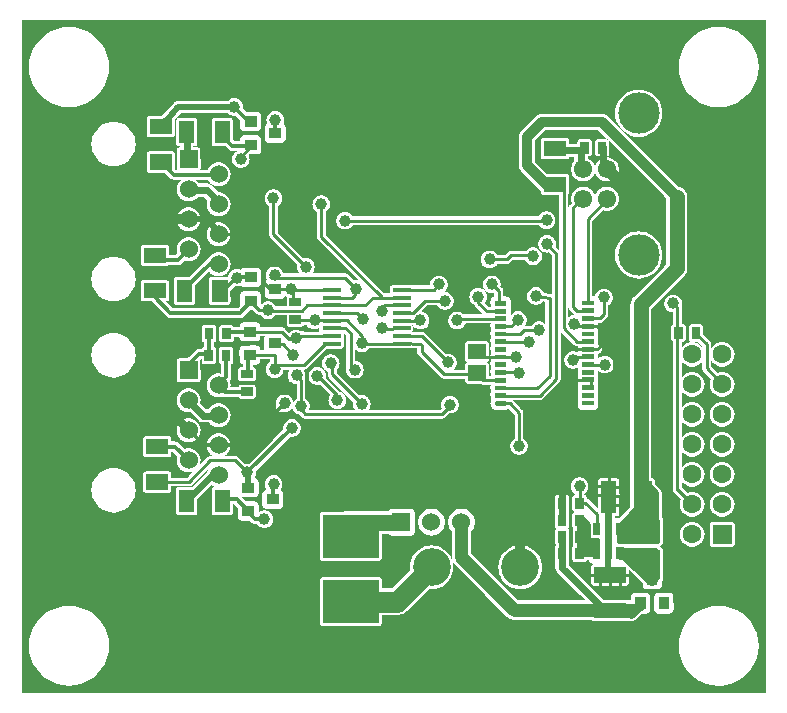
<source format=gbr>
G04 start of page 3 for group 1 idx 1 *
G04 Title: (unknown), solder *
G04 Creator: pcb 1.99z *
G04 CreationDate: Mon 26 Jul 2010 02:03:35 GMT UTC *
G04 For: rob *
G04 Format: Gerber/RS-274X *
G04 PCB-Dimensions: 248031 224409 *
G04 PCB-Coordinate-Origin: lower left *
%MOIN*%
%FSLAX25Y25*%
%LNBACK*%
%ADD11C,0.0200*%
%ADD12C,0.0098*%
%ADD14C,0.0197*%
%ADD15C,0.0148*%
%ADD17C,0.0248*%
%ADD18C,0.0079*%
%ADD19C,0.1378*%
%ADD20C,0.0610*%
%ADD21C,0.1260*%
%ADD22C,0.0600*%
%ADD23C,0.0630*%
%ADD24C,0.0394*%
%ADD26R,0.0283X0.0283*%
%ADD29R,0.0340X0.0340*%
%ADD31C,0.1250*%
%ADD32C,0.0905*%
%ADD33C,0.0374*%
%ADD34C,0.0380*%
%ADD35C,0.0350*%
%ADD36C,0.1280*%
%ADD37C,0.0197*%
%ADD38C,0.0348*%
%ADD39C,0.0198*%
%ADD40C,0.0394*%
%ADD41C,0.0298*%
%ADD42C,0.0498*%
%ADD43C,0.0097*%
%ADD44C,0.0398*%
%ADD45C,0.0448*%
%ADD46C,0.0129*%
%ADD47C,0.0547*%
%ADD48C,0.0697*%
%ADD49R,0.0512X0.0512*%
%ADD50R,0.0130X0.0130*%
%ADD51R,0.1450X0.1450*%
%ADD52C,0.0160*%
%ADD53R,0.0160X0.0160*%
%ADD54R,0.0240X0.0240*%
%ADD55R,0.0433X0.0433*%
G54D11*G36*
X214054Y165829D02*X214910Y164973D01*
Y142975D01*
X214054Y142119D01*
Y165829D01*
G37*
G36*
X225885Y116635D02*X226869Y115651D01*
Y115206D01*
X226808Y115306D01*
X226387Y115799D01*
X225894Y116220D01*
X225885Y116226D01*
Y116635D01*
G37*
G36*
X233464Y224409D02*X248031D01*
Y0D01*
X233464D01*
Y2491D01*
X234371Y2562D01*
X236408Y3051D01*
X238344Y3853D01*
X240130Y4948D01*
X241723Y6308D01*
X243083Y7901D01*
X244178Y9687D01*
X244980Y11623D01*
X245469Y13660D01*
X245633Y15748D01*
X245469Y17836D01*
X244980Y19873D01*
X244178Y21809D01*
X243083Y23595D01*
X241723Y25188D01*
X240130Y26548D01*
X238344Y27643D01*
X236408Y28445D01*
X234371Y28934D01*
X233464Y29005D01*
Y48748D01*
X236768Y48754D01*
X236918Y48790D01*
X237061Y48849D01*
X237192Y48930D01*
X237310Y49030D01*
X237410Y49148D01*
X237491Y49279D01*
X237550Y49422D01*
X237586Y49572D01*
X237598Y49726D01*
X237586Y56180D01*
X237550Y56330D01*
X237491Y56473D01*
X237410Y56604D01*
X237310Y56722D01*
X237192Y56822D01*
X237061Y56903D01*
X236918Y56962D01*
X236768Y56998D01*
X236614Y57010D01*
X233464Y57004D01*
Y58742D01*
X234111Y58793D01*
X234741Y58944D01*
X235341Y59193D01*
X235894Y59532D01*
X236387Y59953D01*
X236808Y60446D01*
X237147Y60999D01*
X237396Y61599D01*
X237547Y62229D01*
X237598Y62876D01*
X237547Y63523D01*
X237396Y64153D01*
X237147Y64753D01*
X236808Y65306D01*
X236387Y65799D01*
X235894Y66220D01*
X235341Y66559D01*
X234741Y66808D01*
X234111Y66959D01*
X233464Y67010D01*
Y68742D01*
X234111Y68793D01*
X234741Y68944D01*
X235341Y69193D01*
X235894Y69532D01*
X236387Y69953D01*
X236808Y70446D01*
X237147Y70999D01*
X237396Y71599D01*
X237547Y72229D01*
X237598Y72876D01*
X237547Y73523D01*
X237396Y74153D01*
X237147Y74753D01*
X236808Y75306D01*
X236387Y75799D01*
X235894Y76220D01*
X235341Y76559D01*
X234741Y76808D01*
X234111Y76959D01*
X233464Y77010D01*
Y78742D01*
X234111Y78793D01*
X234741Y78944D01*
X235341Y79193D01*
X235894Y79532D01*
X236387Y79953D01*
X236808Y80446D01*
X237147Y80999D01*
X237396Y81599D01*
X237547Y82229D01*
X237598Y82876D01*
X237547Y83523D01*
X237396Y84153D01*
X237147Y84753D01*
X236808Y85306D01*
X236387Y85799D01*
X235894Y86220D01*
X235341Y86559D01*
X234741Y86808D01*
X234111Y86959D01*
X233464Y87010D01*
Y88742D01*
X234111Y88793D01*
X234741Y88944D01*
X235341Y89193D01*
X235894Y89532D01*
X236387Y89953D01*
X236808Y90446D01*
X237147Y90999D01*
X237396Y91599D01*
X237547Y92229D01*
X237598Y92876D01*
X237547Y93523D01*
X237396Y94153D01*
X237147Y94753D01*
X236808Y95306D01*
X236387Y95799D01*
X235894Y96220D01*
X235341Y96559D01*
X234741Y96808D01*
X234111Y96959D01*
X233464Y97010D01*
Y98742D01*
X234111Y98793D01*
X234741Y98944D01*
X235341Y99193D01*
X235894Y99532D01*
X236387Y99953D01*
X236808Y100446D01*
X237147Y100999D01*
X237396Y101599D01*
X237547Y102229D01*
X237598Y102876D01*
X237547Y103523D01*
X237396Y104153D01*
X237147Y104753D01*
X236808Y105306D01*
X236387Y105799D01*
X235894Y106220D01*
X235341Y106559D01*
X234741Y106808D01*
X234111Y106959D01*
X233464Y107010D01*
Y108742D01*
X234111Y108793D01*
X234741Y108944D01*
X235341Y109193D01*
X235894Y109532D01*
X236387Y109953D01*
X236808Y110446D01*
X237147Y110999D01*
X237396Y111599D01*
X237547Y112229D01*
X237598Y112876D01*
X237547Y113523D01*
X237396Y114153D01*
X237147Y114753D01*
X236808Y115306D01*
X236387Y115799D01*
X235894Y116220D01*
X235341Y116559D01*
X234741Y116808D01*
X234111Y116959D01*
X233464Y117010D01*
Y195404D01*
X234371Y195475D01*
X236408Y195964D01*
X238344Y196766D01*
X240130Y197861D01*
X241723Y199221D01*
X243083Y200814D01*
X244178Y202600D01*
X244980Y204536D01*
X245469Y206573D01*
X245633Y208661D01*
X245469Y210749D01*
X244980Y212786D01*
X244178Y214722D01*
X243083Y216508D01*
X241723Y218101D01*
X240130Y219461D01*
X238344Y220556D01*
X236408Y221358D01*
X234371Y221847D01*
X233464Y221918D01*
Y224409D01*
G37*
G36*
Y117010D02*X232817Y116959D01*
X232187Y116808D01*
X231587Y116559D01*
X231034Y116220D01*
X230541Y115799D01*
X230120Y115306D01*
X229821Y114818D01*
Y116263D01*
X229803Y116493D01*
X229749Y116718D01*
X229697Y116844D01*
X229660Y116933D01*
X229614Y117008D01*
X229539Y117130D01*
X229389Y117306D01*
X229382Y117312D01*
X227162Y119532D01*
X227154Y122057D01*
X227118Y122207D01*
X227059Y122350D01*
X226978Y122481D01*
X226878Y122599D01*
X226760Y122699D01*
X226629Y122780D01*
X226486Y122839D01*
X226336Y122875D01*
X226182Y122887D01*
X225885Y122886D01*
Y196973D01*
X226222Y196766D01*
X228158Y195964D01*
X230195Y195475D01*
X232283Y195311D01*
X233464Y195404D01*
Y117010D01*
G37*
G36*
Y107010D02*X232817Y106959D01*
X232187Y106808D01*
X231925Y106699D01*
X229821Y108803D01*
Y110934D01*
X230120Y110446D01*
X230541Y109953D01*
X231034Y109532D01*
X231587Y109193D01*
X232187Y108944D01*
X232817Y108793D01*
X233464Y108742D01*
Y107010D01*
G37*
G36*
Y29005D02*X232283Y29098D01*
X230195Y28934D01*
X228158Y28445D01*
X226222Y27643D01*
X225885Y27436D01*
Y49526D01*
X225894Y49532D01*
X226387Y49953D01*
X226808Y50446D01*
X227147Y50999D01*
X227396Y51599D01*
X227547Y52229D01*
X227598Y52876D01*
X227547Y53523D01*
X227396Y54153D01*
X227147Y54753D01*
X226808Y55306D01*
X226387Y55799D01*
X225894Y56220D01*
X225885Y56226D01*
Y59526D01*
X225894Y59532D01*
X226387Y59953D01*
X226808Y60446D01*
X227147Y60999D01*
X227396Y61599D01*
X227547Y62229D01*
X227598Y62876D01*
X227547Y63523D01*
X227396Y64153D01*
X227147Y64753D01*
X226808Y65306D01*
X226387Y65799D01*
X225894Y66220D01*
X225885Y66226D01*
Y69526D01*
X225894Y69532D01*
X226387Y69953D01*
X226808Y70446D01*
X227147Y70999D01*
X227396Y71599D01*
X227547Y72229D01*
X227598Y72876D01*
X227547Y73523D01*
X227396Y74153D01*
X227147Y74753D01*
X226808Y75306D01*
X226387Y75799D01*
X225894Y76220D01*
X225885Y76226D01*
Y79526D01*
X225894Y79532D01*
X226387Y79953D01*
X226808Y80446D01*
X227147Y80999D01*
X227396Y81599D01*
X227547Y82229D01*
X227598Y82876D01*
X227547Y83523D01*
X227396Y84153D01*
X227147Y84753D01*
X226808Y85306D01*
X226387Y85799D01*
X225894Y86220D01*
X225885Y86226D01*
Y89526D01*
X225894Y89532D01*
X226387Y89953D01*
X226808Y90446D01*
X227147Y90999D01*
X227396Y91599D01*
X227547Y92229D01*
X227598Y92876D01*
X227547Y93523D01*
X227396Y94153D01*
X227147Y94753D01*
X226808Y95306D01*
X226387Y95799D01*
X225894Y96220D01*
X225885Y96226D01*
Y99526D01*
X225894Y99532D01*
X226387Y99953D01*
X226808Y100446D01*
X227147Y100999D01*
X227396Y101599D01*
X227547Y102229D01*
X227598Y102876D01*
X227547Y103523D01*
X227396Y104153D01*
X227147Y104753D01*
X226808Y105306D01*
X226387Y105799D01*
X225894Y106220D01*
X225885Y106226D01*
Y109526D01*
X225894Y109532D01*
X226387Y109953D01*
X226808Y110446D01*
X226869Y110546D01*
Y108192D01*
X226887Y107961D01*
X226941Y107736D01*
X227030Y107522D01*
X227151Y107324D01*
X227301Y107148D01*
X227308Y107142D01*
X229756Y104694D01*
X229532Y104153D01*
X229381Y103523D01*
X229330Y102876D01*
X229381Y102229D01*
X229532Y101599D01*
X229781Y100999D01*
X230120Y100446D01*
X230541Y99953D01*
X231034Y99532D01*
X231587Y99193D01*
X232187Y98944D01*
X232817Y98793D01*
X233464Y98742D01*
Y97010D01*
X232817Y96959D01*
X232187Y96808D01*
X231587Y96559D01*
X231034Y96220D01*
X230541Y95799D01*
X230120Y95306D01*
X229781Y94753D01*
X229532Y94153D01*
X229381Y93523D01*
X229330Y92876D01*
X229381Y92229D01*
X229532Y91599D01*
X229781Y90999D01*
X230120Y90446D01*
X230541Y89953D01*
X231034Y89532D01*
X231587Y89193D01*
X232187Y88944D01*
X232817Y88793D01*
X233464Y88742D01*
Y87010D01*
X232817Y86959D01*
X232187Y86808D01*
X231587Y86559D01*
X231034Y86220D01*
X230541Y85799D01*
X230120Y85306D01*
X229781Y84753D01*
X229532Y84153D01*
X229381Y83523D01*
X229330Y82876D01*
X229381Y82229D01*
X229532Y81599D01*
X229781Y80999D01*
X230120Y80446D01*
X230541Y79953D01*
X231034Y79532D01*
X231587Y79193D01*
X232187Y78944D01*
X232817Y78793D01*
X233464Y78742D01*
Y77010D01*
X232817Y76959D01*
X232187Y76808D01*
X231587Y76559D01*
X231034Y76220D01*
X230541Y75799D01*
X230120Y75306D01*
X229781Y74753D01*
X229532Y74153D01*
X229381Y73523D01*
X229330Y72876D01*
X229381Y72229D01*
X229532Y71599D01*
X229781Y70999D01*
X230120Y70446D01*
X230541Y69953D01*
X231034Y69532D01*
X231587Y69193D01*
X232187Y68944D01*
X232817Y68793D01*
X233464Y68742D01*
Y67010D01*
X232817Y66959D01*
X232187Y66808D01*
X231587Y66559D01*
X231034Y66220D01*
X230541Y65799D01*
X230120Y65306D01*
X229781Y64753D01*
X229532Y64153D01*
X229381Y63523D01*
X229330Y62876D01*
X229381Y62229D01*
X229532Y61599D01*
X229781Y60999D01*
X230120Y60446D01*
X230541Y59953D01*
X231034Y59532D01*
X231587Y59193D01*
X232187Y58944D01*
X232817Y58793D01*
X233464Y58742D01*
Y57004D01*
X230160Y56998D01*
X230010Y56962D01*
X229867Y56903D01*
X229736Y56822D01*
X229618Y56722D01*
X229518Y56604D01*
X229437Y56473D01*
X229378Y56330D01*
X229342Y56180D01*
X229330Y56026D01*
X229342Y49572D01*
X229378Y49422D01*
X229437Y49279D01*
X229518Y49148D01*
X229618Y49030D01*
X229736Y48930D01*
X229867Y48849D01*
X230010Y48790D01*
X230160Y48754D01*
X230314Y48742D01*
X233464Y48748D01*
Y29005D01*
G37*
G36*
Y0D02*X225885D01*
Y4060D01*
X226222Y3853D01*
X228158Y3051D01*
X230195Y2562D01*
X232283Y2398D01*
X233464Y2491D01*
Y0D01*
G37*
G36*
X225885Y224409D02*X233464D01*
Y221918D01*
X232283Y222011D01*
X230195Y221847D01*
X228158Y221358D01*
X226222Y220556D01*
X225885Y220349D01*
Y224409D01*
G37*
G36*
Y106226D02*X225341Y106559D01*
X224741Y106808D01*
X224111Y106959D01*
X223464Y107010D01*
X222817Y106959D01*
X222187Y106808D01*
X221587Y106559D01*
X221034Y106220D01*
X220541Y105799D01*
X220120Y105306D01*
X219978Y105074D01*
Y110678D01*
X220120Y110446D01*
X220541Y109953D01*
X221034Y109532D01*
X221587Y109193D01*
X222187Y108944D01*
X222817Y108793D01*
X223464Y108742D01*
X224111Y108793D01*
X224741Y108944D01*
X225341Y109193D01*
X225885Y109526D01*
Y106226D01*
G37*
G36*
Y96226D02*X225341Y96559D01*
X224741Y96808D01*
X224111Y96959D01*
X223464Y97010D01*
X222817Y96959D01*
X222187Y96808D01*
X221587Y96559D01*
X221034Y96220D01*
X220541Y95799D01*
X220120Y95306D01*
X219978Y95074D01*
Y100678D01*
X220120Y100446D01*
X220541Y99953D01*
X221034Y99532D01*
X221587Y99193D01*
X222187Y98944D01*
X222817Y98793D01*
X223464Y98742D01*
X224111Y98793D01*
X224741Y98944D01*
X225341Y99193D01*
X225885Y99526D01*
Y96226D01*
G37*
G36*
Y86226D02*X225341Y86559D01*
X224741Y86808D01*
X224111Y86959D01*
X223464Y87010D01*
X222817Y86959D01*
X222187Y86808D01*
X221587Y86559D01*
X221034Y86220D01*
X220541Y85799D01*
X220120Y85306D01*
X219978Y85074D01*
Y90678D01*
X220120Y90446D01*
X220541Y89953D01*
X221034Y89532D01*
X221587Y89193D01*
X222187Y88944D01*
X222817Y88793D01*
X223464Y88742D01*
X224111Y88793D01*
X224741Y88944D01*
X225341Y89193D01*
X225885Y89526D01*
Y86226D01*
G37*
G36*
Y76226D02*X225341Y76559D01*
X224741Y76808D01*
X224111Y76959D01*
X223464Y77010D01*
X222817Y76959D01*
X222187Y76808D01*
X221587Y76559D01*
X221034Y76220D01*
X220541Y75799D01*
X220120Y75306D01*
X219978Y75074D01*
Y80678D01*
X220120Y80446D01*
X220541Y79953D01*
X221034Y79532D01*
X221587Y79193D01*
X222187Y78944D01*
X222817Y78793D01*
X223464Y78742D01*
X224111Y78793D01*
X224741Y78944D01*
X225341Y79193D01*
X225885Y79526D01*
Y76226D01*
G37*
G36*
Y66226D02*X225341Y66559D01*
X224741Y66808D01*
X224111Y66959D01*
X223464Y67010D01*
X222817Y66959D01*
X222187Y66808D01*
X221840Y66664D01*
X219978Y68526D01*
Y70678D01*
X220120Y70446D01*
X220541Y69953D01*
X221034Y69532D01*
X221587Y69193D01*
X222187Y68944D01*
X222817Y68793D01*
X223464Y68742D01*
X224111Y68793D01*
X224741Y68944D01*
X225341Y69193D01*
X225885Y69526D01*
Y66226D01*
G37*
G36*
X214054Y224409D02*X225885D01*
Y220349D01*
X224436Y219461D01*
X222843Y218101D01*
X221483Y216508D01*
X220388Y214722D01*
X219586Y212786D01*
X219097Y210749D01*
X218933Y208661D01*
X219097Y206573D01*
X219586Y204536D01*
X220388Y202600D01*
X221483Y200814D01*
X222843Y199221D01*
X224436Y197861D01*
X225885Y196973D01*
Y122886D01*
X223196Y122875D01*
X223046Y122839D01*
X222903Y122780D01*
X222772Y122699D01*
X222654Y122599D01*
X222554Y122481D01*
X222473Y122350D01*
X222414Y122207D01*
X222378Y122057D01*
X222366Y121903D01*
X222378Y117949D01*
X222414Y117799D01*
X222473Y117656D01*
X222554Y117525D01*
X222654Y117407D01*
X222772Y117307D01*
X222903Y117226D01*
X223046Y117167D01*
X223196Y117131D01*
X223350Y117119D01*
X225393Y117127D01*
X225885Y116635D01*
Y116226D01*
X225341Y116559D01*
X224741Y116808D01*
X224111Y116959D01*
X223464Y117010D01*
X222817Y116959D01*
X222187Y116808D01*
X221587Y116559D01*
X221034Y116220D01*
X220541Y115799D01*
X220120Y115306D01*
X219978Y115074D01*
Y117129D01*
X220502Y117131D01*
X220652Y117167D01*
X220795Y117226D01*
X220926Y117307D01*
X221044Y117407D01*
X221144Y117525D01*
X221225Y117656D01*
X221284Y117799D01*
X221320Y117949D01*
X221332Y118103D01*
X221320Y122057D01*
X221284Y122207D01*
X221225Y122350D01*
X221144Y122481D01*
X221044Y122599D01*
X220926Y122699D01*
X220795Y122780D01*
X220652Y122839D01*
X220502Y122875D01*
X220348Y122887D01*
X219978Y122886D01*
Y128468D01*
X219977Y128486D01*
X219960Y128698D01*
X219914Y128889D01*
X219932Y128932D01*
X220041Y129383D01*
X220077Y129845D01*
X220041Y130307D01*
X219932Y130758D01*
X219755Y131186D01*
X219513Y131581D01*
X219212Y131933D01*
X218860Y132234D01*
X218465Y132476D01*
X218037Y132653D01*
X217586Y132762D01*
X217124Y132798D01*
X216662Y132762D01*
X216211Y132653D01*
X215783Y132476D01*
X215388Y132234D01*
X215036Y131933D01*
X214735Y131581D01*
X214493Y131186D01*
X214316Y130758D01*
X214207Y130307D01*
X214171Y129845D01*
X214207Y129383D01*
X214316Y128932D01*
X214493Y128504D01*
X214735Y128109D01*
X215036Y127757D01*
X215388Y127456D01*
X215783Y127214D01*
X216211Y127037D01*
X216662Y126928D01*
X217026Y126900D01*
Y122753D01*
X216938Y122699D01*
X216820Y122599D01*
X216720Y122481D01*
X216639Y122350D01*
X216580Y122207D01*
X216544Y122057D01*
X216532Y121903D01*
X216544Y117949D01*
X216580Y117799D01*
X216639Y117656D01*
X216720Y117525D01*
X216820Y117407D01*
X216938Y117307D01*
X217026Y117253D01*
Y67837D01*
X217044Y67606D01*
X217098Y67381D01*
X217187Y67167D01*
X217308Y66969D01*
X217458Y66793D01*
X217634Y66643D01*
X217770Y66560D01*
X219721Y64609D01*
X219532Y64153D01*
X219381Y63523D01*
X219330Y62876D01*
X219381Y62229D01*
X219532Y61599D01*
X219781Y60999D01*
X220120Y60446D01*
X220541Y59953D01*
X221034Y59532D01*
X221587Y59193D01*
X222187Y58944D01*
X222817Y58793D01*
X223464Y58742D01*
X224111Y58793D01*
X224741Y58944D01*
X225341Y59193D01*
X225885Y59526D01*
Y56226D01*
X225341Y56559D01*
X224741Y56808D01*
X224111Y56959D01*
X223464Y57010D01*
X222817Y56959D01*
X222187Y56808D01*
X221587Y56559D01*
X221034Y56220D01*
X220541Y55799D01*
X220120Y55306D01*
X219781Y54753D01*
X219532Y54153D01*
X219381Y53523D01*
X219330Y52876D01*
X219381Y52229D01*
X219532Y51599D01*
X219781Y50999D01*
X220120Y50446D01*
X220541Y49953D01*
X221034Y49532D01*
X221587Y49193D01*
X222187Y48944D01*
X222817Y48793D01*
X223464Y48742D01*
X224111Y48793D01*
X224741Y48944D01*
X225341Y49193D01*
X225885Y49526D01*
Y27436D01*
X224436Y26548D01*
X222843Y25188D01*
X221483Y23595D01*
X220388Y21809D01*
X219586Y19873D01*
X219097Y17836D01*
X218933Y15748D01*
X219097Y13660D01*
X219586Y11623D01*
X220388Y9687D01*
X221483Y7901D01*
X222843Y6308D01*
X224436Y4948D01*
X225885Y4060D01*
Y0D01*
X214054D01*
Y26469D01*
X215989Y26479D01*
X216218Y26534D01*
X216435Y26624D01*
X216636Y26747D01*
X216815Y26900D01*
X216968Y27079D01*
X217091Y27280D01*
X217181Y27497D01*
X217236Y27726D01*
X217254Y27961D01*
X217236Y32196D01*
X217181Y32425D01*
X217091Y32642D01*
X216968Y32843D01*
X216815Y33022D01*
X216636Y33175D01*
X216435Y33298D01*
X216218Y33388D01*
X215989Y33443D01*
X215754Y33461D01*
X214054Y33453D01*
Y132289D01*
X220830Y139065D01*
X220844Y139077D01*
X221198Y139492D01*
X221483Y139957D01*
X221692Y140461D01*
X221819Y140991D01*
X221862Y141535D01*
Y165392D01*
X221819Y165936D01*
X221692Y166466D01*
X221483Y166970D01*
X221198Y167435D01*
X220844Y167850D01*
X220429Y168204D01*
X219964Y168489D01*
X219460Y168698D01*
X218930Y168825D01*
X218754Y168839D01*
X214054Y173539D01*
Y224409D01*
G37*
G36*
X186024Y32757D02*X187929Y30852D01*
X186024D01*
Y32757D01*
G37*
G36*
Y43618D02*X187518Y43624D01*
X187668Y43660D01*
X187811Y43719D01*
X187942Y43800D01*
X188060Y43900D01*
X188160Y44018D01*
X188241Y44149D01*
X188300Y44292D01*
X188304Y44310D01*
X188946D01*
X188987Y44140D01*
X189077Y43923D01*
X189200Y43722D01*
X189353Y43543D01*
X189532Y43390D01*
X189733Y43267D01*
X189950Y43177D01*
X190179Y43122D01*
X190414Y43104D01*
X193049Y43122D01*
X193278Y43177D01*
X193495Y43267D01*
X193496Y43268D01*
Y42919D01*
X190593Y42916D01*
X190440Y42879D01*
X190295Y42819D01*
X190161Y42737D01*
X190042Y42635D01*
X189940Y42516D01*
X189858Y42382D01*
X189798Y42237D01*
X189761Y42084D01*
X189749Y41928D01*
X189761Y36654D01*
X189798Y36501D01*
X189858Y36356D01*
X189940Y36222D01*
X190042Y36103D01*
X190161Y36001D01*
X190295Y35919D01*
X190440Y35859D01*
X190593Y35822D01*
X190749Y35810D01*
X201533Y35822D01*
X201686Y35859D01*
X201831Y35919D01*
X201965Y36001D01*
X202084Y36103D01*
X202186Y36222D01*
X202268Y36356D01*
X202328Y36501D01*
X202365Y36654D01*
X202377Y36810D01*
X202367Y41136D01*
X206969Y36534D01*
X206972Y35926D01*
X207027Y35697D01*
X207117Y35480D01*
X207240Y35279D01*
X207393Y35100D01*
X207572Y34947D01*
X207773Y34824D01*
X207990Y34734D01*
X208219Y34679D01*
X208454Y34661D01*
X212089Y34679D01*
X212318Y34734D01*
X212535Y34824D01*
X212736Y34947D01*
X212915Y35100D01*
X213068Y35279D01*
X213191Y35480D01*
X213281Y35697D01*
X213336Y35926D01*
X213354Y36161D01*
X213351Y36958D01*
X213410Y37027D01*
X213572Y37291D01*
X213690Y37577D01*
X213763Y37879D01*
X213787Y38188D01*
Y46850D01*
X213763Y47159D01*
X213705Y47400D01*
X213704Y47716D01*
X213667Y47869D01*
X213607Y48014D01*
X213525Y48148D01*
X213423Y48267D01*
X213304Y48369D01*
X213170Y48451D01*
X213025Y48511D01*
X213022Y48512D01*
X212899Y48712D01*
X212672Y48978D01*
X212660Y48989D01*
X212661D01*
X212875Y49078D01*
X213073Y49199D01*
X213249Y49349D01*
X213399Y49525D01*
X213520Y49723D01*
X213609Y49937D01*
X213663Y50162D01*
X213681Y50393D01*
Y53215D01*
X213704Y53310D01*
X213716Y53466D01*
X213704Y57952D01*
X213667Y58105D01*
X213607Y58250D01*
X213525Y58384D01*
X213423Y58503D01*
X213304Y58605D01*
X213287Y58615D01*
Y66930D01*
X213286Y66948D01*
X213269Y67160D01*
X213215Y67385D01*
X213163Y67511D01*
X213126Y67600D01*
X213080Y67675D01*
X213005Y67797D01*
X212855Y67973D01*
X212848Y67979D01*
X211028Y69799D01*
X211027Y70746D01*
X210990Y70899D01*
X210930Y71044D01*
X210848Y71178D01*
X210746Y71297D01*
X210627Y71399D01*
X210493Y71481D01*
X210348Y71541D01*
X210195Y71578D01*
X210039Y71590D01*
X209815Y71589D01*
Y90687D01*
X209854Y91180D01*
Y128089D01*
X214054Y132289D01*
Y33453D01*
X212119Y33443D01*
X211890Y33388D01*
X211673Y33298D01*
X211472Y33175D01*
X211293Y33022D01*
X211140Y32843D01*
X211017Y32642D01*
X210927Y32425D01*
X210872Y32196D01*
X210854Y31961D01*
X210872Y27726D01*
X210927Y27497D01*
X211017Y27280D01*
X211140Y27079D01*
X211293Y26900D01*
X211472Y26747D01*
X211673Y26624D01*
X211890Y26534D01*
X212119Y26479D01*
X212354Y26461D01*
X214054Y26469D01*
Y0D01*
X186024D01*
Y24400D01*
X189950D01*
X190042Y24293D01*
X190161Y24191D01*
X190295Y24109D01*
X190440Y24049D01*
X190593Y24012D01*
X190749Y24000D01*
X201533Y24012D01*
X201686Y24049D01*
X201831Y24109D01*
X201965Y24191D01*
X202049Y24263D01*
X202329Y24147D01*
X202707Y24057D01*
X203094Y24026D01*
X203481Y24057D01*
X203859Y24147D01*
X204218Y24296D01*
X204549Y24499D01*
X204844Y24751D01*
X206564Y26471D01*
X208189Y26479D01*
X208418Y26534D01*
X208635Y26624D01*
X208836Y26747D01*
X209015Y26900D01*
X209168Y27079D01*
X209291Y27280D01*
X209381Y27497D01*
X209436Y27726D01*
X209454Y27961D01*
X209436Y32196D01*
X209381Y32425D01*
X209291Y32642D01*
X209168Y32843D01*
X209015Y33022D01*
X208836Y33175D01*
X208635Y33298D01*
X208418Y33388D01*
X208189Y33443D01*
X207954Y33461D01*
X204319Y33443D01*
X204090Y33388D01*
X203873Y33298D01*
X203672Y33175D01*
X203493Y33022D01*
X203340Y32843D01*
X203217Y32642D01*
X203127Y32425D01*
X203072Y32196D01*
X203054Y31961D01*
X203058Y30967D01*
X201900D01*
X201831Y31009D01*
X201686Y31069D01*
X201533Y31106D01*
X201377Y31118D01*
X193969Y31110D01*
X186024Y39055D01*
Y43618D01*
G37*
G36*
X205667Y174216D02*X214054Y165829D01*
Y142119D01*
X205667Y133732D01*
Y138151D01*
X206899Y138248D01*
X208100Y138536D01*
X209242Y139009D01*
X210295Y139655D01*
X211235Y140457D01*
X212037Y141397D01*
X212683Y142450D01*
X213156Y143592D01*
X213444Y144793D01*
X213541Y146025D01*
X213444Y147257D01*
X213156Y148458D01*
X212683Y149600D01*
X212037Y150653D01*
X211235Y151593D01*
X210295Y152395D01*
X209242Y153041D01*
X208100Y153514D01*
X206899Y153802D01*
X205667Y153899D01*
Y174216D01*
G37*
G36*
X186024Y94621D02*X186156Y94540D01*
X186373Y94450D01*
X186602Y94395D01*
X186837Y94377D01*
X190872Y94395D01*
X191101Y94450D01*
X191318Y94540D01*
X191519Y94663D01*
X191698Y94816D01*
X191851Y94995D01*
X191974Y95196D01*
X192064Y95413D01*
X192119Y95642D01*
X192137Y95877D01*
X192119Y97712D01*
X192064Y97941D01*
X192049Y97977D01*
X192064Y98013D01*
X192119Y98242D01*
X192137Y98477D01*
X192119Y100312D01*
X192067Y100527D01*
X192119Y100742D01*
X192137Y100977D01*
X192119Y102812D01*
X192064Y103041D01*
X192049Y103077D01*
X192064Y103113D01*
X192119Y103342D01*
X192137Y103577D01*
X192119Y105412D01*
X192067Y105627D01*
X192119Y105842D01*
X192137Y106077D01*
X192123Y107527D01*
X192241Y107389D01*
X192593Y107088D01*
X192988Y106846D01*
X193416Y106669D01*
X193867Y106560D01*
X194329Y106524D01*
X194791Y106560D01*
X195242Y106669D01*
X195670Y106846D01*
X196065Y107088D01*
X196417Y107389D01*
X196718Y107741D01*
X196960Y108136D01*
X197137Y108564D01*
X197246Y109015D01*
X197282Y109477D01*
X197246Y109939D01*
X197137Y110390D01*
X196960Y110818D01*
X196718Y111213D01*
X196417Y111565D01*
X196065Y111866D01*
X195670Y112108D01*
X195242Y112285D01*
X194791Y112394D01*
X194329Y112430D01*
X193867Y112394D01*
X193416Y112285D01*
X192988Y112108D01*
X192593Y111866D01*
X192241Y111565D01*
X192135Y111441D01*
X192119Y113112D01*
X192118Y113118D01*
X192131Y113119D01*
X192356Y113173D01*
X192570Y113262D01*
X192768Y113383D01*
X192944Y113533D01*
X193094Y113709D01*
X193215Y113907D01*
X193304Y114121D01*
X193358Y114346D01*
X193376Y114577D01*
X193358Y114808D01*
X193304Y115033D01*
X193215Y115247D01*
X193094Y115445D01*
X192944Y115621D01*
X192768Y115771D01*
X192570Y115892D01*
X192356Y115981D01*
X192131Y116035D01*
X192094Y116038D01*
X192119Y116142D01*
X192137Y116377D01*
X192119Y118212D01*
X192067Y118427D01*
X192119Y118642D01*
X192137Y118877D01*
X192119Y120712D01*
X192064Y120941D01*
X192049Y120977D01*
X192064Y121013D01*
X192119Y121242D01*
X192137Y121477D01*
X192119Y123312D01*
X192098Y123401D01*
X192555D01*
X192786Y123419D01*
X192796Y123421D01*
X192829Y123424D01*
X193054Y123478D01*
X193268Y123567D01*
X193465Y123688D01*
X193641Y123838D01*
X195006Y125203D01*
X195020Y125215D01*
X195170Y125391D01*
X195292Y125589D01*
X195380Y125803D01*
X195434Y126028D01*
X195452Y126259D01*
Y126646D01*
X195474Y126737D01*
X195492Y126968D01*
Y129302D01*
X195752Y129461D01*
X196104Y129762D01*
X196405Y130114D01*
X196647Y130509D01*
X196824Y130937D01*
X196933Y131388D01*
X196969Y131850D01*
X196933Y132312D01*
X196824Y132763D01*
X196647Y133191D01*
X196405Y133586D01*
X196104Y133938D01*
X195752Y134239D01*
X195357Y134481D01*
X194929Y134658D01*
X194478Y134767D01*
X194016Y134803D01*
X193554Y134767D01*
X193103Y134658D01*
X192675Y134481D01*
X192280Y134239D01*
X191928Y133938D01*
X191627Y133586D01*
X191385Y133191D01*
X191208Y132763D01*
X191099Y132312D01*
X191091Y132206D01*
X190872Y132259D01*
X190637Y132277D01*
X190098Y132275D01*
Y157382D01*
X193647Y160931D01*
X193751Y160888D01*
X194367Y160741D01*
X194998Y160691D01*
X195629Y160741D01*
X196245Y160888D01*
X196830Y161131D01*
X197370Y161462D01*
X197851Y161873D01*
X198262Y162354D01*
X198593Y162894D01*
X198836Y163479D01*
X198983Y164095D01*
X199033Y164726D01*
X198983Y165357D01*
X198836Y165973D01*
X198593Y166558D01*
X198262Y167098D01*
X197851Y167579D01*
X197370Y167990D01*
X196830Y168321D01*
X196245Y168564D01*
X195629Y168711D01*
X194998Y168761D01*
X194367Y168711D01*
X193751Y168564D01*
X193166Y168321D01*
X192626Y167990D01*
X192145Y167579D01*
X191734Y167098D01*
X191403Y166558D01*
X191160Y165973D01*
X191061Y165558D01*
X190962Y165973D01*
X190719Y166558D01*
X190388Y167098D01*
X189977Y167579D01*
X189496Y167990D01*
X188956Y168321D01*
X188371Y168564D01*
X187755Y168711D01*
X187124Y168761D01*
X186493Y168711D01*
X186024Y168599D01*
Y170695D01*
X186493Y170583D01*
X187124Y170533D01*
X187755Y170583D01*
X188371Y170730D01*
X188956Y170973D01*
X189496Y171304D01*
X189977Y171715D01*
X190388Y172196D01*
X190719Y172736D01*
X190962Y173321D01*
X191061Y173736D01*
X191160Y173321D01*
X191403Y172736D01*
X191734Y172196D01*
X192145Y171715D01*
X192626Y171304D01*
X193166Y170973D01*
X193751Y170730D01*
X194367Y170583D01*
X194998Y170533D01*
X195629Y170583D01*
X196245Y170730D01*
X196830Y170973D01*
X197370Y171304D01*
X197851Y171715D01*
X198262Y172196D01*
X198593Y172736D01*
X198836Y173321D01*
X198983Y173937D01*
X199033Y174568D01*
X198983Y175199D01*
X198836Y175815D01*
X198593Y176400D01*
X198262Y176940D01*
X197851Y177421D01*
X197370Y177832D01*
X196830Y178163D01*
X196245Y178406D01*
X195629Y178553D01*
X194998Y178603D01*
X194367Y178553D01*
X193751Y178406D01*
X193166Y178163D01*
X192626Y177832D01*
X192145Y177421D01*
X191734Y176940D01*
X191403Y176400D01*
X191160Y175815D01*
X191061Y175400D01*
X190962Y175815D01*
X190719Y176400D01*
X190388Y176940D01*
X189977Y177421D01*
X189496Y177832D01*
X188956Y178163D01*
X188602Y178310D01*
X188603Y178858D01*
X189204Y178860D01*
X189354Y178896D01*
X189497Y178955D01*
X189628Y179036D01*
X189746Y179136D01*
X189846Y179254D01*
X189927Y179385D01*
X189986Y179528D01*
X190022Y179678D01*
X190034Y179832D01*
X190022Y183786D01*
X189986Y183936D01*
X189927Y184079D01*
X189846Y184210D01*
X189746Y184328D01*
X189628Y184428D01*
X189497Y184509D01*
X189354Y184568D01*
X189204Y184604D01*
X189050Y184616D01*
X186064Y184604D01*
X186024Y184594D01*
Y187667D01*
X192216D01*
X195444Y184439D01*
X195331Y184509D01*
X195188Y184568D01*
X195038Y184604D01*
X194884Y184616D01*
X191898Y184604D01*
X191748Y184568D01*
X191605Y184509D01*
X191474Y184428D01*
X191356Y184328D01*
X191256Y184210D01*
X191175Y184079D01*
X191116Y183936D01*
X191080Y183786D01*
X191068Y183632D01*
X191080Y179678D01*
X191116Y179528D01*
X191175Y179385D01*
X191256Y179254D01*
X191356Y179136D01*
X191474Y179036D01*
X191605Y178955D01*
X191748Y178896D01*
X191898Y178860D01*
X192052Y178848D01*
X195038Y178860D01*
X195188Y178896D01*
X195331Y178955D01*
X195462Y179036D01*
X195580Y179136D01*
X195680Y179254D01*
X195761Y179385D01*
X195820Y179528D01*
X195856Y179678D01*
X195868Y179832D01*
X195856Y183786D01*
X195820Y183936D01*
X195761Y184079D01*
X195691Y184192D01*
X205667Y174216D01*
Y153899D01*
X204435Y153802D01*
X203234Y153514D01*
X202092Y153041D01*
X201039Y152395D01*
X200099Y151593D01*
X199297Y150653D01*
X198651Y149600D01*
X198178Y148458D01*
X197890Y147257D01*
X197793Y146025D01*
X197890Y144793D01*
X198178Y143592D01*
X198651Y142450D01*
X199297Y141397D01*
X200099Y140457D01*
X201039Y139655D01*
X202092Y139009D01*
X203234Y138536D01*
X204435Y138248D01*
X205667Y138151D01*
Y133732D01*
X203920Y131985D01*
X203566Y131570D01*
X203281Y131105D01*
X203072Y130601D01*
X202945Y130071D01*
X202902Y129527D01*
Y92146D01*
X202863Y91653D01*
Y61924D01*
X199234Y58295D01*
X197979Y58286D01*
X197750Y58231D01*
X197737Y58226D01*
Y58973D01*
X198385Y58974D01*
X198538Y59011D01*
X198683Y59071D01*
X198817Y59153D01*
X198936Y59255D01*
X199038Y59374D01*
X199120Y59508D01*
X199180Y59653D01*
X199217Y59806D01*
X199229Y59962D01*
X199223Y65162D01*
X199301Y65349D01*
X199355Y65574D01*
X199373Y65805D01*
X199354Y66036D01*
X199300Y66261D01*
X199222Y66452D01*
X199217Y70746D01*
X199180Y70899D01*
X199120Y71044D01*
X199038Y71178D01*
X198936Y71297D01*
X198817Y71399D01*
X198683Y71481D01*
X198538Y71541D01*
X198385Y71578D01*
X198229Y71590D01*
X192955Y71578D01*
X192802Y71541D01*
X192657Y71481D01*
X192523Y71399D01*
X192404Y71297D01*
X192302Y71178D01*
X192220Y71044D01*
X192160Y70899D01*
X192123Y70746D01*
X192111Y70590D01*
X192116Y66315D01*
X192068Y66117D01*
X192050Y65886D01*
X192068Y65655D01*
X192117Y65451D01*
X192121Y61356D01*
X188941Y64536D01*
X188935Y64543D01*
X188759Y64693D01*
X188637Y64768D01*
X188562Y64814D01*
X188473Y64851D01*
X188347Y64903D01*
X188337Y64905D01*
X188336Y65283D01*
X188300Y65433D01*
X188241Y65576D01*
X188160Y65707D01*
X188060Y65825D01*
X187942Y65925D01*
X187811Y66006D01*
X187668Y66065D01*
X187518Y66101D01*
X187422Y66108D01*
Y66426D01*
X187682Y66585D01*
X188034Y66886D01*
X188335Y67238D01*
X188577Y67633D01*
X188754Y68061D01*
X188863Y68512D01*
X188899Y68974D01*
X188863Y69436D01*
X188754Y69887D01*
X188577Y70315D01*
X188335Y70710D01*
X188034Y71062D01*
X187682Y71363D01*
X187287Y71605D01*
X186859Y71782D01*
X186408Y71891D01*
X186024Y71921D01*
Y94621D01*
G37*
G36*
Y0D02*X154444D01*
Y32763D01*
X161862Y25345D01*
X162248Y25015D01*
X162680Y24751D01*
X163148Y24557D01*
X163640Y24439D01*
X164145Y24399D01*
X164158Y24400D01*
X186024D01*
Y0D01*
G37*
G36*
Y168599D02*X185877Y168564D01*
X185292Y168321D01*
X184752Y167990D01*
X184271Y167579D01*
X183860Y167098D01*
X183529Y166558D01*
X183286Y165973D01*
X183139Y165357D01*
X183089Y164726D01*
X183139Y164095D01*
X183284Y163487D01*
X182616Y162819D01*
X182466Y162643D01*
X182345Y162445D01*
X182256Y162231D01*
X182202Y162006D01*
X182184Y161775D01*
Y128664D01*
X182202Y128433D01*
X182256Y128208D01*
X182345Y127994D01*
X182466Y127796D01*
X182616Y127620D01*
X182623Y127614D01*
X183994Y126243D01*
X184009Y126230D01*
X184021Y126217D01*
X184085Y126165D01*
X184171Y126092D01*
X184188Y126082D01*
X184201Y126071D01*
X184292Y126018D01*
X184318Y126002D01*
X184014Y126026D01*
X183552Y125990D01*
X183101Y125881D01*
X182673Y125704D01*
X182278Y125462D01*
X182176Y125375D01*
Y166322D01*
X182202Y166344D01*
X182304Y166463D01*
X182386Y166597D01*
X182446Y166742D01*
X182483Y166895D01*
X182495Y167051D01*
X182483Y172325D01*
X182446Y172478D01*
X182386Y172623D01*
X182304Y172757D01*
X182202Y172876D01*
X182083Y172978D01*
X181949Y173060D01*
X181804Y173120D01*
X181651Y173157D01*
X181495Y173169D01*
X175066Y173159D01*
X171112Y177113D01*
Y184305D01*
X174474Y187667D01*
X186024D01*
Y184594D01*
X185914Y184568D01*
X185771Y184509D01*
X185640Y184428D01*
X185522Y184328D01*
X185422Y184210D01*
X185341Y184079D01*
X185282Y183936D01*
X185246Y183786D01*
X185234Y183632D01*
X185235Y183168D01*
X182485D01*
X182483Y184135D01*
X182446Y184288D01*
X182386Y184433D01*
X182304Y184567D01*
X182202Y184686D01*
X182083Y184788D01*
X181949Y184870D01*
X181804Y184930D01*
X181651Y184967D01*
X181495Y184979D01*
X173859Y184967D01*
X173706Y184930D01*
X173561Y184870D01*
X173427Y184788D01*
X173308Y184686D01*
X173206Y184567D01*
X173124Y184433D01*
X173064Y184288D01*
X173027Y184135D01*
X173015Y183979D01*
X173027Y178705D01*
X173064Y178552D01*
X173124Y178407D01*
X173206Y178273D01*
X173308Y178154D01*
X173427Y178052D01*
X173561Y177970D01*
X173706Y177910D01*
X173859Y177873D01*
X174015Y177861D01*
X181651Y177873D01*
X181804Y177910D01*
X181949Y177970D01*
X182083Y178052D01*
X182202Y178154D01*
X182304Y178273D01*
X182386Y178407D01*
X182446Y178552D01*
X182483Y178705D01*
X182484Y178716D01*
X184151D01*
Y177280D01*
X183860Y176940D01*
X183529Y176400D01*
X183286Y175815D01*
X183139Y175199D01*
X183089Y174568D01*
X183139Y173937D01*
X183286Y173321D01*
X183529Y172736D01*
X183860Y172196D01*
X184271Y171715D01*
X184752Y171304D01*
X185292Y170973D01*
X185877Y170730D01*
X186024Y170695D01*
Y168599D01*
G37*
G36*
X166139Y79482D02*X166208Y79487D01*
X166659Y79596D01*
X167087Y79773D01*
X167482Y80015D01*
X167834Y80316D01*
X168135Y80668D01*
X168377Y81063D01*
X168554Y81491D01*
X168663Y81942D01*
X168699Y82404D01*
X168663Y82866D01*
X168554Y83317D01*
X168377Y83745D01*
X168135Y84140D01*
X167834Y84492D01*
X167482Y84793D01*
X167222Y84952D01*
Y93429D01*
X167221Y93447D01*
X167204Y93659D01*
X167150Y93884D01*
X167098Y94010D01*
X167061Y94099D01*
X167015Y94174D01*
X166940Y94296D01*
X166790Y94472D01*
X166783Y94478D01*
X166139Y95122D01*
Y97660D01*
X172636D01*
X172867Y97678D01*
X173092Y97732D01*
X173306Y97821D01*
X173504Y97942D01*
X173680Y98092D01*
X173692Y98106D01*
X179178Y103592D01*
X179192Y103604D01*
X179342Y103780D01*
X179464Y103978D01*
X179552Y104192D01*
X179606Y104417D01*
X179624Y104648D01*
Y120550D01*
X179668Y120498D01*
X179844Y120349D01*
X179852Y120344D01*
X184111Y116085D01*
X184121Y116076D01*
X184126Y116071D01*
X184182Y116025D01*
X184288Y115934D01*
X184299Y115927D01*
X184304Y115923D01*
X184371Y115883D01*
X184486Y115813D01*
X184497Y115808D01*
X184503Y115805D01*
X184562Y115782D01*
X184700Y115724D01*
X184714Y115720D01*
X184718Y115719D01*
X184765Y115708D01*
X184925Y115670D01*
X184941Y115669D01*
X184944Y115668D01*
X184984Y115665D01*
X185156Y115652D01*
X185171Y115653D01*
X185175D01*
X185366Y115656D01*
X185355Y115612D01*
X185337Y115377D01*
X185355Y113553D01*
X185185D01*
X185080Y113617D01*
X184652Y113794D01*
X184201Y113903D01*
X183739Y113939D01*
X183277Y113903D01*
X182826Y113794D01*
X182398Y113617D01*
X182003Y113375D01*
X181651Y113074D01*
X181350Y112722D01*
X181108Y112327D01*
X180931Y111899D01*
X180822Y111448D01*
X180786Y110986D01*
X180822Y110524D01*
X180931Y110073D01*
X181108Y109645D01*
X181350Y109250D01*
X181651Y108898D01*
X182003Y108597D01*
X182398Y108355D01*
X182826Y108178D01*
X183277Y108069D01*
X183739Y108033D01*
X184201Y108069D01*
X184652Y108178D01*
X185080Y108355D01*
X185354Y108523D01*
X185355Y108442D01*
X185410Y108213D01*
X185425Y108177D01*
X185410Y108141D01*
X185355Y107912D01*
X185337Y107677D01*
X185355Y105842D01*
X185407Y105627D01*
X185355Y105412D01*
X185337Y105177D01*
X185355Y103342D01*
X185410Y103113D01*
X185425Y103077D01*
X185410Y103041D01*
X185355Y102812D01*
X185337Y102577D01*
X185355Y100742D01*
X185407Y100527D01*
X185355Y100312D01*
X185337Y100077D01*
X185355Y98242D01*
X185410Y98013D01*
X185425Y97977D01*
X185410Y97941D01*
X185355Y97712D01*
X185337Y97477D01*
X185355Y95642D01*
X185410Y95413D01*
X185500Y95196D01*
X185623Y94995D01*
X185776Y94816D01*
X185955Y94663D01*
X186024Y94621D01*
Y71921D01*
X185946Y71927D01*
X185484Y71891D01*
X185033Y71782D01*
X184605Y71605D01*
X184210Y71363D01*
X183858Y71062D01*
X183557Y70710D01*
X183315Y70315D01*
X183138Y69887D01*
X183029Y69436D01*
X182993Y68974D01*
X183029Y68512D01*
X183138Y68061D01*
X183315Y67633D01*
X183557Y67238D01*
X183858Y66886D01*
X184210Y66585D01*
X184470Y66426D01*
Y66101D01*
X184378D01*
X184228Y66065D01*
X184085Y66006D01*
X183954Y65925D01*
X183836Y65825D01*
X183736Y65707D01*
X183655Y65576D01*
X183596Y65433D01*
X183560Y65283D01*
X183548Y65129D01*
X183560Y61175D01*
X183596Y61025D01*
X183655Y60882D01*
X183736Y60751D01*
X183836Y60633D01*
X183954Y60533D01*
X184085Y60452D01*
X184228Y60393D01*
X184303Y60375D01*
X184228Y60357D01*
X184085Y60298D01*
X183954Y60217D01*
X183836Y60117D01*
X183736Y59999D01*
X183655Y59868D01*
X183596Y59725D01*
X183560Y59575D01*
X183548Y59421D01*
X183560Y55467D01*
X183596Y55317D01*
X183655Y55174D01*
X183736Y55043D01*
X183758Y55017D01*
Y54497D01*
X183695Y54395D01*
X183636Y54252D01*
X183600Y54102D01*
X183588Y53948D01*
X183600Y49994D01*
X183636Y49844D01*
X183695Y49701D01*
X183758Y49599D01*
Y49000D01*
X183736Y48974D01*
X183655Y48843D01*
X183596Y48700D01*
X183560Y48550D01*
X183548Y48396D01*
X183560Y44442D01*
X183596Y44292D01*
X183655Y44149D01*
X183736Y44018D01*
X183836Y43900D01*
X183954Y43800D01*
X184085Y43719D01*
X184228Y43660D01*
X184378Y43624D01*
X184532Y43612D01*
X186024Y43618D01*
Y39055D01*
X182340Y42739D01*
Y44041D01*
X182407Y44149D01*
X182466Y44292D01*
X182502Y44442D01*
X182514Y44596D01*
X182502Y48550D01*
X182466Y48700D01*
X182423Y48804D01*
Y49662D01*
X182447Y49701D01*
X182506Y49844D01*
X182542Y49994D01*
X182554Y50148D01*
X182542Y54102D01*
X182506Y54252D01*
X182447Y54395D01*
X182366Y54526D01*
X182266Y54644D01*
X182148Y54744D01*
X182063Y54797D01*
X182108Y54825D01*
X182226Y54925D01*
X182326Y55043D01*
X182407Y55174D01*
X182466Y55317D01*
X182502Y55467D01*
X182514Y55621D01*
X182502Y59575D01*
X182466Y59725D01*
X182407Y59868D01*
X182326Y59999D01*
X182305Y60024D01*
Y60726D01*
X182326Y60751D01*
X182407Y60882D01*
X182466Y61025D01*
X182502Y61175D01*
X182514Y61329D01*
X182502Y65283D01*
X182466Y65433D01*
X182407Y65576D01*
X182326Y65707D01*
X182226Y65825D01*
X182108Y65925D01*
X181977Y66006D01*
X181834Y66065D01*
X181684Y66101D01*
X181530Y66113D01*
X178544Y66101D01*
X178394Y66065D01*
X178251Y66006D01*
X178120Y65925D01*
X178002Y65825D01*
X177902Y65707D01*
X177821Y65576D01*
X177762Y65433D01*
X177726Y65283D01*
X177714Y65129D01*
X177726Y61175D01*
X177762Y61025D01*
X177821Y60882D01*
X177853Y60830D01*
Y59920D01*
X177821Y59868D01*
X177762Y59725D01*
X177726Y59575D01*
X177714Y59421D01*
X177726Y55467D01*
X177762Y55317D01*
X177821Y55174D01*
X177902Y55043D01*
X178002Y54925D01*
X178120Y54825D01*
X178206Y54772D01*
X178160Y54744D01*
X178042Y54644D01*
X177942Y54526D01*
X177861Y54395D01*
X177802Y54252D01*
X177766Y54102D01*
X177754Y53948D01*
X177766Y49994D01*
X177802Y49844D01*
X177861Y49701D01*
X177942Y49570D01*
X177971Y49536D01*
Y49055D01*
X177902Y48974D01*
X177821Y48843D01*
X177762Y48700D01*
X177726Y48550D01*
X177714Y48396D01*
X177726Y44442D01*
X177762Y44292D01*
X177821Y44149D01*
X177888Y44041D01*
Y41829D01*
X177887Y41817D01*
X177915Y41468D01*
X177996Y41129D01*
X178130Y40806D01*
X178312Y40508D01*
X178539Y40242D01*
X186024Y32757D01*
Y30852D01*
X166139D01*
Y34596D01*
X167281Y34686D01*
X168395Y34953D01*
X169453Y35392D01*
X170430Y35990D01*
X171301Y36734D01*
X172045Y37605D01*
X172643Y38582D01*
X173082Y39640D01*
X173349Y40754D01*
X173439Y41896D01*
X173349Y43038D01*
X173082Y44152D01*
X172643Y45210D01*
X172045Y46187D01*
X171301Y47058D01*
X170430Y47802D01*
X169453Y48400D01*
X168395Y48839D01*
X167281Y49106D01*
X166139Y49196D01*
Y79482D01*
G37*
G36*
Y95122D02*X163648Y97613D01*
X163642Y97620D01*
X163595Y97660D01*
X166139D01*
Y95122D01*
G37*
G36*
X154444Y102801D02*X156276D01*
X156255Y102712D01*
X156237Y102477D01*
X156255Y100642D01*
X156307Y100427D01*
X156255Y100212D01*
X156237Y99977D01*
X156255Y98142D01*
X156310Y97913D01*
X156400Y97696D01*
X156471Y97580D01*
X156350Y97288D01*
X156265Y96937D01*
X156237Y96577D01*
X156265Y96217D01*
X156350Y95866D01*
X156488Y95533D01*
X156676Y95225D01*
X156911Y94951D01*
X157185Y94716D01*
X157493Y94528D01*
X157826Y94390D01*
X158177Y94305D01*
X158537Y94277D01*
X160737D01*
X161097Y94305D01*
X161448Y94390D01*
X161781Y94528D01*
X162089Y94716D01*
X162241Y94846D01*
X164270Y92817D01*
Y84952D01*
X164010Y84793D01*
X163658Y84492D01*
X163357Y84140D01*
X163115Y83745D01*
X162938Y83317D01*
X162829Y82866D01*
X162793Y82404D01*
X162829Y81942D01*
X162938Y81491D01*
X163115Y81063D01*
X163357Y80668D01*
X163658Y80316D01*
X164010Y80015D01*
X164405Y79773D01*
X164833Y79596D01*
X165284Y79487D01*
X165746Y79451D01*
X166139Y79482D01*
Y49196D01*
X164997Y49106D01*
X163883Y48839D01*
X162825Y48400D01*
X161848Y47802D01*
X160977Y47058D01*
X160233Y46187D01*
X159635Y45210D01*
X159196Y44152D01*
X158929Y43038D01*
X158839Y41896D01*
X158929Y40754D01*
X159196Y39640D01*
X159635Y38582D01*
X160233Y37605D01*
X160977Y36734D01*
X161848Y35990D01*
X162825Y35392D01*
X163883Y34953D01*
X164997Y34686D01*
X166139Y34596D01*
Y30852D01*
X165481D01*
X154444Y41889D01*
Y102801D01*
G37*
G36*
Y123301D02*X156276D01*
X156255Y123212D01*
X156237Y122977D01*
X156255Y121142D01*
X156307Y120927D01*
X156255Y120712D01*
X156237Y120477D01*
X156255Y118642D01*
X156310Y118413D01*
X156325Y118377D01*
X156310Y118341D01*
X156255Y118112D01*
X156237Y117877D01*
X156255Y116042D01*
X156310Y115813D01*
X156325Y115777D01*
X156310Y115741D01*
X156255Y115512D01*
X156237Y115277D01*
X156255Y113442D01*
X156307Y113227D01*
X156255Y113012D01*
X156237Y112777D01*
X156255Y110942D01*
X156310Y110713D01*
X156325Y110677D01*
X156310Y110641D01*
X156255Y110412D01*
X156237Y110177D01*
X156255Y108342D01*
X156307Y108127D01*
X156255Y107912D01*
X156237Y107677D01*
X156255Y105842D01*
X156276Y105753D01*
X155757D01*
X155749Y109410D01*
X155712Y109563D01*
X155652Y109708D01*
X155570Y109842D01*
X155468Y109961D01*
X155349Y110063D01*
X155215Y110145D01*
X155070Y110205D01*
X154934Y110238D01*
X155070Y110271D01*
X155215Y110331D01*
X155349Y110413D01*
X155468Y110515D01*
X155570Y110634D01*
X155652Y110768D01*
X155712Y110913D01*
X155749Y111066D01*
X155761Y111222D01*
X155749Y116496D01*
X155712Y116649D01*
X155652Y116794D01*
X155570Y116928D01*
X155468Y117047D01*
X155349Y117149D01*
X155215Y117231D01*
X155070Y117291D01*
X154917Y117328D01*
X154761Y117340D01*
X154444Y117339D01*
Y123301D01*
G37*
G36*
Y134320D02*X154605Y134132D01*
X154957Y133831D01*
X155352Y133589D01*
X155780Y133412D01*
X156231Y133303D01*
X156693Y133267D01*
X157155Y133303D01*
X157540Y133396D01*
Y132159D01*
X157502D01*
X157273Y132104D01*
X157056Y132014D01*
X156855Y131891D01*
X156676Y131738D01*
X156523Y131559D01*
X156400Y131358D01*
X156310Y131141D01*
X156255Y130912D01*
X156237Y130677D01*
X156255Y128842D01*
X156275Y128759D01*
X155571Y128761D01*
X154444Y129888D01*
Y130265D01*
X154553Y130392D01*
X154795Y130787D01*
X154972Y131215D01*
X155081Y131666D01*
X155117Y132128D01*
X155081Y132590D01*
X154972Y133041D01*
X154795Y133469D01*
X154553Y133864D01*
X154444Y133991D01*
Y134320D01*
G37*
G36*
X205667Y224409D02*X214054D01*
Y173539D01*
X205667Y181926D01*
Y185395D01*
X206899Y185492D01*
X208100Y185780D01*
X209242Y186253D01*
X210295Y186899D01*
X211235Y187701D01*
X212037Y188641D01*
X212683Y189694D01*
X213156Y190836D01*
X213444Y192037D01*
X213541Y193269D01*
X213444Y194501D01*
X213156Y195702D01*
X212683Y196844D01*
X212037Y197897D01*
X211235Y198837D01*
X210295Y199639D01*
X209242Y200285D01*
X208100Y200758D01*
X206899Y201046D01*
X205667Y201143D01*
Y224409D01*
G37*
G36*
X154444D02*X205667D01*
Y201143D01*
X204435Y201046D01*
X203234Y200758D01*
X202092Y200285D01*
X201039Y199639D01*
X200099Y198837D01*
X199297Y197897D01*
X198651Y196844D01*
X198178Y195702D01*
X197890Y194501D01*
X197793Y193269D01*
X197890Y192037D01*
X198178Y190836D01*
X198651Y189694D01*
X199297Y188641D01*
X200099Y187701D01*
X201039Y186899D01*
X202092Y186253D01*
X203234Y185780D01*
X204435Y185492D01*
X205667Y185395D01*
Y181926D01*
X195279Y192314D01*
X195273Y192321D01*
X195110Y192459D01*
X194948Y192598D01*
X194809Y192683D01*
X194583Y192822D01*
X194187Y192986D01*
X193871Y193061D01*
X193772Y193085D01*
X193346Y193119D01*
X173359D01*
X173346Y193120D01*
X172919Y193086D01*
X172503Y192986D01*
X172108Y192822D01*
X171743Y192599D01*
X171418Y192321D01*
X166458Y187361D01*
X166181Y187035D01*
X165957Y186671D01*
X165793Y186275D01*
X165694Y185859D01*
X165660Y185433D01*
Y175984D01*
X165694Y175558D01*
X165793Y175142D01*
X165957Y174746D01*
X166042Y174608D01*
X166180Y174382D01*
X166330Y174206D01*
X166458Y174056D01*
X166465Y174050D01*
X173026Y167489D01*
X173027Y166895D01*
X173064Y166742D01*
X173124Y166597D01*
X173206Y166463D01*
X173308Y166344D01*
X173427Y166242D01*
X173561Y166160D01*
X173706Y166100D01*
X173859Y166063D01*
X174015Y166051D01*
X179238Y166059D01*
Y147487D01*
X179192Y147541D01*
X179185Y147547D01*
X177913Y148819D01*
X177926Y148850D01*
X178035Y149301D01*
X178071Y149763D01*
X178035Y150225D01*
X177926Y150676D01*
X177749Y151104D01*
X177507Y151499D01*
X177206Y151851D01*
X176854Y152152D01*
X176459Y152394D01*
X176031Y152571D01*
X175580Y152680D01*
X175118Y152716D01*
X174656Y152680D01*
X174205Y152571D01*
X173777Y152394D01*
X173382Y152152D01*
X173030Y151851D01*
X172729Y151499D01*
X172487Y151104D01*
X172310Y150676D01*
X172201Y150225D01*
X172165Y149763D01*
X172201Y149301D01*
X172310Y148850D01*
X172487Y148422D01*
X172729Y148027D01*
X173030Y147675D01*
X173382Y147374D01*
X173777Y147132D01*
X174205Y146955D01*
X174656Y146846D01*
X175118Y146810D01*
X175580Y146846D01*
X175686Y146872D01*
X176672Y145886D01*
Y132877D01*
X176651Y132890D01*
X176437Y132978D01*
X176212Y133032D01*
X176158Y133036D01*
X174141Y133422D01*
X174009Y133742D01*
X173767Y134137D01*
X173466Y134489D01*
X173114Y134790D01*
X172719Y135032D01*
X172291Y135209D01*
X171840Y135318D01*
X171378Y135354D01*
X170916Y135318D01*
X170465Y135209D01*
X170037Y135032D01*
X169642Y134790D01*
X169290Y134489D01*
X168989Y134137D01*
X168747Y133742D01*
X168570Y133314D01*
X168461Y132863D01*
X168425Y132401D01*
X168461Y131939D01*
X168570Y131488D01*
X168747Y131060D01*
X168989Y130665D01*
X169290Y130313D01*
X169642Y130012D01*
X170037Y129770D01*
X170465Y129593D01*
X170916Y129484D01*
X171378Y129448D01*
X171840Y129484D01*
X172291Y129593D01*
X172719Y129770D01*
X173114Y130012D01*
X173466Y130313D01*
X173637Y130513D01*
X174509Y130346D01*
X174520Y123081D01*
X174175Y123376D01*
X173780Y123618D01*
X173352Y123795D01*
X172901Y123904D01*
X172439Y123940D01*
X171977Y123904D01*
X171526Y123795D01*
X171098Y123618D01*
X170703Y123376D01*
X170351Y123075D01*
X170050Y122723D01*
X169891Y122463D01*
X167637D01*
X167783Y122634D01*
X168025Y123029D01*
X168202Y123457D01*
X168311Y123908D01*
X168347Y124370D01*
X168311Y124832D01*
X168202Y125283D01*
X168025Y125711D01*
X167783Y126106D01*
X167482Y126458D01*
X167130Y126759D01*
X166735Y127001D01*
X166307Y127178D01*
X165856Y127287D01*
X165394Y127323D01*
X164932Y127287D01*
X164481Y127178D01*
X164053Y127001D01*
X163658Y126759D01*
X163306Y126458D01*
X163005Y126106D01*
X162975Y126057D01*
X163019Y126242D01*
X163037Y126477D01*
X163019Y128312D01*
X162964Y128541D01*
X162949Y128577D01*
X162964Y128613D01*
X163019Y128842D01*
X163037Y129077D01*
X163019Y130912D01*
X162964Y131141D01*
X162874Y131358D01*
X162751Y131559D01*
X162598Y131738D01*
X162419Y131891D01*
X162218Y132014D01*
X162001Y132104D01*
X161772Y132159D01*
X161537Y132177D01*
X160492Y132172D01*
Y134095D01*
X160491Y134113D01*
X160474Y134325D01*
X160420Y134550D01*
X160368Y134676D01*
X160331Y134765D01*
X160285Y134840D01*
X160210Y134962D01*
X160060Y135138D01*
X160053Y135144D01*
X159577Y135620D01*
X159610Y135758D01*
X159646Y136220D01*
X159610Y136682D01*
X159501Y137133D01*
X159324Y137561D01*
X159082Y137956D01*
X158781Y138308D01*
X158429Y138609D01*
X158034Y138851D01*
X157606Y139028D01*
X157155Y139137D01*
X156693Y139173D01*
X156231Y139137D01*
X155780Y139028D01*
X155352Y138851D01*
X154957Y138609D01*
X154605Y138308D01*
X154444Y138120D01*
Y142033D01*
X154604Y141935D01*
X155032Y141758D01*
X155483Y141649D01*
X155945Y141613D01*
X156407Y141649D01*
X156858Y141758D01*
X157286Y141935D01*
X157681Y142177D01*
X158033Y142478D01*
X158334Y142830D01*
X158493Y143090D01*
X161692D01*
X161923Y143108D01*
X162148Y143162D01*
X162362Y143251D01*
X162560Y143372D01*
X162736Y143522D01*
X162748Y143536D01*
X163673Y144461D01*
X167770D01*
X167842Y144288D01*
X168084Y143893D01*
X168385Y143541D01*
X168737Y143240D01*
X169132Y142998D01*
X169560Y142821D01*
X170011Y142712D01*
X170473Y142676D01*
X170935Y142712D01*
X171386Y142821D01*
X171814Y142998D01*
X172209Y143240D01*
X172561Y143541D01*
X172862Y143893D01*
X173104Y144288D01*
X173281Y144716D01*
X173390Y145167D01*
X173426Y145629D01*
X173390Y146091D01*
X173281Y146542D01*
X173104Y146970D01*
X172862Y147365D01*
X172561Y147717D01*
X172209Y148018D01*
X171814Y148260D01*
X171386Y148437D01*
X170935Y148546D01*
X170473Y148582D01*
X170011Y148546D01*
X169560Y148437D01*
X169132Y148260D01*
X168737Y148018D01*
X168385Y147717D01*
X168125Y147413D01*
X163063D01*
X162832Y147395D01*
X162607Y147341D01*
X162393Y147253D01*
X162195Y147131D01*
X162019Y146981D01*
X161080Y146042D01*
X158493D01*
X158334Y146302D01*
X158033Y146654D01*
X157681Y146955D01*
X157286Y147197D01*
X156858Y147374D01*
X156407Y147483D01*
X155945Y147519D01*
X155483Y147483D01*
X155032Y147374D01*
X154604Y147197D01*
X154444Y147099D01*
Y156004D01*
X172469D01*
X172532Y155901D01*
X172833Y155549D01*
X173185Y155248D01*
X173580Y155006D01*
X174008Y154829D01*
X174459Y154720D01*
X174921Y154684D01*
X175383Y154720D01*
X175834Y154829D01*
X176262Y155006D01*
X176657Y155248D01*
X177009Y155549D01*
X177310Y155901D01*
X177552Y156296D01*
X177729Y156724D01*
X177838Y157175D01*
X177874Y157637D01*
X177838Y158099D01*
X177729Y158550D01*
X177552Y158978D01*
X177310Y159373D01*
X177009Y159725D01*
X176657Y160026D01*
X176262Y160268D01*
X175834Y160445D01*
X175383Y160554D01*
X174921Y160590D01*
X174459Y160554D01*
X174008Y160445D01*
X173580Y160268D01*
X173185Y160026D01*
X172833Y159725D01*
X172532Y159373D01*
X172290Y158978D01*
X172281Y158956D01*
X154444D01*
Y224409D01*
G37*
G36*
Y129888D02*X154270Y130062D01*
X154444Y130265D01*
Y129888D01*
G37*
G36*
X115253Y22198D02*X119089Y22200D01*
X119242Y22237D01*
X119387Y22297D01*
X119521Y22379D01*
X119640Y22481D01*
X119742Y22600D01*
X119824Y22734D01*
X119884Y22879D01*
X119921Y23032D01*
X119933Y23188D01*
X119931Y26003D01*
X125187D01*
X125886Y26058D01*
X126568Y26222D01*
X127216Y26490D01*
X127814Y26857D01*
X128347Y27312D01*
X135703Y34668D01*
X136611Y34596D01*
X137753Y34686D01*
X138867Y34953D01*
X139925Y35392D01*
X140902Y35990D01*
X141773Y36734D01*
X142517Y37605D01*
X143115Y38582D01*
X143554Y39640D01*
X143821Y40754D01*
X143911Y41896D01*
X143821Y43038D01*
X143595Y43981D01*
X143698Y43733D01*
X143962Y43301D01*
X144291Y42916D01*
X154444Y32763D01*
Y0D01*
X115253D01*
Y22198D01*
G37*
G36*
X136573Y91476D02*X139962D01*
X140193Y91494D01*
X140418Y91548D01*
X140632Y91637D01*
X140830Y91758D01*
X141006Y91908D01*
X141018Y91922D01*
X142315Y93219D01*
X142717Y93188D01*
X143179Y93224D01*
X143630Y93333D01*
X144058Y93510D01*
X144453Y93752D01*
X144805Y94053D01*
X145106Y94405D01*
X145348Y94800D01*
X145525Y95228D01*
X145634Y95679D01*
X145670Y96141D01*
X145634Y96603D01*
X145525Y97054D01*
X145348Y97482D01*
X145106Y97877D01*
X144805Y98229D01*
X144453Y98530D01*
X144058Y98772D01*
X143630Y98949D01*
X143179Y99058D01*
X142717Y99094D01*
X142255Y99058D01*
X141804Y98949D01*
X141376Y98772D01*
X140981Y98530D01*
X140629Y98229D01*
X140328Y97877D01*
X140086Y97482D01*
X139909Y97054D01*
X139800Y96603D01*
X139764Y96141D01*
X139800Y95679D01*
X139909Y95228D01*
X139980Y95058D01*
X139350Y94428D01*
X136573D01*
Y108307D01*
X139659Y105221D01*
X139665Y105214D01*
X139841Y105064D01*
X140039Y104943D01*
X140253Y104854D01*
X140478Y104800D01*
X140709Y104782D01*
X147867D01*
X147869Y103980D01*
X147906Y103827D01*
X147966Y103682D01*
X148048Y103548D01*
X148150Y103429D01*
X148269Y103327D01*
X148403Y103245D01*
X148548Y103185D01*
X148701Y103148D01*
X148857Y103136D01*
X152854Y103144D01*
X152925Y103083D01*
X153123Y102962D01*
X153337Y102873D01*
X153562Y102819D01*
X153793Y102801D01*
X154444D01*
Y41889D01*
X149799Y46534D01*
Y53849D01*
X150214Y54335D01*
X150583Y54937D01*
X150853Y55589D01*
X151018Y56276D01*
X151073Y56980D01*
X151018Y57684D01*
X150853Y58371D01*
X150583Y59023D01*
X150214Y59625D01*
X149755Y60162D01*
X149218Y60621D01*
X148616Y60990D01*
X147964Y61260D01*
X147277Y61425D01*
X146573Y61480D01*
X145869Y61425D01*
X145182Y61260D01*
X144530Y60990D01*
X143928Y60621D01*
X143391Y60162D01*
X142932Y59625D01*
X142563Y59023D01*
X142293Y58371D01*
X142128Y57684D01*
X142073Y56980D01*
X142128Y56276D01*
X142293Y55589D01*
X142563Y54937D01*
X142932Y54335D01*
X143347Y53849D01*
Y45211D01*
X143346Y45198D01*
X143386Y44693D01*
X143464Y44369D01*
X143115Y45210D01*
X142517Y46187D01*
X141773Y47058D01*
X140902Y47802D01*
X139925Y48400D01*
X138867Y48839D01*
X137753Y49106D01*
X136611Y49196D01*
X136573Y49193D01*
Y52480D01*
X137277Y52535D01*
X137964Y52700D01*
X138616Y52970D01*
X139218Y53339D01*
X139755Y53798D01*
X140214Y54335D01*
X140583Y54937D01*
X140853Y55589D01*
X141018Y56276D01*
X141073Y56980D01*
X141018Y57684D01*
X140853Y58371D01*
X140583Y59023D01*
X140214Y59625D01*
X139755Y60162D01*
X139218Y60621D01*
X138616Y60990D01*
X137964Y61260D01*
X137277Y61425D01*
X136573Y61480D01*
Y91476D01*
G37*
G36*
Y94428D02*X115514D01*
X115696Y94641D01*
X115938Y95036D01*
X116115Y95464D01*
X116224Y95915D01*
X116260Y96377D01*
X116224Y96839D01*
X116115Y97290D01*
X115938Y97718D01*
X115696Y98113D01*
X115395Y98465D01*
X115253Y98586D01*
Y114229D01*
X115553Y114486D01*
X115854Y114838D01*
X115929Y114961D01*
X126614D01*
X126688Y114967D01*
X126742D01*
X126787Y114974D01*
X126845Y114979D01*
X126913Y114995D01*
X126970Y115005D01*
X127143Y115048D01*
X128866Y114944D01*
X128910Y114945D01*
X128956Y114941D01*
X129020Y114946D01*
X129099Y114947D01*
X129151Y114956D01*
X129187Y114959D01*
X129251Y114974D01*
X129327Y114988D01*
X129373Y115003D01*
X129396Y115009D01*
X131870Y114957D01*
Y113621D01*
X131888Y113390D01*
X131942Y113165D01*
X132031Y112951D01*
X132152Y112753D01*
X132302Y112577D01*
X132309Y112571D01*
X136573Y108307D01*
Y94428D01*
G37*
G36*
X115253Y91476D02*X136573D01*
Y61480D01*
X135869Y61425D01*
X135182Y61260D01*
X134530Y60990D01*
X133928Y60621D01*
X133391Y60162D01*
X132932Y59625D01*
X132563Y59023D01*
X132293Y58371D01*
X132128Y57684D01*
X132073Y56980D01*
X132128Y56276D01*
X132293Y55589D01*
X132563Y54937D01*
X132932Y54335D01*
X133391Y53798D01*
X133928Y53339D01*
X134530Y52970D01*
X135182Y52700D01*
X135869Y52535D01*
X136573Y52480D01*
Y49193D01*
X135469Y49106D01*
X134355Y48839D01*
X133297Y48400D01*
X132320Y47802D01*
X131449Y47058D01*
X130705Y46187D01*
X130107Y45210D01*
X129668Y44152D01*
X129401Y43038D01*
X129311Y41896D01*
X129382Y40989D01*
X123334Y34941D01*
X119923D01*
X119921Y37844D01*
X119884Y37997D01*
X119824Y38142D01*
X119742Y38276D01*
X119640Y38395D01*
X119521Y38497D01*
X119387Y38579D01*
X119242Y38639D01*
X119089Y38676D01*
X118933Y38688D01*
X115253Y38686D01*
Y43998D01*
X119089Y44000D01*
X119242Y44037D01*
X119387Y44097D01*
X119521Y44179D01*
X119640Y44281D01*
X119742Y44400D01*
X119824Y44534D01*
X119884Y44679D01*
X119921Y44832D01*
X119933Y44988D01*
X119926Y53092D01*
X122364D01*
X122512Y52919D01*
X122691Y52766D01*
X122892Y52643D01*
X123109Y52553D01*
X123338Y52498D01*
X123573Y52480D01*
X129808Y52498D01*
X130037Y52553D01*
X130254Y52643D01*
X130455Y52766D01*
X130634Y52919D01*
X130787Y53098D01*
X130910Y53299D01*
X131000Y53516D01*
X131055Y53745D01*
X131073Y53980D01*
X131055Y60215D01*
X131000Y60444D01*
X130910Y60661D01*
X130787Y60862D01*
X130634Y61041D01*
X130455Y61194D01*
X130254Y61317D01*
X130037Y61407D01*
X129808Y61462D01*
X129573Y61480D01*
X123338Y61462D01*
X123109Y61407D01*
X122892Y61317D01*
X122691Y61194D01*
X122512Y61041D01*
X122359Y60862D01*
X122236Y60661D01*
X122182Y60530D01*
X115253D01*
Y91476D01*
G37*
G36*
X101870Y107199D02*X102028Y107134D01*
Y106180D01*
X102046Y105949D01*
X102100Y105724D01*
X102189Y105510D01*
X102310Y105312D01*
X102460Y105136D01*
X102467Y105130D01*
X110462Y97135D01*
X110390Y96839D01*
X110354Y96377D01*
X110390Y95915D01*
X110499Y95464D01*
X110676Y95036D01*
X110918Y94641D01*
X111100Y94428D01*
X101870D01*
Y100530D01*
X102926Y99474D01*
X102808Y99335D01*
X102566Y98940D01*
X102389Y98512D01*
X102280Y98061D01*
X102244Y97599D01*
X102280Y97137D01*
X102389Y96686D01*
X102566Y96258D01*
X102808Y95863D01*
X103109Y95511D01*
X103461Y95210D01*
X103856Y94968D01*
X104284Y94791D01*
X104735Y94682D01*
X105197Y94646D01*
X105659Y94682D01*
X106110Y94791D01*
X106538Y94968D01*
X106933Y95210D01*
X107285Y95511D01*
X107586Y95863D01*
X107828Y96258D01*
X108005Y96686D01*
X108114Y97137D01*
X108150Y97599D01*
X108114Y98061D01*
X108005Y98512D01*
X107828Y98940D01*
X107586Y99335D01*
X107285Y99687D01*
X106933Y99988D01*
X106538Y100230D01*
X106207Y100367D01*
X101870Y104704D01*
Y107199D01*
G37*
G36*
X115253Y98586D02*X115043Y98766D01*
X114648Y99008D01*
X114220Y99185D01*
X113769Y99294D01*
X113307Y99330D01*
X112845Y99294D01*
X112549Y99222D01*
X104980Y106791D01*
Y107747D01*
X105080Y107833D01*
X105381Y108185D01*
X105623Y108580D01*
X105800Y109008D01*
X105909Y109459D01*
X105945Y109921D01*
X105909Y110383D01*
X105800Y110834D01*
X105623Y111262D01*
X105381Y111657D01*
X105080Y112009D01*
X104728Y112310D01*
X104333Y112552D01*
X103905Y112729D01*
X103454Y112838D01*
X102992Y112874D01*
X102530Y112838D01*
X102079Y112729D01*
X101870Y112643D01*
Y114802D01*
X106533Y114811D01*
X106683Y114847D01*
X106827Y114907D01*
X106959Y114988D01*
X107077Y115088D01*
X107177Y115206D01*
X107258Y115338D01*
X107318Y115482D01*
X107354Y115632D01*
X107366Y115787D01*
X107354Y117242D01*
X107318Y117392D01*
X107258Y117536D01*
X107177Y117668D01*
X107136Y117716D01*
X107177Y117765D01*
X107258Y117897D01*
X107318Y118041D01*
X107354Y118191D01*
X107366Y118346D01*
X107354Y119801D01*
X107330Y119899D01*
X107359Y119924D01*
X107432Y120008D01*
X108170Y119270D01*
Y114456D01*
X108148Y114364D01*
X108130Y114133D01*
Y109173D01*
X108148Y108942D01*
X108194Y108750D01*
X108176Y108707D01*
X108067Y108256D01*
X108031Y107794D01*
X108067Y107332D01*
X108176Y106881D01*
X108353Y106453D01*
X108595Y106058D01*
X108896Y105706D01*
X109248Y105405D01*
X109643Y105163D01*
X110071Y104986D01*
X110522Y104877D01*
X110984Y104841D01*
X111446Y104877D01*
X111897Y104986D01*
X112325Y105163D01*
X112720Y105405D01*
X113072Y105706D01*
X113373Y106058D01*
X113615Y106453D01*
X113792Y106881D01*
X113901Y107332D01*
X113937Y107794D01*
X113901Y108256D01*
X113792Y108707D01*
X113615Y109135D01*
X113373Y109530D01*
X113072Y109882D01*
X112720Y110183D01*
X112325Y110425D01*
X111897Y110602D01*
X111446Y110711D01*
X111082Y110739D01*
Y113732D01*
X111104Y113824D01*
X111122Y114055D01*
Y114784D01*
X111377Y114486D01*
X111729Y114185D01*
X112124Y113943D01*
X112552Y113766D01*
X113003Y113657D01*
X113465Y113621D01*
X113927Y113657D01*
X114378Y113766D01*
X114806Y113943D01*
X115201Y114185D01*
X115253Y114229D01*
Y98586D01*
G37*
G36*
X101870Y112643D02*X101651Y112552D01*
X101256Y112310D01*
X100904Y112009D01*
X100603Y111657D01*
X100361Y111262D01*
X100184Y110834D01*
X100075Y110383D01*
X100039Y109921D01*
X100075Y109459D01*
X100184Y109008D01*
X100361Y108580D01*
X100603Y108185D01*
X100904Y107833D01*
X101256Y107532D01*
X101651Y107290D01*
X101870Y107199D01*
Y104704D01*
X101427Y105147D01*
X101460Y105285D01*
X101496Y105747D01*
X101460Y106209D01*
X101351Y106660D01*
X101174Y107088D01*
X100932Y107483D01*
X100631Y107835D01*
X100279Y108136D01*
X99884Y108378D01*
X99456Y108555D01*
X99005Y108664D01*
X98543Y108700D01*
X98081Y108664D01*
X97630Y108555D01*
X97202Y108378D01*
X96807Y108136D01*
X96455Y107835D01*
X96154Y107483D01*
X95912Y107088D01*
X95735Y106660D01*
X95626Y106209D01*
X95590Y105747D01*
X95626Y105285D01*
X95735Y104834D01*
X95912Y104406D01*
X96154Y104011D01*
X96455Y103659D01*
X96807Y103358D01*
X97202Y103116D01*
X97630Y102939D01*
X98081Y102830D01*
X98543Y102794D01*
X99005Y102830D01*
X99456Y102939D01*
X99460Y102940D01*
X101870Y100530D01*
Y94428D01*
X95727D01*
X95879Y94796D01*
X95988Y95247D01*
X96024Y95709D01*
X95988Y96171D01*
X95879Y96622D01*
X95702Y97050D01*
X95460Y97445D01*
X95159Y97797D01*
X94807Y98098D01*
X94547Y98257D01*
Y104292D01*
X94546Y104310D01*
X94529Y104522D01*
X94475Y104747D01*
X94398Y104933D01*
X94422Y104992D01*
X94531Y105443D01*
X94567Y105905D01*
X94531Y106367D01*
X94422Y106818D01*
X94245Y107246D01*
X94003Y107641D01*
X93888Y107775D01*
X93937D01*
X94168Y107793D01*
X94393Y107847D01*
X94607Y107936D01*
X94805Y108057D01*
X94981Y108207D01*
X94993Y108221D01*
X97382Y110610D01*
X97388Y110617D01*
X101572Y114801D01*
X101870Y114802D01*
Y112643D01*
G37*
G36*
X83673Y105073D02*X83829Y105035D01*
X84291Y104999D01*
X84753Y105035D01*
X85204Y105144D01*
X85632Y105321D01*
X86027Y105563D01*
X86379Y105864D01*
X86680Y106216D01*
X86922Y106611D01*
X87099Y107039D01*
X87208Y107490D01*
X87230Y107775D01*
X89340D01*
X89225Y107641D01*
X88983Y107246D01*
X88806Y106818D01*
X88697Y106367D01*
X88661Y105905D01*
X88697Y105443D01*
X88806Y104992D01*
X88983Y104564D01*
X89225Y104169D01*
X89526Y103817D01*
X89878Y103516D01*
X90273Y103274D01*
X90701Y103097D01*
X91152Y102988D01*
X91595Y102953D01*
Y98257D01*
X91335Y98098D01*
X90983Y97797D01*
X90682Y97445D01*
X90492Y97134D01*
X90406Y97488D01*
X90229Y97916D01*
X89987Y98311D01*
X89686Y98663D01*
X89334Y98964D01*
X88939Y99206D01*
X88511Y99383D01*
X88060Y99492D01*
X87598Y99528D01*
X87136Y99492D01*
X86685Y99383D01*
X86257Y99206D01*
X85862Y98964D01*
X85510Y98663D01*
X85209Y98311D01*
X84967Y97916D01*
X84790Y97488D01*
X84681Y97037D01*
X84645Y96575D01*
X84681Y96113D01*
X84790Y95662D01*
X84846Y95527D01*
X84841Y95507D01*
X84823Y95276D01*
X84841Y95045D01*
X84895Y94820D01*
X84984Y94606D01*
X85105Y94408D01*
X85255Y94232D01*
X85431Y94082D01*
X85629Y93961D01*
X85843Y93872D01*
X86068Y93818D01*
X86299Y93800D01*
X86605D01*
X86685Y93767D01*
X87136Y93658D01*
X87598Y93622D01*
X88060Y93658D01*
X88511Y93767D01*
X88939Y93944D01*
X89334Y94186D01*
X89686Y94487D01*
X89987Y94839D01*
X90177Y95150D01*
X90263Y94796D01*
X90440Y94368D01*
X90682Y93973D01*
X90983Y93621D01*
X91335Y93320D01*
X91730Y93078D01*
X92158Y92901D01*
X92598Y92795D01*
X93478Y91915D01*
X93484Y91908D01*
X93660Y91758D01*
X93858Y91637D01*
X94072Y91548D01*
X94297Y91494D01*
X94528Y91476D01*
X115253D01*
Y60530D01*
X107683D01*
X107101Y60484D01*
X107086Y60480D01*
X100277Y60476D01*
X100124Y60439D01*
X99979Y60379D01*
X99845Y60297D01*
X99726Y60195D01*
X99624Y60076D01*
X99542Y59942D01*
X99482Y59797D01*
X99445Y59644D01*
X99433Y59488D01*
X99445Y44832D01*
X99482Y44679D01*
X99542Y44534D01*
X99624Y44400D01*
X99726Y44281D01*
X99845Y44179D01*
X99979Y44097D01*
X100124Y44037D01*
X100277Y44000D01*
X100433Y43988D01*
X115253Y43998D01*
Y38686D01*
X100277Y38676D01*
X100124Y38639D01*
X99979Y38579D01*
X99845Y38497D01*
X99726Y38395D01*
X99624Y38276D01*
X99542Y38142D01*
X99482Y37997D01*
X99445Y37844D01*
X99433Y37688D01*
X99445Y23032D01*
X99482Y22879D01*
X99542Y22734D01*
X99624Y22600D01*
X99726Y22481D01*
X99845Y22379D01*
X99979Y22297D01*
X100124Y22237D01*
X100277Y22200D01*
X100433Y22188D01*
X115253Y22198D01*
Y0D01*
X83673D01*
Y56980D01*
X83714Y57079D01*
X83823Y57530D01*
X83859Y57992D01*
X83823Y58454D01*
X83714Y58905D01*
X83673Y59004D01*
Y61374D01*
X85908Y61383D01*
X86137Y61438D01*
X86354Y61528D01*
X86555Y61651D01*
X86734Y61804D01*
X86887Y61983D01*
X87010Y62184D01*
X87100Y62401D01*
X87155Y62630D01*
X87173Y62865D01*
X87155Y66500D01*
X87100Y66729D01*
X87010Y66946D01*
X86887Y67147D01*
X86734Y67326D01*
X86555Y67479D01*
X86354Y67602D01*
X86137Y67692D01*
X86083Y67705D01*
X86326Y67989D01*
X86568Y68384D01*
X86745Y68812D01*
X86854Y69263D01*
X86890Y69725D01*
X86854Y70187D01*
X86745Y70638D01*
X86568Y71066D01*
X86326Y71461D01*
X86025Y71813D01*
X85673Y72114D01*
X85278Y72356D01*
X84850Y72533D01*
X84399Y72642D01*
X83937Y72678D01*
X83673Y72657D01*
Y79541D01*
X89604Y85472D01*
X89617Y85469D01*
X90079Y85433D01*
X90541Y85469D01*
X90992Y85578D01*
X91420Y85755D01*
X91815Y85997D01*
X92167Y86298D01*
X92468Y86650D01*
X92710Y87045D01*
X92887Y87473D01*
X92996Y87924D01*
X93032Y88386D01*
X92996Y88848D01*
X92887Y89299D01*
X92710Y89727D01*
X92468Y90122D01*
X92167Y90474D01*
X91815Y90775D01*
X91420Y91017D01*
X90992Y91194D01*
X90541Y91303D01*
X90079Y91339D01*
X89617Y91303D01*
X89166Y91194D01*
X88738Y91017D01*
X88343Y90775D01*
X87991Y90474D01*
X87690Y90122D01*
X87448Y89727D01*
X87271Y89299D01*
X87162Y88848D01*
X87126Y88386D01*
X87162Y87924D01*
X87164Y87914D01*
X83673Y84423D01*
Y105073D01*
G37*
G36*
Y59004D02*X83537Y59333D01*
X83295Y59728D01*
X82994Y60080D01*
X82642Y60381D01*
X82247Y60623D01*
X81819Y60800D01*
X81368Y60909D01*
X80906Y60945D01*
X80444Y60909D01*
X79993Y60800D01*
X79565Y60623D01*
X79170Y60381D01*
X78967Y60207D01*
X78955Y62600D01*
X78900Y62829D01*
X78810Y63046D01*
X78687Y63247D01*
X78534Y63426D01*
X78355Y63579D01*
X78154Y63702D01*
X77937Y63792D01*
X77708Y63847D01*
X77473Y63865D01*
X74730Y63853D01*
X73305Y65278D01*
X73473Y65265D01*
X77708Y65283D01*
X77937Y65338D01*
X78154Y65428D01*
X78355Y65551D01*
X78534Y65704D01*
X78687Y65883D01*
X78810Y66084D01*
X78900Y66301D01*
X78955Y66530D01*
X78973Y66765D01*
X78955Y70400D01*
X78900Y70629D01*
X78810Y70846D01*
X78687Y71047D01*
X78534Y71226D01*
X78355Y71379D01*
X78154Y71502D01*
X77937Y71592D01*
X77708Y71647D01*
X77501Y71663D01*
X77625Y71808D01*
X77867Y72203D01*
X78044Y72631D01*
X78153Y73082D01*
X78189Y73544D01*
X78153Y74006D01*
X78150Y74018D01*
X83673Y79541D01*
Y72657D01*
X83475Y72642D01*
X83024Y72533D01*
X82596Y72356D01*
X82201Y72114D01*
X81849Y71813D01*
X81548Y71461D01*
X81306Y71066D01*
X81129Y70638D01*
X81020Y70187D01*
X80984Y69725D01*
X81020Y69263D01*
X81129Y68812D01*
X81306Y68384D01*
X81548Y67989D01*
X81754Y67748D01*
X81438Y67747D01*
X81209Y67692D01*
X80992Y67602D01*
X80791Y67479D01*
X80612Y67326D01*
X80459Y67147D01*
X80336Y66946D01*
X80246Y66729D01*
X80191Y66500D01*
X80173Y66265D01*
X80191Y62630D01*
X80246Y62401D01*
X80336Y62184D01*
X80459Y61983D01*
X80612Y61804D01*
X80791Y61651D01*
X80992Y61528D01*
X81209Y61438D01*
X81438Y61383D01*
X81673Y61365D01*
X83673Y61374D01*
Y59004D01*
G37*
G36*
Y0D02*X66725D01*
Y59283D01*
X69527Y59289D01*
X69680Y59326D01*
X69825Y59386D01*
X69959Y59468D01*
X70078Y59570D01*
X70180Y59689D01*
X70262Y59823D01*
X70322Y59968D01*
X70359Y60121D01*
X70371Y60277D01*
X70367Y62925D01*
X70776D01*
X71976Y61725D01*
X71991Y58730D01*
X72046Y58501D01*
X72136Y58284D01*
X72259Y58083D01*
X72412Y57904D01*
X72591Y57751D01*
X72792Y57628D01*
X73009Y57538D01*
X73238Y57483D01*
X73473Y57465D01*
X75922Y57475D01*
X76625Y56772D01*
X76832Y56595D01*
X76921Y56541D01*
X77062Y56454D01*
X77313Y56350D01*
X77576Y56287D01*
X77846Y56266D01*
X78511D01*
X78517Y56256D01*
X78818Y55904D01*
X79170Y55603D01*
X79565Y55361D01*
X79993Y55184D01*
X80444Y55075D01*
X80906Y55039D01*
X81368Y55075D01*
X81819Y55184D01*
X82247Y55361D01*
X82642Y55603D01*
X82994Y55904D01*
X83295Y56256D01*
X83537Y56651D01*
X83673Y56980D01*
Y0D01*
G37*
G36*
X66725Y116888D02*X66816Y116881D01*
X69802Y116893D01*
X69952Y116929D01*
X70095Y116988D01*
X70226Y117069D01*
X70344Y117169D01*
X70444Y117287D01*
X70525Y117418D01*
X70584Y117561D01*
X70620Y117711D01*
X70632Y117865D01*
X70629Y118707D01*
X72580D01*
X72581Y118503D01*
X72636Y118274D01*
X72726Y118057D01*
X72849Y117856D01*
X73002Y117677D01*
X73181Y117524D01*
X73382Y117401D01*
X73599Y117311D01*
X73828Y117256D01*
X74063Y117238D01*
X78298Y117256D01*
X78527Y117311D01*
X78744Y117401D01*
X78945Y117524D01*
X79124Y117677D01*
X79277Y117856D01*
X79400Y118057D01*
X79490Y118274D01*
X79545Y118503D01*
X79563Y118738D01*
X79562Y118957D01*
X80949D01*
X80926Y118919D01*
X80836Y118702D01*
X80781Y118473D01*
X80763Y118238D01*
X80781Y114603D01*
X80836Y114374D01*
X80911Y114193D01*
X79547D01*
X79545Y114573D01*
X79490Y114802D01*
X79400Y115019D01*
X79277Y115220D01*
X79124Y115399D01*
X78945Y115552D01*
X78744Y115675D01*
X78527Y115765D01*
X78298Y115820D01*
X78063Y115838D01*
X73828Y115820D01*
X73599Y115765D01*
X73382Y115675D01*
X73181Y115552D01*
X73002Y115399D01*
X72849Y115220D01*
X72726Y115019D01*
X72636Y114802D01*
X72581Y114573D01*
X72563Y114338D01*
X72581Y110703D01*
X72636Y110474D01*
X72726Y110257D01*
X72849Y110056D01*
X73002Y109877D01*
X73181Y109724D01*
X73382Y109601D01*
X73599Y109511D01*
X73746Y109476D01*
Y108650D01*
X73026Y108648D01*
X72876Y108612D01*
X72733Y108553D01*
X72602Y108472D01*
X72484Y108372D01*
X72384Y108254D01*
X72303Y108123D01*
X72244Y107980D01*
X72208Y107830D01*
X72196Y107676D01*
X72208Y104690D01*
X72244Y104540D01*
X72303Y104397D01*
X72384Y104266D01*
X72484Y104148D01*
X72602Y104048D01*
X72733Y103967D01*
X72876Y103908D01*
X73026Y103872D01*
X73180Y103860D01*
X77134Y103872D01*
X77284Y103908D01*
X77427Y103967D01*
X77558Y104048D01*
X77676Y104148D01*
X77776Y104266D01*
X77857Y104397D01*
X77916Y104540D01*
X77952Y104690D01*
X77964Y104844D01*
X77952Y107830D01*
X77916Y107980D01*
X77857Y108123D01*
X77776Y108254D01*
X77676Y108372D01*
X77558Y108472D01*
X77427Y108553D01*
X77284Y108612D01*
X77198Y108633D01*
Y109451D01*
X78298Y109456D01*
X78527Y109511D01*
X78744Y109601D01*
X78945Y109724D01*
X79124Y109877D01*
X79277Y110056D01*
X79400Y110257D01*
X79490Y110474D01*
X79545Y110703D01*
X79563Y110938D01*
X79562Y111241D01*
X82815D01*
Y110500D01*
X82555Y110341D01*
X82203Y110040D01*
X81902Y109688D01*
X81660Y109293D01*
X81483Y108865D01*
X81374Y108414D01*
X81338Y107952D01*
X81374Y107490D01*
X81483Y107039D01*
X81660Y106611D01*
X81902Y106216D01*
X82203Y105864D01*
X82555Y105563D01*
X82950Y105321D01*
X83378Y105144D01*
X83673Y105073D01*
Y84423D01*
X75708Y76458D01*
X75698Y76461D01*
X75236Y76497D01*
X74774Y76461D01*
X74407Y76372D01*
X72400Y78285D01*
X72337Y78388D01*
X72187Y78564D01*
X72011Y78714D01*
X71813Y78835D01*
X71599Y78924D01*
X71374Y78978D01*
X71143Y78996D01*
X67409D01*
X67942Y79323D01*
X68419Y79731D01*
X68827Y80208D01*
X69155Y80743D01*
X69395Y81323D01*
X69542Y81933D01*
X69591Y82559D01*
X69542Y83185D01*
X69395Y83795D01*
X69155Y84375D01*
X68827Y84910D01*
X68419Y85387D01*
X67942Y85795D01*
X67407Y86123D01*
X66827Y86363D01*
X66725Y86388D01*
Y88730D01*
X66827Y88755D01*
X67407Y88995D01*
X67942Y89323D01*
X68419Y89731D01*
X68827Y90208D01*
X69155Y90743D01*
X69395Y91323D01*
X69542Y91933D01*
X69591Y92559D01*
X69542Y93185D01*
X69395Y93795D01*
X69155Y94375D01*
X68827Y94910D01*
X68419Y95387D01*
X67942Y95795D01*
X67407Y96123D01*
X66827Y96363D01*
X66725Y96388D01*
Y98730D01*
X66827Y98755D01*
X67103Y98869D01*
X67308Y98784D01*
X67571Y98721D01*
X67841Y98700D01*
X72246D01*
X72303Y98563D01*
X72384Y98432D01*
X72484Y98314D01*
X72602Y98214D01*
X72733Y98133D01*
X72876Y98074D01*
X73026Y98038D01*
X73180Y98026D01*
X77134Y98038D01*
X77284Y98074D01*
X77427Y98133D01*
X77558Y98214D01*
X77676Y98314D01*
X77776Y98432D01*
X77857Y98563D01*
X77916Y98706D01*
X77952Y98856D01*
X77964Y99010D01*
X77952Y101996D01*
X77916Y102146D01*
X77857Y102289D01*
X77776Y102420D01*
X77676Y102538D01*
X77558Y102638D01*
X77427Y102719D01*
X77284Y102778D01*
X77134Y102814D01*
X76980Y102826D01*
X73026Y102814D01*
X72876Y102778D01*
X72733Y102719D01*
X72602Y102638D01*
X72484Y102538D01*
X72384Y102420D01*
X72303Y102289D01*
X72246Y102152D01*
X69559D01*
X69591Y102559D01*
X69542Y103185D01*
X69395Y103795D01*
X69325Y103965D01*
X69418Y104066D01*
X69484Y104149D01*
X69549Y104224D01*
X69564Y104248D01*
X69587Y104277D01*
X69645Y104380D01*
X69691Y104455D01*
X69703Y104483D01*
X69720Y104514D01*
X69756Y104612D01*
X69795Y104706D01*
X69802Y104736D01*
X69814Y104768D01*
X69834Y104870D01*
X69858Y104969D01*
X69860Y105000D01*
X69867Y105033D01*
X69871Y105141D01*
X69879Y105239D01*
Y109686D01*
X70016Y109743D01*
X70147Y109824D01*
X70265Y109924D01*
X70365Y110042D01*
X70446Y110173D01*
X70505Y110316D01*
X70541Y110466D01*
X70553Y110620D01*
X70541Y114574D01*
X70505Y114724D01*
X70446Y114867D01*
X70365Y114998D01*
X70265Y115116D01*
X70147Y115216D01*
X70016Y115297D01*
X69873Y115356D01*
X69723Y115392D01*
X69569Y115404D01*
X66725Y115393D01*
Y116888D01*
G37*
G36*
Y125007D02*X72013D01*
X72092Y124988D01*
X72362Y124967D01*
X72742D01*
X73012Y124988D01*
X73275Y125051D01*
X73526Y125155D01*
X73757Y125297D01*
X73962Y125473D01*
X76041Y127552D01*
X77061Y127556D01*
X78017Y126601D01*
X78023Y126594D01*
X78199Y126444D01*
X78397Y126323D01*
X78611Y126234D01*
X78836Y126180D01*
X79067Y126162D01*
X79461D01*
X79620Y125902D01*
X79921Y125550D01*
X80273Y125249D01*
X80668Y125007D01*
X81096Y124830D01*
X81547Y124721D01*
X82009Y124685D01*
X82471Y124721D01*
X82922Y124830D01*
X83350Y125007D01*
X83745Y125249D01*
X84097Y125550D01*
X84384Y125886D01*
X88258D01*
X88270Y122914D01*
X88306Y122764D01*
X88365Y122621D01*
X88446Y122490D01*
X88546Y122372D01*
X88664Y122272D01*
X88795Y122191D01*
X88938Y122132D01*
X89088Y122096D01*
X89242Y122084D01*
X93196Y122096D01*
X93346Y122132D01*
X93489Y122191D01*
X93620Y122272D01*
X93738Y122372D01*
X93838Y122490D01*
X93919Y122621D01*
X93950Y122697D01*
X95050D01*
X95209Y122437D01*
X95510Y122085D01*
X95862Y121784D01*
X96257Y121542D01*
X96685Y121365D01*
X97136Y121256D01*
X97598Y121220D01*
X98060Y121256D01*
X98511Y121365D01*
X98939Y121542D01*
X99090Y121635D01*
X99101Y120688D01*
X99152Y120476D01*
X99154Y120472D01*
X94339D01*
X94168Y120513D01*
X93937Y120531D01*
X93168D01*
X93114Y120577D01*
X92719Y120819D01*
X92291Y120996D01*
X91840Y121105D01*
X91378Y121141D01*
X90916Y121105D01*
X90465Y120996D01*
X90037Y120819D01*
X89642Y120577D01*
X89290Y120276D01*
X89200Y120170D01*
X87900Y121470D01*
X87894Y121477D01*
X87718Y121627D01*
X87596Y121702D01*
X87521Y121748D01*
X87432Y121785D01*
X87306Y121837D01*
X87081Y121891D01*
X86851Y121909D01*
X79547D01*
X79545Y122373D01*
X79490Y122602D01*
X79400Y122819D01*
X79277Y123020D01*
X79124Y123199D01*
X78945Y123352D01*
X78744Y123475D01*
X78527Y123565D01*
X78298Y123620D01*
X78063Y123638D01*
X73828Y123620D01*
X73599Y123565D01*
X73382Y123475D01*
X73181Y123352D01*
X73002Y123199D01*
X72849Y123020D01*
X72726Y122819D01*
X72636Y122602D01*
X72581Y122373D01*
X72565Y122159D01*
X70496D01*
X70444Y122243D01*
X70344Y122361D01*
X70226Y122461D01*
X70095Y122542D01*
X69952Y122601D01*
X69802Y122637D01*
X69648Y122649D01*
X66725Y122637D01*
Y125007D01*
G37*
G36*
X84461Y131453D02*X86696Y131462D01*
X86925Y131517D01*
X87142Y131607D01*
X87343Y131730D01*
X87522Y131883D01*
X87675Y132062D01*
X87798Y132263D01*
X87843Y132371D01*
X88068Y132178D01*
X88305Y132033D01*
X88270Y131888D01*
X88258Y131734D01*
X88270Y128838D01*
X84698D01*
X84640Y128979D01*
X84461Y129271D01*
Y131453D01*
G37*
G36*
Y150223D02*X91793Y142891D01*
X91729Y142627D01*
X91693Y142165D01*
X91729Y141703D01*
X91838Y141252D01*
X92015Y140824D01*
X92257Y140429D01*
X92558Y140077D01*
X92673Y139979D01*
X87095D01*
X87060Y140125D01*
X86883Y140553D01*
X86641Y140948D01*
X86340Y141300D01*
X85988Y141601D01*
X85593Y141843D01*
X85165Y142020D01*
X84714Y142129D01*
X84461Y142149D01*
Y150223D01*
G37*
G36*
Y224409D02*X154444D01*
Y158956D01*
X110343D01*
X110184Y159216D01*
X109883Y159568D01*
X109531Y159869D01*
X109136Y160111D01*
X108708Y160288D01*
X108257Y160397D01*
X107795Y160433D01*
X107333Y160397D01*
X106882Y160288D01*
X106454Y160111D01*
X106059Y159869D01*
X105707Y159568D01*
X105406Y159216D01*
X105164Y158821D01*
X104987Y158393D01*
X104878Y157942D01*
X104842Y157480D01*
X104878Y157018D01*
X104987Y156567D01*
X105164Y156139D01*
X105406Y155744D01*
X105707Y155392D01*
X106059Y155091D01*
X106454Y154849D01*
X106882Y154672D01*
X107333Y154563D01*
X107795Y154527D01*
X108257Y154563D01*
X108708Y154672D01*
X109136Y154849D01*
X109531Y155091D01*
X109883Y155392D01*
X110184Y155744D01*
X110343Y156004D01*
X154444D01*
Y147099D01*
X154209Y146955D01*
X153857Y146654D01*
X153556Y146302D01*
X153314Y145907D01*
X153137Y145479D01*
X153028Y145028D01*
X152992Y144566D01*
X153028Y144104D01*
X153137Y143653D01*
X153314Y143225D01*
X153556Y142830D01*
X153857Y142478D01*
X154209Y142177D01*
X154444Y142033D01*
Y138120D01*
X154304Y137956D01*
X154062Y137561D01*
X153885Y137133D01*
X153776Y136682D01*
X153740Y136220D01*
X153776Y135758D01*
X153885Y135307D01*
X154062Y134879D01*
X154304Y134484D01*
X154444Y134320D01*
Y133991D01*
X154252Y134216D01*
X153900Y134517D01*
X153505Y134759D01*
X153077Y134936D01*
X152626Y135045D01*
X152164Y135081D01*
X151702Y135045D01*
X151251Y134936D01*
X150823Y134759D01*
X150428Y134517D01*
X150076Y134216D01*
X149775Y133864D01*
X149533Y133469D01*
X149356Y133041D01*
X149247Y132590D01*
X149211Y132128D01*
X149247Y131666D01*
X149356Y131215D01*
X149533Y130787D01*
X149775Y130392D01*
X150076Y130040D01*
X150428Y129739D01*
X150810Y129505D01*
X150849Y129411D01*
X150970Y129213D01*
X151120Y129037D01*
X151127Y129031D01*
X153905Y126253D01*
X147287D01*
X147246Y126301D01*
X146894Y126602D01*
X146499Y126844D01*
X146071Y127021D01*
X145620Y127130D01*
X145158Y127166D01*
X144696Y127130D01*
X144245Y127021D01*
X143817Y126844D01*
X143422Y126602D01*
X143070Y126301D01*
X142769Y125949D01*
X142527Y125554D01*
X142350Y125126D01*
X142241Y124675D01*
X142205Y124213D01*
X142241Y123751D01*
X142350Y123300D01*
X142527Y122872D01*
X142769Y122477D01*
X143070Y122125D01*
X143422Y121824D01*
X143817Y121582D01*
X144245Y121405D01*
X144696Y121296D01*
X145158Y121260D01*
X145620Y121296D01*
X146071Y121405D01*
X146499Y121582D01*
X146894Y121824D01*
X147246Y122125D01*
X147547Y122477D01*
X147789Y122872D01*
X147966Y123300D01*
Y123301D01*
X154444D01*
Y117339D01*
X148701Y117328D01*
X148548Y117291D01*
X148403Y117231D01*
X148269Y117149D01*
X148150Y117047D01*
X148048Y116928D01*
X147966Y116794D01*
X147906Y116649D01*
X147869Y116496D01*
X147857Y116340D01*
X147869Y111066D01*
X147906Y110913D01*
X147966Y110768D01*
X148048Y110634D01*
X148150Y110515D01*
X148269Y110413D01*
X148403Y110331D01*
X148548Y110271D01*
X148684Y110238D01*
X148548Y110205D01*
X148403Y110145D01*
X148269Y110063D01*
X148150Y109961D01*
X148048Y109842D01*
X147966Y109708D01*
X147906Y109563D01*
X147869Y109410D01*
X147857Y109254D01*
X147860Y107734D01*
X143664D01*
X143783Y107807D01*
X144135Y108108D01*
X144436Y108460D01*
X144678Y108855D01*
X144855Y109283D01*
X144964Y109734D01*
X145000Y110196D01*
X144964Y110658D01*
X144855Y111109D01*
X144678Y111537D01*
X144436Y111932D01*
X144135Y112284D01*
X143783Y112585D01*
X143388Y112827D01*
X142960Y113004D01*
X142509Y113113D01*
X142047Y113149D01*
X141585Y113113D01*
X141289Y113041D01*
X134297Y120033D01*
X134291Y120040D01*
X134115Y120190D01*
X133993Y120265D01*
X133918Y120311D01*
X133829Y120348D01*
X133703Y120400D01*
X133478Y120454D01*
X133248Y120472D01*
X129979D01*
X129983Y120475D01*
X129991Y120484D01*
X130000Y120492D01*
X130059Y120561D01*
X130136Y120649D01*
X130142Y120659D01*
X130150Y120668D01*
X130206Y120760D01*
X130260Y120845D01*
X130264Y120855D01*
X130271Y120866D01*
X130323Y120991D01*
X130352Y121057D01*
X130355Y121067D01*
X130360Y121080D01*
X130383Y121174D01*
X130410Y121281D01*
X130411Y121293D01*
X130414Y121305D01*
X130422Y121404D01*
X130432Y121512D01*
X130431Y121525D01*
X130432Y121536D01*
Y121555D01*
X130420Y121706D01*
X130418Y121743D01*
X130417Y121747D01*
X130414Y121786D01*
X130360Y122011D01*
X130271Y122225D01*
X130150Y122423D01*
X130000Y122599D01*
X129977Y122619D01*
X130412D01*
X130524Y122437D01*
X130825Y122085D01*
X131177Y121784D01*
X131572Y121542D01*
X132000Y121365D01*
X132451Y121256D01*
X132913Y121220D01*
X133375Y121256D01*
X133826Y121365D01*
X134254Y121542D01*
X134649Y121784D01*
X135001Y122085D01*
X135302Y122437D01*
X135544Y122832D01*
X135721Y123260D01*
X135830Y123711D01*
X135866Y124173D01*
X135830Y124635D01*
X135721Y125086D01*
X135544Y125514D01*
X135302Y125909D01*
X135001Y126261D01*
X134649Y126562D01*
X134254Y126804D01*
X133826Y126981D01*
X133375Y127090D01*
X132956Y127123D01*
X133259Y127432D01*
X135098Y129271D01*
X138515D01*
X138674Y129011D01*
X138975Y128659D01*
X139327Y128358D01*
X139722Y128116D01*
X140150Y127939D01*
X140601Y127830D01*
X141063Y127794D01*
X141525Y127830D01*
X141976Y127939D01*
X142404Y128116D01*
X142799Y128358D01*
X143151Y128659D01*
X143452Y129011D01*
X143694Y129406D01*
X143871Y129834D01*
X143980Y130285D01*
X144016Y130747D01*
X143980Y131209D01*
X143871Y131660D01*
X143694Y132088D01*
X143452Y132483D01*
X143151Y132835D01*
X142799Y133136D01*
X142404Y133378D01*
X141976Y133555D01*
X141525Y133664D01*
X141063Y133700D01*
X140601Y133664D01*
X140505Y133641D01*
X140752Y133792D01*
X141104Y134093D01*
X141405Y134445D01*
X141647Y134840D01*
X141824Y135268D01*
X141933Y135719D01*
X141969Y136181D01*
X141933Y136643D01*
X141824Y137094D01*
X141647Y137522D01*
X141405Y137917D01*
X141104Y138269D01*
X140752Y138570D01*
X140357Y138812D01*
X139929Y138989D01*
X139478Y139098D01*
X139016Y139134D01*
X138554Y139098D01*
X138103Y138989D01*
X137675Y138812D01*
X137280Y138570D01*
X136928Y138269D01*
X136627Y137917D01*
X136385Y137522D01*
X136208Y137094D01*
X136099Y136643D01*
X136063Y136181D01*
X136080Y135964D01*
X129807D01*
X129761Y135975D01*
X129606Y135987D01*
X123545Y135975D01*
X123395Y135939D01*
X123251Y135879D01*
X123119Y135798D01*
X123001Y135698D01*
X122901Y135580D01*
X122820Y135448D01*
X122760Y135304D01*
X122724Y135154D01*
X122712Y134999D01*
X122724Y133544D01*
X122760Y133394D01*
X122813Y133266D01*
X120749D01*
X101318Y152697D01*
Y160444D01*
X101578Y160603D01*
X101930Y160904D01*
X102231Y161256D01*
X102473Y161651D01*
X102650Y162079D01*
X102759Y162530D01*
X102795Y162992D01*
X102759Y163454D01*
X102650Y163905D01*
X102473Y164333D01*
X102231Y164728D01*
X101930Y165080D01*
X101578Y165381D01*
X101183Y165623D01*
X100755Y165800D01*
X100304Y165909D01*
X99842Y165945D01*
X99380Y165909D01*
X98929Y165800D01*
X98501Y165623D01*
X98106Y165381D01*
X97754Y165080D01*
X97453Y164728D01*
X97211Y164333D01*
X97034Y163905D01*
X96925Y163454D01*
X96889Y162992D01*
X96925Y162530D01*
X97034Y162079D01*
X97211Y161651D01*
X97453Y161256D01*
X97754Y160904D01*
X98106Y160603D01*
X98366Y160444D01*
Y152086D01*
X98384Y151855D01*
X98438Y151630D01*
X98527Y151416D01*
X98648Y151218D01*
X98798Y151042D01*
X98805Y151036D01*
X112302Y137539D01*
X111879Y137641D01*
X111417Y137677D01*
X110955Y137641D01*
X110626Y137562D01*
X108648Y139540D01*
X108642Y139547D01*
X108466Y139697D01*
X108344Y139772D01*
X108269Y139818D01*
X108180Y139855D01*
X108054Y139907D01*
X107829Y139961D01*
X107599Y139979D01*
X96619D01*
X96734Y140077D01*
X97035Y140429D01*
X97277Y140824D01*
X97454Y141252D01*
X97563Y141703D01*
X97599Y142165D01*
X97563Y142627D01*
X97454Y143078D01*
X97277Y143506D01*
X97035Y143901D01*
X96734Y144253D01*
X96382Y144554D01*
X95987Y144796D01*
X95559Y144973D01*
X95108Y145082D01*
X94646Y145118D01*
X94184Y145082D01*
X93855Y145003D01*
X85374Y153484D01*
Y162373D01*
X85634Y162532D01*
X85986Y162833D01*
X86287Y163185D01*
X86529Y163580D01*
X86706Y164008D01*
X86815Y164459D01*
X86851Y164921D01*
X86815Y165383D01*
X86706Y165834D01*
X86529Y166262D01*
X86287Y166657D01*
X85986Y167009D01*
X85634Y167310D01*
X85239Y167552D01*
X84811Y167729D01*
X84461Y167814D01*
Y183421D01*
X86696Y183430D01*
X86925Y183485D01*
X87142Y183575D01*
X87343Y183698D01*
X87522Y183851D01*
X87675Y184030D01*
X87798Y184231D01*
X87888Y184448D01*
X87943Y184677D01*
X87961Y184912D01*
X87943Y188547D01*
X87888Y188776D01*
X87798Y188993D01*
X87675Y189194D01*
X87522Y189373D01*
X87343Y189526D01*
X87142Y189649D01*
X87120Y189658D01*
X87159Y189722D01*
X87336Y190150D01*
X87445Y190601D01*
X87481Y191063D01*
X87445Y191525D01*
X87336Y191976D01*
X87159Y192404D01*
X86917Y192799D01*
X86616Y193151D01*
X86264Y193452D01*
X85869Y193694D01*
X85441Y193871D01*
X84990Y193980D01*
X84528Y194016D01*
X84461Y194011D01*
Y224409D01*
G37*
G36*
X66725D02*X84461D01*
Y194011D01*
X84066Y193980D01*
X83615Y193871D01*
X83187Y193694D01*
X82792Y193452D01*
X82440Y193151D01*
X82139Y192799D01*
X81897Y192404D01*
X81720Y191976D01*
X81611Y191525D01*
X81575Y191063D01*
X81611Y190601D01*
X81720Y190150D01*
X81897Y189722D01*
X81909Y189702D01*
X81780Y189649D01*
X81579Y189526D01*
X81400Y189373D01*
X81247Y189194D01*
X81124Y188993D01*
X81034Y188776D01*
X80979Y188547D01*
X80961Y188312D01*
X80979Y184677D01*
X81034Y184448D01*
X81124Y184231D01*
X81247Y184030D01*
X81400Y183851D01*
X81579Y183698D01*
X81780Y183575D01*
X81997Y183485D01*
X82226Y183430D01*
X82461Y183412D01*
X84461Y183421D01*
Y167814D01*
X84360Y167838D01*
X83898Y167874D01*
X83436Y167838D01*
X82985Y167729D01*
X82557Y167552D01*
X82162Y167310D01*
X81810Y167009D01*
X81509Y166657D01*
X81267Y166262D01*
X81090Y165834D01*
X80981Y165383D01*
X80945Y164921D01*
X80981Y164459D01*
X81090Y164008D01*
X81267Y163580D01*
X81509Y163185D01*
X81810Y162833D01*
X82162Y162532D01*
X82422Y162373D01*
Y152873D01*
X82440Y152642D01*
X82494Y152417D01*
X82583Y152203D01*
X82704Y152005D01*
X82854Y151829D01*
X82861Y151823D01*
X84461Y150223D01*
Y142149D01*
X84252Y142165D01*
X83790Y142129D01*
X83339Y142020D01*
X82911Y141843D01*
X82516Y141601D01*
X82164Y141300D01*
X81863Y140948D01*
X81621Y140553D01*
X81444Y140125D01*
X81335Y139674D01*
X81299Y139212D01*
X81335Y138750D01*
X81444Y138299D01*
X81498Y138169D01*
X81508Y138127D01*
X81597Y137913D01*
X81618Y137879D01*
X81621Y137871D01*
X81749Y137662D01*
X81579Y137558D01*
X81400Y137405D01*
X81247Y137226D01*
X81124Y137025D01*
X81034Y136808D01*
X80979Y136579D01*
X80961Y136344D01*
X80979Y132709D01*
X81034Y132480D01*
X81124Y132263D01*
X81247Y132062D01*
X81400Y131883D01*
X81579Y131730D01*
X81780Y131607D01*
X81997Y131517D01*
X82226Y131462D01*
X82461Y131444D01*
X84461Y131453D01*
Y129271D01*
X84398Y129374D01*
X84097Y129726D01*
X83745Y130027D01*
X83350Y130269D01*
X82922Y130446D01*
X82471Y130555D01*
X82009Y130591D01*
X81547Y130555D01*
X81096Y130446D01*
X80668Y130269D01*
X80273Y130027D01*
X79921Y129726D01*
X79759Y129536D01*
X79743Y132679D01*
X79688Y132908D01*
X79598Y133125D01*
X79475Y133326D01*
X79322Y133505D01*
X79143Y133658D01*
X78942Y133781D01*
X78725Y133871D01*
X78496Y133926D01*
X78261Y133944D01*
X74026Y133926D01*
X73797Y133871D01*
X73580Y133781D01*
X73379Y133658D01*
X73200Y133505D01*
X73047Y133326D01*
X72924Y133125D01*
X72834Y132908D01*
X72779Y132679D01*
X72761Y132444D01*
X72777Y129170D01*
X72066Y128459D01*
X66725D01*
Y129360D01*
X68740Y129365D01*
X68893Y129402D01*
X69038Y129462D01*
X69172Y129544D01*
X69291Y129646D01*
X69393Y129765D01*
X69475Y129899D01*
X69535Y130044D01*
X69572Y130197D01*
X69584Y130353D01*
X69578Y134025D01*
X71126Y135573D01*
X71231Y135548D01*
X71693Y135512D01*
X72155Y135548D01*
X72606Y135657D01*
X73034Y135834D01*
X73114Y135883D01*
X73200Y135783D01*
X73379Y135630D01*
X73580Y135507D01*
X73797Y135417D01*
X74026Y135362D01*
X74261Y135344D01*
X78496Y135362D01*
X78725Y135417D01*
X78942Y135507D01*
X79143Y135630D01*
X79322Y135783D01*
X79475Y135962D01*
X79598Y136163D01*
X79688Y136380D01*
X79743Y136609D01*
X79761Y136844D01*
X79743Y140479D01*
X79688Y140708D01*
X79598Y140925D01*
X79475Y141126D01*
X79322Y141305D01*
X79143Y141458D01*
X78942Y141581D01*
X78725Y141671D01*
X78496Y141726D01*
X78261Y141744D01*
X74026Y141726D01*
X73797Y141671D01*
X73580Y141581D01*
X73379Y141458D01*
X73200Y141305D01*
X73047Y141126D01*
X73030Y141098D01*
X72606Y141273D01*
X72155Y141382D01*
X71693Y141418D01*
X71231Y141382D01*
X70780Y141273D01*
X70352Y141096D01*
X69957Y140854D01*
X69605Y140553D01*
X69304Y140201D01*
X69062Y139806D01*
X68885Y139378D01*
X68776Y138927D01*
X68767Y138814D01*
X68740Y138821D01*
X68584Y138833D01*
X66725Y138829D01*
Y139085D01*
X66827Y139110D01*
X67407Y139350D01*
X67942Y139678D01*
X68419Y140086D01*
X68827Y140563D01*
X69155Y141098D01*
X69395Y141678D01*
X69542Y142288D01*
X69591Y142914D01*
X69542Y143540D01*
X69395Y144150D01*
X69155Y144730D01*
X68827Y145265D01*
X68419Y145742D01*
X67942Y146150D01*
X67407Y146478D01*
X66827Y146718D01*
X66725Y146743D01*
Y149085D01*
X66827Y149110D01*
X67407Y149350D01*
X67942Y149678D01*
X68419Y150086D01*
X68827Y150563D01*
X69155Y151098D01*
X69395Y151678D01*
X69542Y152288D01*
X69591Y152914D01*
X69542Y153540D01*
X69395Y154150D01*
X69155Y154730D01*
X68827Y155265D01*
X68419Y155742D01*
X67942Y156150D01*
X67407Y156478D01*
X66827Y156718D01*
X66725Y156743D01*
Y159085D01*
X66827Y159110D01*
X67407Y159350D01*
X67942Y159678D01*
X68419Y160086D01*
X68827Y160563D01*
X69155Y161098D01*
X69395Y161678D01*
X69542Y162288D01*
X69591Y162914D01*
X69542Y163540D01*
X69395Y164150D01*
X69155Y164730D01*
X68827Y165265D01*
X68419Y165742D01*
X67942Y166150D01*
X67407Y166478D01*
X66827Y166718D01*
X66725Y166743D01*
Y169085D01*
X66827Y169110D01*
X67407Y169350D01*
X67942Y169678D01*
X68419Y170086D01*
X68827Y170563D01*
X69155Y171098D01*
X69395Y171678D01*
X69542Y172288D01*
X69591Y172914D01*
X69542Y173540D01*
X69395Y174150D01*
X69155Y174730D01*
X68827Y175265D01*
X68419Y175742D01*
X67942Y176150D01*
X67407Y176478D01*
X66827Y176718D01*
X66725Y176743D01*
Y182234D01*
X67921Y182237D01*
X69016Y181142D01*
X69223Y180965D01*
X69312Y180911D01*
X69453Y180824D01*
X69704Y180720D01*
X69967Y180657D01*
X70237Y180636D01*
X71681D01*
X71650Y180623D01*
X71255Y180381D01*
X70903Y180080D01*
X70602Y179728D01*
X70360Y179333D01*
X70183Y178905D01*
X70074Y178454D01*
X70038Y177992D01*
X70074Y177530D01*
X70183Y177079D01*
X70360Y176651D01*
X70602Y176256D01*
X70903Y175904D01*
X71255Y175603D01*
X71650Y175361D01*
X72078Y175184D01*
X72529Y175075D01*
X72991Y175039D01*
X73453Y175075D01*
X73904Y175184D01*
X74332Y175361D01*
X74727Y175603D01*
X75079Y175904D01*
X75380Y176256D01*
X75622Y176651D01*
X75799Y177079D01*
X75908Y177530D01*
X75944Y177992D01*
X75908Y178454D01*
X75799Y178905D01*
X75622Y179333D01*
X75621Y179335D01*
X75805Y179519D01*
X78496Y179530D01*
X78725Y179585D01*
X78942Y179675D01*
X79143Y179798D01*
X79322Y179951D01*
X79475Y180130D01*
X79598Y180331D01*
X79688Y180548D01*
X79743Y180777D01*
X79761Y181012D01*
X79743Y184647D01*
X79688Y184876D01*
X79598Y185093D01*
X79475Y185294D01*
X79322Y185473D01*
X79143Y185626D01*
X78942Y185749D01*
X78725Y185839D01*
X78496Y185894D01*
X78261Y185912D01*
X74026Y185894D01*
X73797Y185839D01*
X73580Y185749D01*
X73379Y185626D01*
X73200Y185473D01*
X73047Y185294D01*
X72924Y185093D01*
X72834Y184876D01*
X72779Y184647D01*
X72761Y184412D01*
X72763Y184088D01*
X70952D01*
X70368Y184672D01*
X70358Y190865D01*
X70321Y191018D01*
X70261Y191163D01*
X70179Y191297D01*
X70077Y191416D01*
X69958Y191518D01*
X69824Y191600D01*
X69679Y191660D01*
X69526Y191697D01*
X69370Y191709D01*
X66725Y191703D01*
Y193418D01*
X68682D01*
X68778Y193306D01*
X69130Y193005D01*
X69525Y192763D01*
X69953Y192586D01*
X70404Y192477D01*
X70866Y192441D01*
X71317Y192476D01*
X72767Y191026D01*
X72779Y188577D01*
X72834Y188348D01*
X72924Y188131D01*
X73047Y187930D01*
X73200Y187751D01*
X73379Y187598D01*
X73580Y187475D01*
X73797Y187385D01*
X74026Y187330D01*
X74261Y187312D01*
X78496Y187330D01*
X78725Y187385D01*
X78942Y187475D01*
X79143Y187598D01*
X79322Y187751D01*
X79475Y187930D01*
X79598Y188131D01*
X79688Y188348D01*
X79743Y188577D01*
X79761Y188812D01*
X79743Y192447D01*
X79688Y192676D01*
X79598Y192893D01*
X79475Y193094D01*
X79322Y193273D01*
X79143Y193426D01*
X78942Y193549D01*
X78725Y193639D01*
X78496Y193694D01*
X78261Y193712D01*
X74977Y193698D01*
X73775Y194900D01*
X73783Y194932D01*
X73819Y195394D01*
X73783Y195856D01*
X73674Y196307D01*
X73497Y196735D01*
X73255Y197130D01*
X72954Y197482D01*
X72602Y197783D01*
X72207Y198025D01*
X71779Y198202D01*
X71328Y198311D01*
X70866Y198347D01*
X70404Y198311D01*
X69953Y198202D01*
X69525Y198025D01*
X69130Y197783D01*
X68778Y197482D01*
X68682Y197370D01*
X66725D01*
Y224409D01*
G37*
G36*
Y166743D02*X66217Y166865D01*
X65607Y166913D01*
X63268Y169252D01*
X63003Y169478D01*
X62706Y169661D01*
X62383Y169794D01*
X62043Y169876D01*
X61695Y169904D01*
X61683Y169903D01*
X59049D01*
X58827Y170265D01*
X58419Y170742D01*
X57942Y171150D01*
X57914Y171167D01*
X61998Y171168D01*
X62027Y171098D01*
X62355Y170563D01*
X62763Y170086D01*
X63240Y169678D01*
X63775Y169350D01*
X64355Y169110D01*
X64965Y168963D01*
X65591Y168914D01*
X66217Y168963D01*
X66725Y169085D01*
Y166743D01*
G37*
G36*
X55591Y59284D02*X57717Y59289D01*
X57870Y59326D01*
X58015Y59386D01*
X58149Y59468D01*
X58268Y59570D01*
X58370Y59689D01*
X58452Y59823D01*
X58512Y59968D01*
X58549Y60121D01*
X58561Y60277D01*
X58554Y64775D01*
X63166Y69387D01*
X63240Y69323D01*
X63775Y68995D01*
X64355Y68755D01*
X64394Y68746D01*
X64097Y68745D01*
X63944Y68708D01*
X63799Y68648D01*
X63665Y68566D01*
X63546Y68464D01*
X63444Y68345D01*
X63362Y68211D01*
X63302Y68066D01*
X63265Y67913D01*
X63253Y67757D01*
X63265Y60121D01*
X63302Y59968D01*
X63362Y59823D01*
X63444Y59689D01*
X63546Y59570D01*
X63665Y59468D01*
X63799Y59386D01*
X63944Y59326D01*
X64097Y59289D01*
X64253Y59277D01*
X66725Y59283D01*
Y0D01*
X55591D01*
Y59284D01*
G37*
G36*
Y68841D02*X55672D01*
X55903Y68859D01*
X56128Y68913D01*
X56342Y69002D01*
X56540Y69123D01*
X56716Y69273D01*
X56728Y69287D01*
X62379Y74938D01*
X62355Y74910D01*
X62027Y74375D01*
X61787Y73795D01*
X61724Y73535D01*
X56945Y68756D01*
X55591Y68753D01*
Y68841D01*
G37*
G36*
Y73559D02*X56217Y73608D01*
X56827Y73755D01*
X57160Y73893D01*
X55591Y72324D01*
Y73559D01*
G37*
G36*
Y93559D02*X56217Y93608D01*
X56232Y93612D01*
X58937Y90907D01*
X59204Y90679D01*
X59502Y90497D01*
X59825Y90363D01*
X60164Y90282D01*
X60513Y90254D01*
X60525Y90255D01*
X62326D01*
X62355Y90208D01*
X62763Y89731D01*
X63240Y89323D01*
X63775Y88995D01*
X64355Y88755D01*
X64965Y88608D01*
X65591Y88559D01*
X66217Y88608D01*
X66725Y88730D01*
Y86388D01*
X66217Y86510D01*
X65591Y86559D01*
X64965Y86510D01*
X64355Y86363D01*
X63775Y86123D01*
X63240Y85795D01*
X62763Y85387D01*
X62355Y84910D01*
X62027Y84375D01*
X61787Y83795D01*
X61640Y83185D01*
X61591Y82559D01*
X61640Y81933D01*
X61787Y81323D01*
X62027Y80743D01*
X62355Y80208D01*
X62763Y79731D01*
X63240Y79323D01*
X63773Y78996D01*
X62875D01*
X62644Y78978D01*
X62419Y78924D01*
X62205Y78836D01*
X62007Y78714D01*
X61831Y78564D01*
X59257Y75990D01*
X59395Y76323D01*
X59542Y76933D01*
X59591Y77559D01*
X59542Y78185D01*
X59395Y78795D01*
X59155Y79375D01*
X58827Y79910D01*
X58419Y80387D01*
X57942Y80795D01*
X57407Y81123D01*
X56827Y81363D01*
X56217Y81510D01*
X55591Y81559D01*
Y83559D01*
X56217Y83608D01*
X56827Y83755D01*
X57407Y83995D01*
X57942Y84323D01*
X58419Y84731D01*
X58827Y85208D01*
X59155Y85743D01*
X59395Y86323D01*
X59542Y86933D01*
X59591Y87559D01*
X59542Y88185D01*
X59395Y88795D01*
X59155Y89375D01*
X58827Y89910D01*
X58419Y90387D01*
X57942Y90795D01*
X57407Y91123D01*
X56827Y91363D01*
X56217Y91510D01*
X55591Y91559D01*
Y93559D01*
G37*
G36*
Y125007D02*X66725D01*
Y122637D01*
X66662D01*
X66512Y122601D01*
X66369Y122542D01*
X66238Y122461D01*
X66120Y122361D01*
X66020Y122243D01*
X65939Y122112D01*
X65880Y121969D01*
X65844Y121819D01*
X65832Y121665D01*
X65844Y117711D01*
X65880Y117561D01*
X65939Y117418D01*
X66020Y117287D01*
X66120Y117169D01*
X66238Y117069D01*
X66369Y116988D01*
X66512Y116929D01*
X66662Y116893D01*
X66725Y116888D01*
Y115393D01*
X66583Y115392D01*
X66433Y115356D01*
X66290Y115297D01*
X66159Y115216D01*
X66041Y115116D01*
X65941Y114998D01*
X65860Y114867D01*
X65801Y114724D01*
X65765Y114574D01*
X65753Y114420D01*
X65765Y110466D01*
X65801Y110316D01*
X65860Y110173D01*
X65941Y110042D01*
X66041Y109924D01*
X66159Y109824D01*
X66290Y109743D01*
X66427Y109686D01*
Y106459D01*
X66217Y106510D01*
X65591Y106559D01*
X64965Y106510D01*
X64355Y106363D01*
X63775Y106123D01*
X63240Y105795D01*
X62763Y105387D01*
X62355Y104910D01*
X62027Y104375D01*
X61787Y103795D01*
X61640Y103185D01*
X61591Y102559D01*
X61640Y101933D01*
X61787Y101323D01*
X62027Y100743D01*
X62355Y100208D01*
X62763Y99731D01*
X63240Y99323D01*
X63775Y98995D01*
X64355Y98755D01*
X64965Y98608D01*
X65591Y98559D01*
X66217Y98608D01*
X66725Y98730D01*
Y96388D01*
X66217Y96510D01*
X65591Y96559D01*
X64965Y96510D01*
X64355Y96363D01*
X63775Y96123D01*
X63240Y95795D01*
X62763Y95387D01*
X62355Y94910D01*
X62231Y94707D01*
X61435D01*
X59477Y96665D01*
X59542Y96933D01*
X59591Y97559D01*
X59542Y98185D01*
X59395Y98795D01*
X59155Y99375D01*
X58827Y99910D01*
X58419Y100387D01*
X57942Y100795D01*
X57407Y101123D01*
X56827Y101363D01*
X56217Y101510D01*
X55591Y101559D01*
Y103565D01*
X58747Y103571D01*
X58900Y103608D01*
X59045Y103668D01*
X59179Y103750D01*
X59298Y103852D01*
X59400Y103971D01*
X59482Y104105D01*
X59542Y104250D01*
X59579Y104403D01*
X59591Y104559D01*
X59579Y110715D01*
X59542Y110868D01*
X59490Y110994D01*
X59683Y111187D01*
X59929D01*
X59931Y110466D01*
X59967Y110316D01*
X60026Y110173D01*
X60107Y110042D01*
X60207Y109924D01*
X60325Y109824D01*
X60456Y109743D01*
X60599Y109684D01*
X60749Y109648D01*
X60903Y109636D01*
X63889Y109648D01*
X64039Y109684D01*
X64182Y109743D01*
X64313Y109824D01*
X64431Y109924D01*
X64531Y110042D01*
X64612Y110173D01*
X64671Y110316D01*
X64707Y110466D01*
X64719Y110620D01*
X64707Y114574D01*
X64671Y114724D01*
X64612Y114867D01*
X64531Y114998D01*
X64431Y115116D01*
X64313Y115216D01*
X64182Y115297D01*
X64124Y115321D01*
Y116931D01*
X64261Y116988D01*
X64392Y117069D01*
X64510Y117169D01*
X64610Y117287D01*
X64691Y117418D01*
X64750Y117561D01*
X64786Y117711D01*
X64798Y117865D01*
X64786Y121819D01*
X64750Y121969D01*
X64691Y122112D01*
X64610Y122243D01*
X64510Y122361D01*
X64392Y122461D01*
X64261Y122542D01*
X64118Y122601D01*
X63968Y122637D01*
X63814Y122649D01*
X60828Y122637D01*
X60678Y122601D01*
X60535Y122542D01*
X60404Y122461D01*
X60286Y122361D01*
X60186Y122243D01*
X60105Y122112D01*
X60046Y121969D01*
X60010Y121819D01*
X59998Y121665D01*
X60010Y117711D01*
X60046Y117561D01*
X60105Y117418D01*
X60186Y117287D01*
X60286Y117169D01*
X60404Y117069D01*
X60535Y116988D01*
X60672Y116931D01*
Y115374D01*
X60599Y115356D01*
X60456Y115297D01*
X60325Y115216D01*
X60207Y115116D01*
X60107Y114998D01*
X60026Y114867D01*
X59967Y114724D01*
X59947Y114639D01*
X58981D01*
X58969Y114640D01*
X58699Y114618D01*
X58435Y114555D01*
X58185Y114452D01*
X57954Y114310D01*
X57748Y114134D01*
X55591Y111977D01*
Y125007D01*
G37*
G36*
Y129362D02*X56930Y129365D01*
X57083Y129402D01*
X57228Y129462D01*
X57362Y129544D01*
X57481Y129646D01*
X57583Y129765D01*
X57665Y129899D01*
X57725Y130044D01*
X57762Y130197D01*
X57774Y130353D01*
X57765Y135872D01*
X62402Y140509D01*
X62763Y140086D01*
X63240Y139678D01*
X63775Y139350D01*
X64355Y139110D01*
X64965Y138963D01*
X65591Y138914D01*
X66217Y138963D01*
X66725Y139085D01*
Y138829D01*
X63310Y138821D01*
X63157Y138784D01*
X63012Y138724D01*
X62878Y138642D01*
X62759Y138540D01*
X62657Y138421D01*
X62575Y138287D01*
X62515Y138142D01*
X62478Y137989D01*
X62466Y137833D01*
X62478Y130197D01*
X62515Y130044D01*
X62575Y129899D01*
X62657Y129765D01*
X62759Y129646D01*
X62878Y129544D01*
X63012Y129462D01*
X63157Y129402D01*
X63310Y129365D01*
X63466Y129353D01*
X66725Y129360D01*
Y128459D01*
X55591D01*
Y129362D01*
G37*
G36*
Y163914D02*X56217Y163963D01*
X56827Y164110D01*
X57407Y164350D01*
X57942Y164678D01*
X58419Y165086D01*
X58731Y165451D01*
X60771D01*
X61870Y164352D01*
X61787Y164150D01*
X61640Y163540D01*
X61591Y162914D01*
X61640Y162288D01*
X61787Y161678D01*
X62027Y161098D01*
X62355Y160563D01*
X62763Y160086D01*
X63240Y159678D01*
X63775Y159350D01*
X64355Y159110D01*
X64965Y158963D01*
X65591Y158914D01*
X66217Y158963D01*
X66725Y159085D01*
Y156743D01*
X66217Y156865D01*
X65591Y156914D01*
X64965Y156865D01*
X64355Y156718D01*
X63775Y156478D01*
X63240Y156150D01*
X62763Y155742D01*
X62355Y155265D01*
X62027Y154730D01*
X61787Y154150D01*
X61640Y153540D01*
X61591Y152914D01*
X61640Y152288D01*
X61787Y151678D01*
X62027Y151098D01*
X62355Y150563D01*
X62763Y150086D01*
X63240Y149678D01*
X63775Y149350D01*
X64355Y149110D01*
X64965Y148963D01*
X65591Y148914D01*
X66217Y148963D01*
X66725Y149085D01*
Y146743D01*
X66217Y146865D01*
X65591Y146914D01*
X64965Y146865D01*
X64355Y146718D01*
X63775Y146478D01*
X63240Y146150D01*
X62763Y145742D01*
X62355Y145265D01*
X62064Y144790D01*
X62006Y144766D01*
X61961Y144752D01*
X61906Y144725D01*
X61819Y144689D01*
X61761Y144653D01*
X61718Y144632D01*
X61665Y144594D01*
X61588Y144547D01*
X61537Y144503D01*
X61497Y144475D01*
X61449Y144428D01*
X61382Y144371D01*
X55842Y138831D01*
X55591Y138830D01*
Y143914D01*
X56217Y143963D01*
X56827Y144110D01*
X57407Y144350D01*
X57942Y144678D01*
X58419Y145086D01*
X58827Y145563D01*
X59155Y146098D01*
X59395Y146678D01*
X59542Y147288D01*
X59591Y147914D01*
X59542Y148540D01*
X59395Y149150D01*
X59155Y149730D01*
X58827Y150265D01*
X58419Y150742D01*
X57942Y151150D01*
X57407Y151478D01*
X56827Y151718D01*
X56217Y151865D01*
X55591Y151914D01*
Y153914D01*
X56217Y153963D01*
X56827Y154110D01*
X57407Y154350D01*
X57942Y154678D01*
X58419Y155086D01*
X58827Y155563D01*
X59155Y156098D01*
X59395Y156678D01*
X59542Y157288D01*
X59591Y157914D01*
X59542Y158540D01*
X59395Y159150D01*
X59155Y159730D01*
X58827Y160265D01*
X58419Y160742D01*
X57942Y161150D01*
X57407Y161478D01*
X56827Y161718D01*
X56217Y161865D01*
X55591Y161914D01*
Y163914D01*
G37*
G36*
Y193418D02*X66725D01*
Y191703D01*
X64096Y191697D01*
X63943Y191660D01*
X63798Y191600D01*
X63664Y191518D01*
X63545Y191416D01*
X63443Y191297D01*
X63361Y191163D01*
X63301Y191018D01*
X63264Y190865D01*
X63252Y190709D01*
X63264Y183073D01*
X63301Y182920D01*
X63361Y182775D01*
X63443Y182641D01*
X63545Y182522D01*
X63664Y182420D01*
X63798Y182338D01*
X63943Y182278D01*
X64096Y182241D01*
X64252Y182229D01*
X66725Y182234D01*
Y176743D01*
X66217Y176865D01*
X65591Y176914D01*
X64965Y176865D01*
X64355Y176718D01*
X63775Y176478D01*
X63240Y176150D01*
X62763Y175742D01*
X62355Y175265D01*
X62027Y174730D01*
X61900Y174423D01*
X59459D01*
X59482Y174460D01*
X59542Y174605D01*
X59579Y174758D01*
X59591Y174914D01*
X59579Y181070D01*
X59542Y181223D01*
X59482Y181368D01*
X59400Y181502D01*
X59298Y181621D01*
X59179Y181723D01*
X59045Y181805D01*
X58900Y181865D01*
X58747Y181902D01*
X58591Y181914D01*
X57227Y181911D01*
Y182240D01*
X57716Y182241D01*
X57869Y182278D01*
X58014Y182338D01*
X58148Y182420D01*
X58267Y182522D01*
X58369Y182641D01*
X58451Y182775D01*
X58511Y182920D01*
X58548Y183073D01*
X58560Y183229D01*
X58548Y190865D01*
X58511Y191018D01*
X58451Y191163D01*
X58369Y191297D01*
X58267Y191416D01*
X58148Y191518D01*
X58014Y191600D01*
X57869Y191660D01*
X57716Y191697D01*
X57560Y191709D01*
X55591Y191705D01*
Y193418D01*
G37*
G36*
Y224409D02*X66725D01*
Y197370D01*
X55591D01*
Y224409D01*
G37*
G36*
X30591D02*X55591D01*
Y197370D01*
X52088D01*
X52033Y197366D01*
X51969Y197367D01*
X51868Y197353D01*
X51779Y197346D01*
X51724Y197333D01*
X51662Y197324D01*
X51561Y197293D01*
X51477Y197273D01*
X51431Y197254D01*
X51365Y197234D01*
X51270Y197188D01*
X51191Y197155D01*
X51142Y197125D01*
X51087Y197098D01*
X51006Y197042D01*
X50927Y196993D01*
X50885Y196957D01*
X50832Y196920D01*
X50756Y196847D01*
X50691Y196791D01*
X50657Y196751D01*
X50609Y196705D01*
X46770Y192374D01*
X42443Y192367D01*
X42290Y192330D01*
X42145Y192270D01*
X42011Y192188D01*
X41892Y192086D01*
X41790Y191967D01*
X41708Y191833D01*
X41648Y191688D01*
X41611Y191535D01*
X41599Y191379D01*
X41611Y186105D01*
X41648Y185952D01*
X41708Y185807D01*
X41790Y185673D01*
X41892Y185554D01*
X42011Y185452D01*
X42145Y185370D01*
X42290Y185310D01*
X42443Y185273D01*
X42599Y185261D01*
X50235Y185273D01*
X50388Y185310D01*
X50533Y185370D01*
X50667Y185452D01*
X50786Y185554D01*
X50888Y185673D01*
X50970Y185807D01*
X51030Y185952D01*
X51067Y186105D01*
X51079Y186261D01*
X51068Y191266D01*
X52976Y193418D01*
X55591D01*
Y191705D01*
X52286Y191697D01*
X52133Y191660D01*
X51988Y191600D01*
X51854Y191518D01*
X51735Y191416D01*
X51633Y191297D01*
X51551Y191163D01*
X51491Y191018D01*
X51454Y190865D01*
X51442Y190709D01*
X51454Y183073D01*
X51491Y182920D01*
X51551Y182775D01*
X51633Y182641D01*
X51735Y182522D01*
X51854Y182420D01*
X51988Y182338D01*
X52133Y182278D01*
X52286Y182241D01*
X52442Y182229D01*
X52775Y182230D01*
Y181903D01*
X52435Y181902D01*
X52282Y181865D01*
X52137Y181805D01*
X52003Y181723D01*
X51884Y181621D01*
X51782Y181502D01*
X51700Y181368D01*
X51640Y181223D01*
X51603Y181070D01*
X51591Y180914D01*
X51603Y174758D01*
X51640Y174605D01*
X51700Y174460D01*
X51724Y174421D01*
X51345D01*
X51078Y174688D01*
X51067Y179725D01*
X51030Y179878D01*
X50970Y180023D01*
X50888Y180157D01*
X50786Y180276D01*
X50667Y180378D01*
X50533Y180460D01*
X50388Y180520D01*
X50235Y180557D01*
X50079Y180569D01*
X42443Y180557D01*
X42290Y180520D01*
X42145Y180460D01*
X42011Y180378D01*
X41892Y180276D01*
X41790Y180157D01*
X41708Y180023D01*
X41648Y179878D01*
X41611Y179725D01*
X41599Y179569D01*
X41611Y174295D01*
X41648Y174142D01*
X41708Y173997D01*
X41790Y173863D01*
X41892Y173744D01*
X42011Y173642D01*
X42145Y173560D01*
X42290Y173500D01*
X42443Y173463D01*
X42599Y173451D01*
X47704Y173459D01*
X49478Y171684D01*
X49508Y171659D01*
X49521Y171643D01*
X49715Y171477D01*
X49932Y171343D01*
X50168Y171246D01*
X50416Y171186D01*
X50671Y171166D01*
X53267D01*
X53240Y171150D01*
X52763Y170742D01*
X52355Y170265D01*
X52027Y169730D01*
X51787Y169150D01*
X51640Y168540D01*
X51591Y167914D01*
X51640Y167288D01*
X51787Y166678D01*
X52027Y166098D01*
X52355Y165563D01*
X52763Y165086D01*
X53240Y164678D01*
X53775Y164350D01*
X54355Y164110D01*
X54965Y163963D01*
X55591Y163914D01*
Y161914D01*
X54965Y161865D01*
X54355Y161718D01*
X53775Y161478D01*
X53240Y161150D01*
X52763Y160742D01*
X52355Y160265D01*
X52027Y159730D01*
X51787Y159150D01*
X51640Y158540D01*
X51591Y157914D01*
X51640Y157288D01*
X51787Y156678D01*
X52027Y156098D01*
X52355Y155563D01*
X52763Y155086D01*
X53240Y154678D01*
X53775Y154350D01*
X54355Y154110D01*
X54965Y153963D01*
X55591Y153914D01*
Y151914D01*
X54965Y151865D01*
X54355Y151718D01*
X53775Y151478D01*
X53240Y151150D01*
X52763Y150742D01*
X52355Y150265D01*
X52027Y149730D01*
X51787Y149150D01*
X51640Y148540D01*
X51591Y147914D01*
X51640Y147288D01*
X51787Y146678D01*
X51824Y146589D01*
X51291Y146056D01*
X49104D01*
X49098Y148621D01*
X49061Y148774D01*
X49001Y148919D01*
X48919Y149053D01*
X48817Y149172D01*
X48698Y149274D01*
X48564Y149356D01*
X48419Y149416D01*
X48266Y149453D01*
X48110Y149465D01*
X40474Y149453D01*
X40321Y149416D01*
X40176Y149356D01*
X40042Y149274D01*
X39923Y149172D01*
X39821Y149053D01*
X39739Y148919D01*
X39679Y148774D01*
X39642Y148621D01*
X39630Y148465D01*
X39642Y143191D01*
X39679Y143038D01*
X39739Y142893D01*
X39821Y142759D01*
X39923Y142640D01*
X40042Y142538D01*
X40176Y142456D01*
X40321Y142396D01*
X40474Y142359D01*
X40630Y142347D01*
X48266Y142359D01*
X48419Y142396D01*
X48564Y142456D01*
X48698Y142538D01*
X48775Y142604D01*
X52007D01*
X52277Y142625D01*
X52540Y142688D01*
X52791Y142792D01*
X53022Y142934D01*
X53227Y143110D01*
X54264Y144147D01*
X54355Y144110D01*
X54965Y143963D01*
X55591Y143914D01*
Y138830D01*
X51500Y138821D01*
X51347Y138784D01*
X51202Y138724D01*
X51068Y138642D01*
X50949Y138540D01*
X50847Y138421D01*
X50765Y138287D01*
X50705Y138142D01*
X50668Y137989D01*
X50656Y137833D01*
X50668Y130197D01*
X50705Y130044D01*
X50765Y129899D01*
X50847Y129765D01*
X50949Y129646D01*
X51068Y129544D01*
X51202Y129462D01*
X51347Y129402D01*
X51500Y129365D01*
X51656Y129353D01*
X55591Y129362D01*
Y128459D01*
X50204D01*
X48114Y130549D01*
X48266D01*
X48419Y130586D01*
X48564Y130646D01*
X48698Y130728D01*
X48817Y130830D01*
X48919Y130949D01*
X49001Y131083D01*
X49061Y131228D01*
X49098Y131381D01*
X49110Y131537D01*
X49098Y136811D01*
X49061Y136964D01*
X49001Y137109D01*
X48919Y137243D01*
X48817Y137362D01*
X48698Y137464D01*
X48564Y137546D01*
X48419Y137606D01*
X48266Y137643D01*
X48110Y137655D01*
X40474Y137643D01*
X40321Y137606D01*
X40176Y137546D01*
X40042Y137464D01*
X39923Y137362D01*
X39821Y137243D01*
X39739Y137109D01*
X39679Y136964D01*
X39642Y136811D01*
X39630Y136655D01*
X39642Y131381D01*
X39679Y131228D01*
X39739Y131083D01*
X39821Y130949D01*
X39923Y130830D01*
X40042Y130728D01*
X40176Y130646D01*
X40321Y130586D01*
X40474Y130549D01*
X40630Y130537D01*
X43240Y130541D01*
X48268Y125513D01*
X48475Y125336D01*
X48564Y125282D01*
X48705Y125195D01*
X48956Y125091D01*
X49219Y125028D01*
X49489Y125007D01*
X55591D01*
Y111977D01*
X55166Y111552D01*
X52435Y111547D01*
X52282Y111510D01*
X52137Y111450D01*
X52003Y111368D01*
X51884Y111266D01*
X51782Y111147D01*
X51700Y111013D01*
X51640Y110868D01*
X51603Y110715D01*
X51591Y110559D01*
X51603Y104403D01*
X51640Y104250D01*
X51700Y104105D01*
X51782Y103971D01*
X51884Y103852D01*
X52003Y103750D01*
X52137Y103668D01*
X52282Y103608D01*
X52435Y103571D01*
X52591Y103559D01*
X55591Y103565D01*
Y101559D01*
X54965Y101510D01*
X54355Y101363D01*
X53775Y101123D01*
X53240Y100795D01*
X52763Y100387D01*
X52355Y99910D01*
X52027Y99375D01*
X51787Y98795D01*
X51640Y98185D01*
X51591Y97559D01*
X51640Y96933D01*
X51787Y96323D01*
X52027Y95743D01*
X52355Y95208D01*
X52763Y94731D01*
X53240Y94323D01*
X53775Y93995D01*
X54355Y93755D01*
X54965Y93608D01*
X55591Y93559D01*
Y91559D01*
X54965Y91510D01*
X54355Y91363D01*
X53775Y91123D01*
X53240Y90795D01*
X52763Y90387D01*
X52355Y89910D01*
X52027Y89375D01*
X51787Y88795D01*
X51640Y88185D01*
X51591Y87559D01*
X51640Y86933D01*
X51787Y86323D01*
X52027Y85743D01*
X52355Y85208D01*
X52763Y84731D01*
X53240Y84323D01*
X53775Y83995D01*
X54355Y83755D01*
X54965Y83608D01*
X55591Y83559D01*
Y81559D01*
X54965Y81510D01*
X54380Y81369D01*
X52401Y83348D01*
X52196Y83523D01*
X51965Y83665D01*
X51714Y83769D01*
X51515Y83817D01*
X51452Y83832D01*
X51182Y83853D01*
X49887D01*
X49885Y84842D01*
X49848Y84995D01*
X49788Y85140D01*
X49706Y85274D01*
X49604Y85393D01*
X49485Y85495D01*
X49351Y85577D01*
X49206Y85637D01*
X49053Y85674D01*
X48897Y85686D01*
X41261Y85674D01*
X41108Y85637D01*
X40963Y85577D01*
X40829Y85495D01*
X40710Y85393D01*
X40608Y85274D01*
X40526Y85140D01*
X40466Y84995D01*
X40429Y84842D01*
X40417Y84686D01*
X40429Y79412D01*
X40466Y79259D01*
X40526Y79114D01*
X40608Y78980D01*
X40710Y78861D01*
X40829Y78759D01*
X40963Y78677D01*
X41108Y78617D01*
X41261Y78580D01*
X41417Y78568D01*
X49053Y78580D01*
X49206Y78617D01*
X49351Y78677D01*
X49485Y78759D01*
X49604Y78861D01*
X49706Y78980D01*
X49788Y79114D01*
X49848Y79259D01*
X49885Y79412D01*
X49897Y79568D01*
X49895Y80401D01*
X50466D01*
X51870Y78997D01*
X51787Y78795D01*
X51640Y78185D01*
X51591Y77559D01*
X51640Y76933D01*
X51787Y76323D01*
X52027Y75743D01*
X52355Y75208D01*
X52763Y74731D01*
X53240Y74323D01*
X53775Y73995D01*
X54355Y73755D01*
X54965Y73608D01*
X55591Y73559D01*
Y72324D01*
X55060Y71793D01*
X49888D01*
X49885Y73032D01*
X49848Y73185D01*
X49788Y73330D01*
X49706Y73464D01*
X49604Y73583D01*
X49485Y73685D01*
X49351Y73767D01*
X49206Y73827D01*
X49053Y73864D01*
X48897Y73876D01*
X41261Y73864D01*
X41108Y73827D01*
X40963Y73767D01*
X40829Y73685D01*
X40710Y73583D01*
X40608Y73464D01*
X40526Y73330D01*
X40466Y73185D01*
X40429Y73032D01*
X40417Y72876D01*
X40429Y67602D01*
X40466Y67449D01*
X40526Y67304D01*
X40608Y67170D01*
X40710Y67051D01*
X40829Y66949D01*
X40963Y66867D01*
X41108Y66807D01*
X41261Y66770D01*
X41417Y66758D01*
X49053Y66770D01*
X49206Y66807D01*
X49351Y66867D01*
X49485Y66949D01*
X49604Y67051D01*
X49706Y67170D01*
X49788Y67304D01*
X49848Y67449D01*
X49885Y67602D01*
X49897Y67758D01*
X49895Y68841D01*
X55591D01*
Y68753D01*
X52287Y68745D01*
X52134Y68708D01*
X51989Y68648D01*
X51855Y68566D01*
X51736Y68464D01*
X51634Y68345D01*
X51552Y68211D01*
X51492Y68066D01*
X51455Y67913D01*
X51443Y67757D01*
X51455Y60121D01*
X51492Y59968D01*
X51552Y59823D01*
X51634Y59689D01*
X51736Y59570D01*
X51855Y59468D01*
X51989Y59386D01*
X52134Y59326D01*
X52287Y59289D01*
X52443Y59277D01*
X55591Y59284D01*
Y0D01*
X30591D01*
Y60159D01*
X31749Y60250D01*
X32878Y60521D01*
X33951Y60966D01*
X34941Y61572D01*
X35824Y62326D01*
X36578Y63209D01*
X37184Y64199D01*
X37629Y65272D01*
X37900Y66401D01*
X37991Y67559D01*
X37900Y68717D01*
X37629Y69846D01*
X37184Y70919D01*
X36578Y71909D01*
X35824Y72792D01*
X34941Y73546D01*
X33951Y74152D01*
X32878Y74597D01*
X31749Y74868D01*
X30591Y74959D01*
Y105159D01*
X31749Y105250D01*
X32878Y105521D01*
X33951Y105966D01*
X34941Y106572D01*
X35824Y107326D01*
X36578Y108209D01*
X37184Y109199D01*
X37629Y110272D01*
X37900Y111401D01*
X37991Y112559D01*
X37900Y113717D01*
X37629Y114846D01*
X37184Y115919D01*
X36578Y116909D01*
X35824Y117792D01*
X34941Y118546D01*
X33951Y119152D01*
X32878Y119597D01*
X31749Y119868D01*
X30591Y119959D01*
Y130514D01*
X31749Y130605D01*
X32878Y130876D01*
X33951Y131321D01*
X34941Y131927D01*
X35824Y132681D01*
X36578Y133564D01*
X37184Y134554D01*
X37629Y135627D01*
X37900Y136756D01*
X37991Y137914D01*
X37900Y139072D01*
X37629Y140201D01*
X37184Y141274D01*
X36578Y142264D01*
X35824Y143147D01*
X34941Y143901D01*
X33951Y144507D01*
X32878Y144952D01*
X31749Y145223D01*
X30591Y145314D01*
Y175514D01*
X31749Y175605D01*
X32878Y175876D01*
X33951Y176321D01*
X34941Y176927D01*
X35824Y177681D01*
X36578Y178564D01*
X37184Y179554D01*
X37629Y180627D01*
X37900Y181756D01*
X37991Y182914D01*
X37900Y184072D01*
X37629Y185201D01*
X37184Y186274D01*
X36578Y187264D01*
X35824Y188147D01*
X34941Y188901D01*
X33951Y189507D01*
X32878Y189952D01*
X31749Y190223D01*
X30591Y190314D01*
Y224409D01*
G37*
G36*
X15748D02*X30591D01*
Y190314D01*
X29433Y190223D01*
X28304Y189952D01*
X27231Y189507D01*
X26241Y188901D01*
X25358Y188147D01*
X24604Y187264D01*
X23998Y186274D01*
X23553Y185201D01*
X23282Y184072D01*
X23191Y182914D01*
X23282Y181756D01*
X23553Y180627D01*
X23998Y179554D01*
X24604Y178564D01*
X25358Y177681D01*
X26241Y176927D01*
X27231Y176321D01*
X28304Y175876D01*
X29433Y175605D01*
X30591Y175514D01*
Y145314D01*
X29433Y145223D01*
X28304Y144952D01*
X27231Y144507D01*
X26241Y143901D01*
X25358Y143147D01*
X24604Y142264D01*
X23998Y141274D01*
X23553Y140201D01*
X23282Y139072D01*
X23191Y137914D01*
X23282Y136756D01*
X23553Y135627D01*
X23998Y134554D01*
X24604Y133564D01*
X25358Y132681D01*
X26241Y131927D01*
X27231Y131321D01*
X28304Y130876D01*
X29433Y130605D01*
X30591Y130514D01*
Y119959D01*
X29433Y119868D01*
X28304Y119597D01*
X27231Y119152D01*
X26241Y118546D01*
X25358Y117792D01*
X24604Y116909D01*
X23998Y115919D01*
X23553Y114846D01*
X23282Y113717D01*
X23191Y112559D01*
X23282Y111401D01*
X23553Y110272D01*
X23998Y109199D01*
X24604Y108209D01*
X25358Y107326D01*
X26241Y106572D01*
X27231Y105966D01*
X28304Y105521D01*
X29433Y105250D01*
X30591Y105159D01*
Y74959D01*
X29433Y74868D01*
X28304Y74597D01*
X27231Y74152D01*
X26241Y73546D01*
X25358Y72792D01*
X24604Y71909D01*
X23998Y70919D01*
X23553Y69846D01*
X23282Y68717D01*
X23191Y67559D01*
X23282Y66401D01*
X23553Y65272D01*
X23998Y64199D01*
X24604Y63209D01*
X25358Y62326D01*
X26241Y61572D01*
X27231Y60966D01*
X28304Y60521D01*
X29433Y60250D01*
X30591Y60159D01*
Y0D01*
X15748D01*
Y2398D01*
X17836Y2562D01*
X19873Y3051D01*
X21809Y3853D01*
X23595Y4948D01*
X25188Y6308D01*
X26548Y7901D01*
X27643Y9687D01*
X28445Y11623D01*
X28934Y13660D01*
X29098Y15748D01*
X28934Y17836D01*
X28445Y19873D01*
X27643Y21809D01*
X26548Y23595D01*
X25188Y25188D01*
X23595Y26548D01*
X21809Y27643D01*
X19873Y28445D01*
X17836Y28934D01*
X15748Y29098D01*
Y195311D01*
X17836Y195475D01*
X19873Y195964D01*
X21809Y196766D01*
X23595Y197861D01*
X25188Y199221D01*
X26548Y200814D01*
X27643Y202600D01*
X28445Y204536D01*
X28934Y206573D01*
X29098Y208661D01*
X28934Y210749D01*
X28445Y212786D01*
X27643Y214722D01*
X26548Y216508D01*
X25188Y218101D01*
X23595Y219461D01*
X21809Y220556D01*
X19873Y221358D01*
X17836Y221847D01*
X15748Y222011D01*
Y224409D01*
G37*
G36*
X0D02*X15748D01*
Y222011D01*
X13660Y221847D01*
X11623Y221358D01*
X9687Y220556D01*
X7901Y219461D01*
X6308Y218101D01*
X4948Y216508D01*
X3853Y214722D01*
X3051Y212786D01*
X2562Y210749D01*
X2398Y208661D01*
X2562Y206573D01*
X3051Y204536D01*
X3853Y202600D01*
X4948Y200814D01*
X6308Y199221D01*
X7901Y197861D01*
X9687Y196766D01*
X11623Y195964D01*
X13660Y195475D01*
X15748Y195311D01*
Y29098D01*
X13660Y28934D01*
X11623Y28445D01*
X9687Y27643D01*
X7901Y26548D01*
X6308Y25188D01*
X4948Y23595D01*
X3853Y21809D01*
X3051Y19873D01*
X2562Y17836D01*
X2398Y15748D01*
X2562Y13660D01*
X3051Y11623D01*
X3853Y9687D01*
X4948Y7901D01*
X6308Y6308D01*
X7901Y4948D01*
X9687Y3853D01*
X11623Y3051D01*
X13660Y2562D01*
X15748Y2398D01*
Y0D01*
X0D01*
Y224409D01*
G37*
G54D38*X175079Y169291D02*X168386Y175984D01*
G54D12*X176574Y169610D02*X176255Y169291D01*
X176574Y169610D02*Y169291D01*
G54D38*X168386Y175984D02*Y185433D01*
X173346Y190393D01*
G54D14*X177754Y169610D02*X179132Y169806D01*
X178936Y169609D02*X177754Y169610D01*
G54D12*X194053Y174136D02*X194998D01*
X195077Y175750D02*X194250Y174923D01*
X194998Y174568D02*X193622Y175944D01*
X194998Y174136D02*Y174923D01*
X194250D01*
G54D17*X193622Y175944D02*Y181968D01*
G54D15*X193468Y181536D02*X193504Y181248D01*
G54D12*X193898Y163268D02*X194053Y164097D01*
X194998Y164726D02*Y164097D01*
X194053D01*
G54D38*X173346Y190393D02*X193345D01*
G54D17*X178936Y181420D02*Y181810D01*
Y180942D02*Y181810D01*
X178071Y181420D01*
G54D12*X187634Y181536D02*X187598D01*
X183660Y161775D02*X186179Y164294D01*
G54D17*X186378Y180942D02*X186376Y174568D01*
G54D39*X187205Y180942D02*X186378D01*
G54D12*X187598Y181536D02*X187205Y180942D01*
X187634Y181248D02*X187328Y180942D01*
G54D17*X187205D01*
X186378D02*X178936D01*
G54D15*X193468Y181248D02*X193792D01*
G54D17*X187124Y174568D02*X186376D01*
G54D12*X187124Y164726D02*Y164294D01*
X186179D01*
G54D14*X178936Y169806D02*Y168428D01*
G54D40*X203740Y161850D02*Y165787D01*
G54D41*X218386Y165392D02*X217362Y166416D01*
G54D38*X217283Y166455D02*X193345Y190393D01*
G54D40*X194998Y174568D02*X203701Y165865D01*
G54D12*X233070Y62916D02*X233464D01*
X221102Y63582D02*X221340D01*
Y63345D02*Y63582D01*
X223504Y63149D02*Y62795D01*
X223307Y63110D02*X223583D01*
X211811Y66929D02*X209055Y69685D01*
X218502Y128467D02*X217124Y129845D01*
G54D42*X218386Y141535D02*Y165392D01*
G54D12*X218502Y128467D02*Y67837D01*
X228345Y108192D02*X233463Y103074D01*
Y102876D01*
X233464D02*X233463D01*
X218543Y67874D02*X223307Y63110D01*
X233464Y62876D02*Y62916D01*
X224801Y119806D02*X228345Y116262D01*
Y108192D01*
X224766Y119806D02*X224801D01*
X193898Y163268D02*X188622Y157992D01*
G54D40*X194567Y152677D02*X202795Y160905D01*
X194567Y138464D02*Y152677D01*
X202874Y160984D02*X203740Y161850D01*
G54D42*X206378Y129527D02*X218386Y141535D01*
G54D12*X189837Y130042D02*X189565Y130157D01*
X194016Y126968D02*Y131850D01*
X192598Y124881D02*X193976Y126259D01*
Y127795D01*
G54D40*X199213Y133818D02*X194567Y138464D01*
G54D12*X187637Y124877D02*Y124924D01*
X188187Y124877D01*
X189837Y127286D02*X188581Y127377D01*
X178148Y142444D02*Y146497D01*
X170473Y145937D02*X163063D01*
X170394D02*X170165D01*
X175118Y149763D02*X176102Y148543D01*
X170473Y145629D02*X170165Y145937D01*
X178148Y146497D02*X176102Y148543D01*
X171378Y132401D02*X171417Y132440D01*
X175945Y131574D01*
X174921Y157637D02*X174764Y157480D01*
X169014Y117128D02*Y117077D01*
X178148Y142443D02*Y104648D01*
X176023Y105669D02*X175983Y131574D01*
X184830Y112077D02*X183739Y110986D01*
X187637Y112077D02*X184830D01*
X191810Y114577D02*X185078Y114609D01*
X182085D02*X179959Y112444D01*
Y112482D02*Y106537D01*
X191900Y114577D02*X193819Y116496D01*
X183779Y110946D02*X183739Y110986D01*
X189837Y114577D02*X191900D01*
X172636Y99136D02*X178148Y104648D01*
X171849Y101695D02*X176023Y105669D01*
X165668Y106877D02*Y106774D01*
X164447Y111931D02*X164644Y112128D01*
X189762Y104377D02*X188266Y104451D01*
X188187Y104377D01*
X189565Y130157D02*X188622Y129977D01*
X189171Y130042D02*X189565Y130157D01*
X185038Y127286D02*X188581Y127377D01*
X185038Y127286D02*X183660Y128664D01*
X189837Y129977D02*Y130157D01*
X188622Y157992D02*Y129977D01*
X183660Y161775D02*Y128664D01*
G54D43*X180707Y168428D02*Y121537D01*
G54D12*X188975Y122365D02*X189172Y122168D01*
X184841Y122246D02*X189172Y122277D01*
X189837D02*Y122168D01*
Y122277D02*Y122246D01*
X180277Y51441D02*X180154Y51654D01*
X180277Y52532D01*
X180154D02*X180197Y52489D01*
G54D17*Y46457D01*
G54D38*X166139Y41896D02*Y66773D01*
X176624Y77258D01*
G54D12*X191614Y54004D02*Y59804D01*
X187891Y63499D02*X186007D01*
X186614Y58661D02*X188976Y56299D01*
X191593Y59797D02*X187891Y63499D01*
G54D17*X195511Y62441D02*Y46103D01*
G54D12*X195591Y62521D02*X195590Y62522D01*
X185948Y46980D02*X185984Y47016D01*
X190945Y47244D02*X190157D01*
G54D38*X186614Y50787D01*
G54D12*X192126Y48031D02*Y51181D01*
X188976D01*
G54D15*X191732Y49606D02*X190551Y50787D01*
G54D17*X185984Y47016D02*Y58150D01*
G54D12*X192126Y48031D02*X186220Y53937D01*
X188976Y56299D02*Y50000D01*
G54D38*X187795Y55511D02*Y53543D01*
G54D12*X180277Y52532D02*X180154D01*
X180079Y63678D02*X180118Y63717D01*
G54D17*X180079Y63678D02*Y57520D01*
G54D12*X180114Y62745D02*X180092Y62767D01*
X189837Y117177D02*X189864Y117204D01*
X189837Y117177D02*Y117204D01*
Y117128D02*Y117204D01*
Y117128D02*X188739Y117177D01*
X184014Y123073D02*X184841Y122246D01*
X180746Y121537D02*X185155Y117128D01*
X188739Y117177D01*
X193819Y116496D02*Y121380D01*
X196063Y121377D02*X200394D01*
X192520Y121380D02*X196061D01*
X182085Y114609D02*X185550D01*
X191654Y122283D02*X189837D01*
X192520Y121380D02*X191654Y122283D01*
X189837Y122365D02*X189172Y122277D01*
X189837Y122246D02*X189172Y122277D01*
X189837Y122168D02*Y122283D01*
X189172Y122277D02*X188975Y122365D01*
X189837Y124877D02*X192555D01*
X189837Y122365D02*Y122168D01*
Y101777D02*Y101695D01*
X189762Y101777D01*
X189837Y127377D02*Y127286D01*
G54D40*X199213Y81536D02*Y133818D01*
G54D42*X206378Y91180D02*Y129527D01*
G54D12*X185948Y62745D02*X185946Y62747D01*
Y68974D01*
G54D17*X180092Y62767D02*Y77958D01*
G54D12*X194765Y68936D02*X191449D01*
X195670Y68031D02*X195685Y68046D01*
Y74713D01*
X195670Y68031D02*X194765Y68936D01*
X195670Y62521D02*X195679Y62530D01*
X195709Y68070D02*X193525Y65886D01*
X191416D01*
X205866Y68858D02*X206929Y67795D01*
G54D42*X206339Y59624D02*Y91653D01*
G54D12*X195679Y62530D02*X200782D01*
X195670Y68031D02*X196468Y68829D01*
X194646Y69055D02*X197897Y65804D01*
X200077D01*
G54D39*X211811Y46850D02*Y38188D01*
G54D15*X205827Y45395D02*X210120Y41102D01*
G54D41*X210079Y38536D02*Y45276D01*
G54D15*X205827Y45395D02*X209275Y41947D01*
G54D17*X199414Y45804D02*X208745D01*
X199414Y47404D02*X211098D01*
G54D44*X201212Y46500D02*X210017Y37695D01*
G54D12*X198819Y50393D02*X212205D01*
G54D17*X180114Y46980D02*Y41816D01*
G54D12*X185948Y46980D02*X185748Y47180D01*
G54D39*X195472Y39370D02*X195551D01*
X195472Y45767D02*Y39370D01*
G54D12*X193308Y39369D02*X188592D01*
X195435Y45804D02*X195472Y45767D01*
X191614Y47404D02*X190746Y46536D01*
G54D17*X186063D01*
G54D12*X193308Y39369D02*X192739Y38800D01*
X195591Y62521D02*X195511Y62441D01*
X196468Y68829D02*X199953D01*
X195590Y62522D02*X195669Y68780D01*
G54D15*X199647Y54237D02*X206871D01*
G54D44*X207480Y62331D02*X200314Y55165D01*
G54D39*X205827Y55631D02*X199488D01*
G54D12*X199414Y45804D02*X199469Y45749D01*
G54D45*X200787Y52362D02*X210236D01*
G54D42*X206406Y59624D02*X206339D01*
G54D44*X207480Y62521D02*Y55552D01*
G54D12*X205669Y61859D02*Y64115D01*
X207480Y68031D02*X206406Y59624D01*
G54D44*X207480Y62521D02*Y62331D01*
G54D41*X210236Y57086D02*Y66535D01*
G54D12*X198819Y53149D02*Y50393D01*
X212205D02*Y55511D01*
X211811Y57086D02*Y66929D01*
Y38188D02*X210630Y37007D01*
X206254Y30261D02*X206220D01*
X206254Y29661D02*X206220Y29627D01*
X206254Y29661D02*X206456Y29459D01*
X210154Y38461D02*X210079Y38536D01*
X195551Y39370D02*X195748Y39173D01*
X198818Y39369D02*X203152D01*
X192739Y38800D02*Y35069D01*
X199469Y35168D02*Y38848D01*
X196164Y34920D02*Y39163D01*
G54D17*X200511Y28741D02*X206417D01*
X203094Y26501D02*X199012D01*
G54D41*X206254Y29661D02*X203094Y26501D01*
G54D15*X75472Y106260D02*Y112481D01*
G54D12*X87559Y96299D02*X87756Y96654D01*
X87441Y96299D01*
X87598D02*Y96654D01*
Y96614D02*X87559Y96299D01*
X87835Y96654D02*X87598D01*
X87402Y96299D02*X87598D01*
X75945Y112638D02*X75709Y112717D01*
X84395D02*X84291Y112613D01*
X75945Y112638D02*X75472Y112481D01*
X84133Y112717D02*X76363D01*
Y112638D02*Y112717D01*
X75945Y112638D01*
X85511Y109251D02*X84173Y107913D01*
X84395Y112717D02*X76363D01*
X92834Y104685D02*X92677D01*
X91614Y105905D02*X92834Y104685D01*
X93937Y109251D02*X85511D01*
X98740Y105747D02*X105197Y99290D01*
X103504Y106180D02*Y108779D01*
X103386D02*X102992Y109055D01*
Y108779D02*X103504D01*
X105236Y97440D02*X105197D01*
Y99290D02*Y97440D01*
X98543Y105747D02*X98740D01*
X110275Y108030D02*X110629Y107676D01*
X110984Y107794D01*
X105728Y118996D02*Y119016D01*
X113504Y116890D02*X113879Y116949D01*
X113465D02*X113504Y116890D01*
X113465Y116949D02*Y116574D01*
X90473Y112716D02*X90551D01*
X89134Y118149D02*X91457D01*
X91378Y118188D02*X91142D01*
X91457Y118149D02*X92363Y119055D01*
X93937D01*
X93071Y104291D02*Y95708D01*
X92677Y104685D02*X93071Y104291D01*
G54D15*X68416Y120433D02*X75472D01*
G54D12*X68416Y119281D02*X68232D01*
G54D15*X62398Y119057D02*Y112992D01*
X58969Y112913D02*X55394Y109338D01*
G54D12*Y107559D01*
G54D15*X62398Y112992D02*X62319Y112913D01*
G54D12*X55591Y107559D02*X55394D01*
X75960Y120630D02*X75763Y120433D01*
X75472Y120669D01*
Y120276D01*
X75763Y120438D02*X75472Y120433D01*
X75763D02*X75472Y120276D01*
G54D15*X87835Y96654D02*X73819Y82638D01*
G54D12*X90078Y88386D02*X90079D01*
X87598Y96575D02*X86299Y95276D01*
X87598D02*X86299D01*
X87598D02*Y96614D01*
X94528Y92952D02*X93268Y94212D01*
X93071Y95708D02*X93268D01*
Y94212D02*Y95708D01*
X76368Y120433D02*X86850D01*
X76363Y120438D02*X76368Y120433D01*
X86850D02*X89134Y118149D01*
X84920Y116181D02*X87008D01*
X84563Y116538D02*X84920Y116181D01*
X84291Y112613D02*Y107952D01*
G54D15*X74596Y100426D02*X67841D01*
G54D17*X65591Y92559D02*Y92481D01*
G54D15*X75564Y100426D02*Y100394D01*
X75079Y100426D01*
G54D12*X67841D02*X65748Y102519D01*
G54D15*X65631D02*X68153Y105239D01*
G54D12*X65591Y102519D02*X65748D01*
X65591Y102717D02*X65631Y102519D01*
X65591Y102717D02*Y102519D01*
G54D15*X68153Y112036D02*Y105239D01*
G54D12*X99842Y162992D02*X99921Y162913D01*
X83898Y164921D02*Y152873D01*
X94646Y142125D01*
X99842Y162992D02*Y152086D01*
X105728Y126653D02*X104528Y126672D01*
X108307Y124172D02*X102637Y124114D01*
X107913Y121614D02*X109646Y119881D01*
X105728Y119016D02*X103150Y118996D01*
X110236Y108780D02*X111024Y107992D01*
X109606Y114133D02*Y109173D01*
X110984Y107795D01*
X101122Y116437D02*X96299Y111614D01*
X87008Y116181D02*X90473Y112716D01*
X93484Y118996D02*X103150D01*
X96339Y111653D02*X93937Y109251D01*
X91626Y124484D02*Y124173D01*
X90827Y124484D01*
X90551Y124173D01*
X76561Y130512D02*X76181Y130744D01*
X75961D02*X79067Y127638D01*
X76561Y130473D02*X76260Y130744D01*
X76561D02*Y130670D01*
X76260Y130744D01*
X95180Y129231D02*X93311Y127362D01*
X82009D01*
X82285D02*X82283D01*
X82009Y127638D02*X82285Y127362D01*
X82283D02*X82008Y127638D01*
X82009D02*Y127637D01*
X79067Y127638D02*X82009D01*
Y127362D02*Y127638D01*
Y127637D02*X82008Y127638D01*
X90658Y130318D02*Y130314D01*
X76561Y130945D02*Y130473D01*
Y130945D02*X76260Y130744D01*
G54D15*X76363Y120438D02*Y120433D01*
G54D12*X90551Y124173D02*X90433Y124291D01*
X101122Y124114D02*X101063Y124173D01*
X91626D01*
X90433Y124291D02*X90827Y124484D01*
X84961Y138503D02*X107598D01*
X101122Y134349D02*Y134370D01*
X89804Y134567D02*X90276Y134095D01*
Y130314D01*
X90658Y130318D02*X91626D01*
X101122Y129231D02*X95180D01*
X94645Y142637D02*X94646Y142165D01*
X90001Y134607D02*Y134686D01*
X89804D02*X90001D01*
X94173Y142637D02*X94646D01*
X89804Y134488D02*X100983D01*
X84761Y134644D02*Y134606D01*
X99448Y134488D02*X98740D01*
X84252Y139212D02*Y138583D01*
X89804Y134686D02*Y134488D01*
X84761Y134644D02*Y134607D01*
X84252Y139212D02*X84961Y138503D01*
X84761Y134607D02*X90001D01*
X82836Y134644D02*X80433Y137047D01*
X84252Y138583D02*X82912D01*
X84123Y134644D02*X82836D01*
X80433Y137047D02*Y142401D01*
X84761Y134606D02*X84123Y134644D01*
X76561Y138938D02*X76261Y138544D01*
X76561Y138938D02*Y138465D01*
X69882Y152952D02*X64999Y153031D01*
X65591Y151378D02*X67127D01*
X65591Y152914D02*Y151378D01*
X65079Y152993D02*X65039D01*
X65079D02*X64999Y153031D01*
X65591Y154567D02*X67205D01*
X65079Y153072D02*Y152993D01*
X65039D02*X67127Y151378D01*
X65591Y152914D02*X65079Y153031D01*
X65591Y152914D02*X65079D01*
X65591D02*X65079Y152993D01*
Y153031D02*Y152993D01*
Y153031D02*X65591Y154567D01*
G54D15*X76299Y190472D02*Y190512D01*
G54D12*Y190788D02*Y190472D01*
Y190473D02*Y190472D01*
G54D15*Y190473D02*Y190512D01*
G54D12*X70866Y195368D02*Y195394D01*
G54D15*X75762Y190472D02*X70866Y195368D01*
X66811Y185788D02*X70237Y182362D01*
X76299Y190512D02*X75762Y190472D01*
G54D12*X75961Y182712D02*X76362Y182677D01*
Y182712D02*X75767Y182672D01*
X54214Y179764D02*X55789Y178189D01*
G54D15*X55001Y179764D02*X54214D01*
G54D12*X46339Y188820D02*Y189566D01*
X55591Y177914D02*Y178189D01*
X55789D01*
G54D17*X55001Y185788D02*Y179764D01*
G54D46*X50671Y172793D02*X66025Y172796D01*
G54D18*X65632Y173071D02*X66025Y172678D01*
X66419D02*X65591D01*
Y173071D01*
X65632D01*
X66025Y172678D02*X66419D01*
G54D46*X66025Y172796D02*Y172678D01*
G54D39*X52088Y195394D02*X46260Y188820D01*
X46339Y189566D02*X46260Y188820D01*
X47520D02*Y190512D01*
X46339Y189566D01*
X70866Y195394D02*X52088D01*
G54D46*X46341Y177007D02*X46457Y177010D01*
X50630Y172834D01*
X47520Y177010D02*Y177007D01*
X46457Y177010D01*
G54D12*X76362Y182677D02*Y182712D01*
X75961D02*X75611Y182362D01*
G54D15*X70237D01*
G54D12*X76362Y182712D02*X76912D01*
X75767Y182672D02*X76362Y182677D01*
X76561Y182712D02*X76362Y182677D01*
X72587Y178387D02*X72991Y177992D01*
X76912Y182712D02*X72587Y178387D01*
X84528Y191063D02*X84488Y191023D01*
G54D15*Y186612D01*
X84761D02*Y186457D01*
X84488Y186612D01*
X76561Y190512D02*Y190788D01*
Y190512D02*X76299Y190473D01*
G54D17*X61694Y167677D02*X65631Y163740D01*
G54D39*X65591Y162914D02*X65631D01*
X55591Y167914D02*Y167559D01*
X55789Y167677D01*
G54D17*X55591D02*X61694D01*
G54D15*X71614Y64528D02*X75472Y60670D01*
X66812Y64651D02*X71322D01*
G54D12*X75473Y68465D02*X75236Y68858D01*
X75473Y68465D02*X75080Y68858D01*
G54D39*X75773Y68528D02*X75236Y73544D01*
G54D12*X75473Y68465D02*X75773Y68528D01*
Y68465D02*Y68858D01*
X75473Y68465D01*
X75773Y68528D02*Y68858D01*
X83937Y69725D02*X83780Y69568D01*
G54D15*Y64565D01*
G54D12*X71063Y77520D02*X75236Y73544D01*
G54D15*Y68858D01*
G54D12*X75173Y68465D02*X75773Y68528D01*
X75472Y60665D02*X75773Y60259D01*
G54D15*X75173Y60665D02*X77846Y57992D01*
X80906D01*
G54D12*X75472Y60670D02*Y60470D01*
Y60665D02*Y60470D01*
G54D47*X107683Y52238D02*Y56811D01*
Y52238D02*X111683D01*
G54D38*X108818Y77322D02*X81574Y50078D01*
X28268D01*
X14724Y63622D01*
Y81141D02*X25394Y92204D01*
X51063D01*
G54D15*X55591Y77559D02*Y77914D01*
X55394D01*
G54D12*X62875Y77520D02*X71143D01*
X65591Y72559D02*Y72402D01*
X46338Y70317D02*X55672D01*
X65631Y72402D02*X63387D01*
G54D39*X55002Y64017D01*
G54D12*X63387Y72402D02*Y72559D01*
X65591D01*
G54D15*X62319Y112913D02*X58969D01*
G54D38*X14724Y63622D02*Y147046D01*
G54D15*X44370Y131852D02*X49489Y126733D01*
X44370Y134096D02*Y131852D01*
X43189Y145906D02*Y144330D01*
X52007D02*X43189D01*
X55591Y147914D02*X52007Y144330D01*
X62603Y143150D02*X54215Y134762D01*
X62603Y143150D02*Y142914D01*
G54D17*X55591Y97670D02*X55636Y97205D01*
X55591Y97559D02*Y97205D01*
Y96460D02*X54426D01*
G54D15*X71578Y138465D02*X76024Y138938D01*
G54D12*X71693Y138465D02*X72047D01*
X76261Y138544D02*X76024Y138938D01*
G54D15*X62603Y142914D02*X65591D01*
G54D39*X65631Y163740D02*Y162914D01*
X65079Y154487D02*Y152914D01*
G54D12*Y152993D02*X67205Y154567D01*
G54D15*X65237Y142914D02*X62603Y143150D01*
X65591Y142914D02*Y143150D01*
X65237Y142914D01*
G54D12*X80433Y142401D02*X69882Y152952D01*
G54D38*X14724Y147046D02*X25551Y157873D01*
X55591D01*
G54D15*X72362Y126693D02*X72742D01*
G54D12*X68232Y120249D02*X68416Y120433D01*
G54D15*X72742Y126693D02*X76561Y130512D01*
G54D38*X55591Y157873D02*Y158031D01*
G54D39*X61535D01*
X65079Y154487D02*X61535Y158031D01*
G54D15*X49489Y126733D02*X72250D01*
X66025Y132912D02*X71578Y138465D01*
G54D12*X76261Y138544D02*X75867Y138938D01*
X76561Y138544D02*Y138938D01*
Y138465D02*X76261Y138544D01*
G54D15*X73819Y82638D02*X65669Y82559D01*
X75236Y73544D02*X90078Y88386D01*
G54D12*X65591Y82559D02*Y82638D01*
X65669Y82559D01*
X55672Y70317D02*X62875Y77520D01*
G54D15*X55788Y87756D02*X60906Y82638D01*
X65591D01*
X51181Y82127D02*X46338D01*
X55394Y77914D02*X51181Y82127D01*
G54D41*X51063Y92204D02*X55433Y87834D01*
X55591D02*X55433D01*
X55591Y87559D02*Y87834D01*
Y87756D02*X55788D01*
G54D12*X54426Y96460D02*X55636Y97205D01*
G54D17*X55788D02*X60512Y92481D01*
X65591D01*
X55591Y97205D02*X55788D01*
X55591Y97670D02*Y96460D01*
G54D12*X99842Y152086D02*X120039Y131889D01*
X110787Y132440D02*X111181Y132834D01*
Y134881D01*
X174764Y157480D02*X107795D01*
X170473Y145937D02*Y145551D01*
X170394Y145937D01*
X156693Y136574D02*X156654D01*
X156693Y136259D02*Y136417D01*
X128956Y134488D02*X126575Y134349D01*
X120904Y129292D02*X126850Y129231D01*
X120157Y127244D02*X120904Y129292D01*
X116986Y131790D02*X114488Y129292D01*
X110175Y131790D02*X111220Y132835D01*
X128956Y134349D02*Y134488D01*
X124350Y131790D02*X116986D01*
X113622Y124803D02*X111772Y126653D01*
X128956Y126672D02*Y126692D01*
X126732Y126672D01*
X126654Y126652D02*X126732Y126672D01*
X130433Y126653D02*X126654Y126652D01*
X139016Y136181D02*X137323Y134488D01*
X128956D01*
X141063Y130747D02*X134488D01*
X132205Y128464D01*
X130433Y126653D02*X132205Y128464D01*
X128956Y129252D02*X126850Y129231D01*
X128956D02*Y129252D01*
X160737Y127277D02*Y127286D01*
X159447Y127277D01*
X158537Y124777D02*Y124924D01*
X158659Y124777D01*
X114488Y129292D02*X105728D01*
Y131790D02*X110175D01*
X101122Y134349D02*X100983Y134488D01*
X107598Y138503D02*X111377Y134724D01*
X101122Y134349D02*X101101Y134370D01*
X111417Y134724D02*X111260Y134567D01*
X111377Y134724D02*X111417D01*
X111260Y134567D02*Y134566D01*
X111772Y126653D02*X105728D01*
X101122Y124134D02*X102637Y124114D01*
X105728Y126672D02*Y126653D01*
Y126672D02*X108313Y126653D01*
X101122Y124114D02*Y124134D01*
X105728Y129231D02*Y129292D01*
X104291Y129231D01*
X94646Y142637D02*Y142125D01*
G54D45*X146573Y56980D02*Y45197D01*
X164144Y27626D01*
G54D12*X166139Y41896D02*Y42167D01*
X166138D01*
X166139Y44334D02*Y41968D01*
G54D15*X168305Y44334D02*X168107D01*
G54D12*X166138Y42167D01*
X199414Y54004D02*X199647Y54237D01*
X166139Y44334D02*X168305D01*
X189837Y104377D02*Y104451D01*
X189762Y104377D02*Y101777D01*
G54D45*X164144Y27626D02*X197164D01*
G54D12*X194292Y27638D02*X195000D01*
X166139Y41968D02*X166811D01*
X198818Y27559D02*X200511Y29252D01*
G54D17*X180114Y41816D02*X194292Y27638D01*
G54D48*X125187Y30472D02*X111683D01*
Y30438D02*Y30472D01*
G54D47*X126417Y56811D02*X107683D01*
G54D14*X126573Y56981D02*X126587D01*
X126417Y56811D01*
G54D48*X136611Y41896D02*X125187Y30472D01*
G54D14*X126417Y56811D02*Y56980D01*
X126573D01*
Y56981D01*
G54D12*X146693Y124777D02*Y124724D01*
X155945Y144566D02*X161692D01*
X156693Y136417D02*X159016Y134094D01*
Y129877D01*
X156693Y136259D02*X156654Y136574D01*
X152164Y132128D02*Y130081D01*
X156693Y136220D02*Y136574D01*
X163063Y145937D02*X161692Y144566D01*
X154959Y127286D02*X152164Y130081D01*
X152874Y106258D02*Y106377D01*
X140709Y106258D02*X152874D01*
X159839Y106877D02*X165668D01*
X165471Y106774D02*X165668D01*
X153731Y111977D02*X151927Y113781D01*
X151416Y113582D01*
X152202D02*X151927Y113781D01*
X152202D02*Y112127D01*
Y113781D02*Y113582D01*
X151416Y113781D02*Y113582D01*
X167321Y120987D02*X172439D01*
X167321D02*X166011Y119677D01*
X158856Y124924D02*X158659Y124777D01*
X146693D01*
X159447Y127277D02*X154959Y127286D01*
X145158Y124213D02*X146693Y124724D01*
X169014Y117077D02*X159642D01*
X165394Y124370D02*X163228Y122204D01*
X160737D01*
Y122177D02*Y122204D01*
X159291Y122177D01*
X160737Y119677D02*Y119805D01*
X160036Y119677D01*
X160737Y117077D02*Y117049D01*
X159642Y117077D01*
X113504Y116437D02*X126614D01*
X120197Y121535D02*X120236Y121496D01*
X108346Y124212D02*X113425Y119133D01*
X105728Y121555D02*X107874Y121535D01*
X109646Y119881D02*Y114055D01*
X113465Y116574D02*X113544Y116890D01*
X113425Y119133D02*Y116653D01*
X113465Y116574D02*X113504Y116890D01*
Y116437D01*
X113544Y116890D02*X113465D01*
Y116574D02*Y116890D01*
X132874Y124095D02*X132913Y124094D01*
Y124095D02*X132993D01*
X128956D02*X127953Y124114D01*
X132993Y124095D02*X128956D01*
X132953D02*X132874D01*
X132913Y124173D02*Y124094D01*
Y124173D02*Y124095D01*
Y124094D02*Y124133D01*
X128956Y124114D02*Y124095D01*
X124350Y118996D02*X133247D01*
X120236Y121496D02*X127795Y121555D01*
X128956D02*Y121536D01*
X127795Y121555D01*
X166011Y119677D02*X160036D01*
X133247Y118996D02*X142047Y110196D01*
X160587Y111977D02*X160737Y111931D01*
X152202Y112127D02*X151927Y113781D01*
X132598Y116417D02*X133346Y115984D01*
Y113621D01*
X132638Y116417D02*X127008Y116535D01*
X128956Y116417D02*X127008Y116535D01*
X128956Y116437D02*Y116535D01*
Y116417D01*
X127008Y116535D02*X126614Y116437D01*
X165746Y93428D02*Y82404D01*
Y93428D02*X162598Y96576D01*
G54D38*X195236Y77322D02*X108818D01*
G54D12*X188187Y104377D02*X182124Y104372D01*
X189837Y104451D02*X189762Y104377D01*
X182124Y104372D02*X180352Y106144D01*
X179959Y106537D02*X180628Y105868D01*
X187637Y109477D02*X194329D01*
X183739Y110986D02*Y110946D01*
X183779D01*
X113307Y96377D02*X103504Y106180D01*
X102992Y108661D02*X103386Y108779D01*
X105197Y97599D02*X105236Y97440D01*
X102992Y109921D02*Y108661D01*
Y109055D02*Y108779D01*
X94528Y92952D02*X139962D01*
X159841Y101677D02*X160737Y101695D01*
X158537Y104277D02*X153793D01*
X160737Y101695D02*X160431Y101677D01*
X151691Y106379D02*Y106695D01*
X153793Y104277D02*X151691Y106379D01*
X152202Y106734D02*Y106377D01*
X133346Y113621D02*X140709Y106258D01*
X159683Y111931D02*X160587Y111977D01*
X153731D01*
X160737Y111931D02*X164447D01*
X160737Y111977D02*Y111931D01*
Y106877D02*Y106813D01*
X159839Y106877D01*
X142678Y95865D02*Y95668D01*
X142480Y95865D02*X142717Y96102D01*
Y95668D02*Y96102D01*
Y95865D02*X142480D01*
X142717Y95668D02*X142678Y95865D01*
Y95668D02*X139962Y92952D01*
X142717Y96141D02*Y95865D01*
X152202Y106695D02*Y106377D01*
Y106734D02*X151691Y106695D01*
X160825Y99136D02*X172636D01*
X160737Y101695D02*X171849D01*
X158537Y96577D02*Y96576D01*
X159052Y96577D01*
X160234Y99177D02*X160737Y99136D01*
X159052Y96577D02*X162598Y96576D01*
X160737Y101677D02*Y101695D01*
Y99177D02*Y99136D01*
X160825D02*X161219D01*
G54D19*X205667Y193269D03*
G54D20*X187124Y164726D03*
Y174568D03*
X194998Y164726D03*
Y174568D03*
G54D19*X205667Y146025D03*
G54D11*G36*
X230315Y56025D02*Y49726D01*
X236614D01*
Y56025D01*
X230315D01*
G37*
G54D21*X136611Y41896D03*
X166139D03*
G54D11*G36*
X123573Y59980D02*Y53980D01*
X129573D01*
Y59980D01*
X123573D01*
G37*
G54D22*X136573Y56980D03*
X146573D03*
G54D23*X223464Y52876D03*
Y62876D03*
Y72876D03*
X233464Y62876D03*
Y72876D03*
Y82876D03*
Y92876D03*
Y102876D03*
Y112876D03*
X223464Y82876D03*
Y92876D03*
Y102876D03*
Y112876D03*
G54D22*X65591Y142914D03*
Y152914D03*
Y72559D03*
Y92559D03*
Y102559D03*
Y82559D03*
X55591Y147914D03*
X65591Y162914D03*
Y172914D03*
X55591Y167914D03*
G54D11*G36*
X52591Y180914D02*Y174914D01*
X58591D01*
Y180914D01*
X52591D01*
G37*
G54D22*X55591Y157914D03*
Y77559D03*
Y97559D03*
Y87559D03*
G54D11*G36*
X52591Y110559D02*Y104559D01*
X58591D01*
Y110559D01*
X52591D01*
G37*
G54D24*X70866Y195394D03*
X83898Y164921D03*
X84528Y191063D03*
X72991Y177992D03*
X107795Y157480D03*
X99842Y162992D03*
X174921Y157637D03*
X175118Y149763D03*
X170473Y145629D03*
X155945Y144566D03*
X156693Y136220D03*
X152164Y132128D03*
X145158Y124213D03*
X139016Y136181D03*
X141063Y130747D03*
X132913Y124173D03*
X142047Y110196D03*
X142717Y96141D03*
X120197Y121535D03*
X120157Y127244D03*
X111417Y134724D03*
X113622Y124803D03*
X194329Y109477D03*
X184014Y123073D03*
X217124Y129845D03*
X164644Y112128D03*
X165668Y106774D03*
X165746Y82404D03*
X165394Y124370D03*
X183739Y110986D03*
X169014Y117128D03*
X172439Y120987D03*
X171378Y132401D03*
X194016Y131850D03*
X185946Y68974D03*
X87598Y96575D03*
X75236Y73544D03*
X83937Y69725D03*
X80906Y57992D03*
X90079Y88386D03*
X93071Y95709D03*
X98543Y105747D03*
X91614Y105905D03*
X84291Y107952D03*
X90551Y112716D03*
X91378Y118188D03*
X102992Y109921D03*
X97598Y124173D03*
X71693Y138465D03*
X82009Y127638D03*
X89804Y134567D03*
X84252Y139212D03*
X94646Y142165D03*
X113465Y116574D03*
X105197Y97599D03*
X110984Y107794D03*
X113307Y96377D03*
G54D26*X187634Y182216D02*Y181248D01*
X193468Y182216D02*Y181248D01*
G54D49*X176574Y181420D02*X178936D01*
X176574Y169610D02*X178936D01*
G54D50*X101122Y116437D02*X105728D01*
X101122Y118996D02*X105728D01*
X101122Y121555D02*X105728D01*
X101122Y124114D02*X105728D01*
G54D29*X75173Y60665D02*X75773D01*
X75173Y68465D02*X75773D01*
X83373Y64565D02*X83973D01*
G54D49*X66812Y65198D02*Y62836D01*
G54D26*X74596Y106260D02*X75564D01*
X74596Y100426D02*X75564D01*
G54D49*X43976Y82127D02*X46338D01*
X43976Y70317D02*X46338D01*
X55002Y65198D02*Y62836D01*
G54D51*X107683Y30438D02*X111683D01*
X107683Y52238D02*X111683D01*
G54D50*X124350Y124114D02*X128956D01*
X124350Y121555D02*X128956D01*
X124350Y118996D02*X128956D01*
X124350Y116437D02*X128956D01*
X124350Y134349D02*X128956D01*
X124350Y131790D02*X128956D01*
X124350Y129231D02*X128956D01*
X124350Y126672D02*X128956D01*
G54D49*X151416Y113781D02*X152202D01*
X151416Y106695D02*X152202D01*
G54D52*X158537Y96577D02*X160737D01*
G54D53*X158537Y99177D02*X160737D01*
X158537Y101677D02*X160737D01*
X158537Y104277D02*X160737D01*
X158537Y106877D02*X160737D01*
X158537Y109377D02*X160737D01*
X158537Y111977D02*X160737D01*
X158537Y114477D02*X160737D01*
X158537Y117077D02*X160737D01*
X158537Y119677D02*X160737D01*
X158537Y122177D02*X160737D01*
X158537Y124777D02*X160737D01*
X158537Y127277D02*X160737D01*
X158537Y129877D02*X160737D01*
G54D26*X218932Y120487D02*Y119519D01*
X224766Y120487D02*Y119519D01*
G54D53*X187637Y129977D02*X189837D01*
X187637Y127377D02*X189837D01*
X187637Y124877D02*X189837D01*
X187637Y122277D02*X189837D01*
X187637Y119677D02*X189837D01*
X187637Y117177D02*X189837D01*
X187637Y114577D02*X189837D01*
X187637Y112077D02*X189837D01*
X187637Y109477D02*X189837D01*
X187637Y106877D02*X189837D01*
X187637Y104377D02*X189837D01*
X187637Y101777D02*X189837D01*
X187637Y99277D02*X189837D01*
X187637Y96677D02*X189837D01*
G54D49*X195670Y68031D02*Y62521D01*
G54D54*X191614Y55604D02*Y54004D01*
X199414Y55604D02*Y54004D01*
G54D49*X207480Y68031D02*Y62521D01*
G54D55*X205827Y55631D02*X210551D01*
G54D29*X214054Y30261D02*Y29661D01*
X206254Y30261D02*Y29661D01*
X210154Y38461D02*Y37861D01*
G54D55*X205827Y45395D02*X210551D01*
G54D49*X193308Y39369D02*X198818D01*
X193308Y27559D02*X198818D01*
G54D54*X199414Y47404D02*Y45804D01*
X195514Y47404D02*Y45804D01*
X191614Y47404D02*Y45804D01*
G54D26*X185948Y63713D02*Y62745D01*
X180114Y63713D02*Y62745D01*
Y46980D02*Y46012D01*
X185948Y46980D02*Y46012D01*
Y58005D02*Y57037D01*
X180114Y58005D02*Y57037D01*
X180154Y52532D02*Y51564D01*
X185988Y52532D02*Y51564D01*
X90658Y124484D02*X91626D01*
G54D29*X75961Y130744D02*X76561D01*
X84161Y134644D02*X84761D01*
G54D26*X90658Y130318D02*X91626D01*
G54D29*X75961Y138544D02*X76561D01*
G54D50*X101122Y126672D02*X105728D01*
X101122Y129231D02*X105728D01*
X101122Y131790D02*X105728D01*
X101122Y134349D02*X105728D01*
G54D29*X75961Y182712D02*X76561D01*
X75961Y190512D02*X76561D01*
X84161Y186612D02*X84761D01*
G54D49*X45158Y177010D02*X47520D01*
X45158Y188820D02*X47520D01*
X55001Y188150D02*Y185788D01*
X66811Y188150D02*Y185788D01*
G54D26*X62398Y120249D02*Y119281D01*
X68232Y120249D02*Y119281D01*
G54D29*X75763Y120438D02*X76363D01*
G54D26*X62319Y113004D02*Y112036D01*
X68153Y113004D02*Y112036D01*
G54D29*X75763Y112638D02*X76363D01*
X83963Y116538D02*X84563D01*
G54D49*X54215Y135274D02*Y132912D01*
X66025Y135274D02*Y132912D01*
X43189Y145906D02*X45551D01*
X43189Y134096D02*X45551D01*
G54D31*G54D32*G54D33*G54D32*G54D24*G54D22*G54D34*G54D24*G54D31*G54D24*G54D31*G54D35*G54D36*G54D35*G54D36*G54D35*G54D37*M02*

</source>
